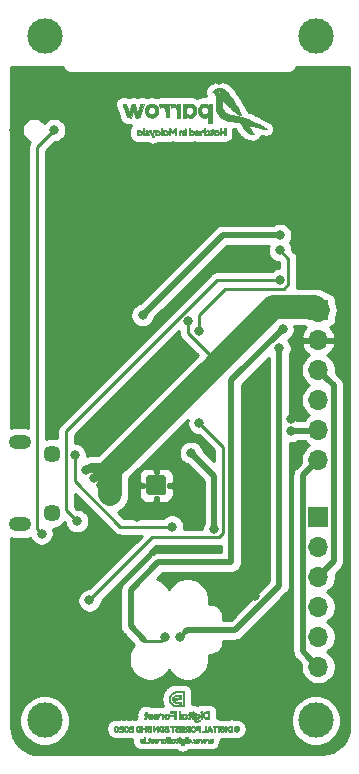
<source format=gbl>
G04 #@! TF.GenerationSoftware,KiCad,Pcbnew,(5.1.9)-1*
G04 #@! TF.CreationDate,2021-01-17T23:25:33+08:00*
G04 #@! TF.ProjectId,esp-break,6573702d-6272-4656-916b-2e6b69636164,rev?*
G04 #@! TF.SameCoordinates,Original*
G04 #@! TF.FileFunction,Copper,L2,Bot*
G04 #@! TF.FilePolarity,Positive*
%FSLAX46Y46*%
G04 Gerber Fmt 4.6, Leading zero omitted, Abs format (unit mm)*
G04 Created by KiCad (PCBNEW (5.1.9)-1) date 2021-01-17 23:25:33*
%MOMM*%
%LPD*%
G01*
G04 APERTURE LIST*
G04 #@! TA.AperFunction,EtchedComponent*
%ADD10C,0.010000*%
G04 #@! TD*
G04 #@! TA.AperFunction,ComponentPad*
%ADD11C,3.000000*%
G04 #@! TD*
G04 #@! TA.AperFunction,ComponentPad*
%ADD12R,1.700000X1.700000*%
G04 #@! TD*
G04 #@! TA.AperFunction,ComponentPad*
%ADD13O,1.700000X1.700000*%
G04 #@! TD*
G04 #@! TA.AperFunction,ComponentPad*
%ADD14C,1.450000*%
G04 #@! TD*
G04 #@! TA.AperFunction,ComponentPad*
%ADD15O,1.900000X1.200000*%
G04 #@! TD*
G04 #@! TA.AperFunction,ComponentPad*
%ADD16C,0.500000*%
G04 #@! TD*
G04 #@! TA.AperFunction,ViaPad*
%ADD17C,0.800000*%
G04 #@! TD*
G04 #@! TA.AperFunction,Conductor*
%ADD18C,0.250000*%
G04 #@! TD*
G04 #@! TA.AperFunction,Conductor*
%ADD19C,2.000000*%
G04 #@! TD*
G04 #@! TA.AperFunction,Conductor*
%ADD20C,0.500000*%
G04 #@! TD*
G04 #@! TA.AperFunction,Conductor*
%ADD21C,0.254000*%
G04 #@! TD*
G04 #@! TA.AperFunction,Conductor*
%ADD22C,0.100000*%
G04 #@! TD*
G04 APERTURE END LIST*
D10*
G36*
X116681112Y-113707346D02*
G01*
X116668072Y-113753536D01*
X116660669Y-113826003D01*
X116660358Y-113832257D01*
X116658799Y-113890719D01*
X116661540Y-113928505D01*
X116669707Y-113952982D01*
X116681171Y-113968212D01*
X116698578Y-113989662D01*
X116695914Y-114005353D01*
X116681811Y-114020744D01*
X116663180Y-114056271D01*
X116656905Y-114105573D01*
X116663200Y-114156952D01*
X116678653Y-114193607D01*
X116719617Y-114232040D01*
X116775857Y-114252046D01*
X116840077Y-114252142D01*
X116892003Y-114237013D01*
X116928108Y-114211436D01*
X116959790Y-114173007D01*
X116978843Y-114132756D01*
X116981111Y-114117256D01*
X116970474Y-114103850D01*
X116944364Y-114103301D01*
X116911484Y-114113908D01*
X116880536Y-114133966D01*
X116876560Y-114137722D01*
X116837543Y-114163661D01*
X116797640Y-114170084D01*
X116764046Y-114158426D01*
X116743956Y-114130122D01*
X116741222Y-114110732D01*
X116748509Y-114077811D01*
X116773533Y-114056510D01*
X116821039Y-114043168D01*
X116830909Y-114041548D01*
X116896872Y-114022532D01*
X116941521Y-113987505D01*
X116968526Y-113933579D01*
X116968650Y-113933168D01*
X116976963Y-113868217D01*
X116894511Y-113868217D01*
X116887148Y-113908559D01*
X116868222Y-113933111D01*
X116828581Y-113957756D01*
X116788616Y-113956067D01*
X116763397Y-113939159D01*
X116747092Y-113907620D01*
X116741774Y-113865359D01*
X116747995Y-113826068D01*
X116758155Y-113808934D01*
X116791594Y-113793057D01*
X116832203Y-113795559D01*
X116867203Y-113814854D01*
X116874477Y-113823362D01*
X116894511Y-113868217D01*
X116976963Y-113868217D01*
X116977661Y-113862771D01*
X116962971Y-113800873D01*
X116927795Y-113751798D01*
X116875349Y-113719868D01*
X116808848Y-113709408D01*
X116802441Y-113709659D01*
X116760436Y-113707786D01*
X116728499Y-113699170D01*
X116723174Y-113695811D01*
X116699557Y-113687937D01*
X116681112Y-113707346D01*
G37*
X116681112Y-113707346D02*
X116668072Y-113753536D01*
X116660669Y-113826003D01*
X116660358Y-113832257D01*
X116658799Y-113890719D01*
X116661540Y-113928505D01*
X116669707Y-113952982D01*
X116681171Y-113968212D01*
X116698578Y-113989662D01*
X116695914Y-114005353D01*
X116681811Y-114020744D01*
X116663180Y-114056271D01*
X116656905Y-114105573D01*
X116663200Y-114156952D01*
X116678653Y-114193607D01*
X116719617Y-114232040D01*
X116775857Y-114252046D01*
X116840077Y-114252142D01*
X116892003Y-114237013D01*
X116928108Y-114211436D01*
X116959790Y-114173007D01*
X116978843Y-114132756D01*
X116981111Y-114117256D01*
X116970474Y-114103850D01*
X116944364Y-114103301D01*
X116911484Y-114113908D01*
X116880536Y-114133966D01*
X116876560Y-114137722D01*
X116837543Y-114163661D01*
X116797640Y-114170084D01*
X116764046Y-114158426D01*
X116743956Y-114130122D01*
X116741222Y-114110732D01*
X116748509Y-114077811D01*
X116773533Y-114056510D01*
X116821039Y-114043168D01*
X116830909Y-114041548D01*
X116896872Y-114022532D01*
X116941521Y-113987505D01*
X116968526Y-113933579D01*
X116968650Y-113933168D01*
X116976963Y-113868217D01*
X116894511Y-113868217D01*
X116887148Y-113908559D01*
X116868222Y-113933111D01*
X116828581Y-113957756D01*
X116788616Y-113956067D01*
X116763397Y-113939159D01*
X116747092Y-113907620D01*
X116741774Y-113865359D01*
X116747995Y-113826068D01*
X116758155Y-113808934D01*
X116791594Y-113793057D01*
X116832203Y-113795559D01*
X116867203Y-113814854D01*
X116874477Y-113823362D01*
X116894511Y-113868217D01*
X116976963Y-113868217D01*
X116977661Y-113862771D01*
X116962971Y-113800873D01*
X116927795Y-113751798D01*
X116875349Y-113719868D01*
X116808848Y-113709408D01*
X116802441Y-113709659D01*
X116760436Y-113707786D01*
X116728499Y-113699170D01*
X116723174Y-113695811D01*
X116699557Y-113687937D01*
X116681112Y-113707346D01*
G36*
X117600198Y-113964879D02*
G01*
X117589140Y-113981263D01*
X117587889Y-114002157D01*
X117595296Y-114036527D01*
X117610209Y-114051546D01*
X117632860Y-114058843D01*
X117647715Y-114053801D01*
X117665303Y-114037125D01*
X117680402Y-114011007D01*
X117680422Y-113993638D01*
X117673382Y-113972014D01*
X117672555Y-113967235D01*
X117660268Y-113963088D01*
X117630671Y-113961334D01*
X117630222Y-113961334D01*
X117600198Y-113964879D01*
G37*
X117600198Y-113964879D02*
X117589140Y-113981263D01*
X117587889Y-114002157D01*
X117595296Y-114036527D01*
X117610209Y-114051546D01*
X117632860Y-114058843D01*
X117647715Y-114053801D01*
X117665303Y-114037125D01*
X117680402Y-114011007D01*
X117680422Y-113993638D01*
X117673382Y-113972014D01*
X117672555Y-113967235D01*
X117660268Y-113963088D01*
X117630671Y-113961334D01*
X117630222Y-113961334D01*
X117600198Y-113964879D01*
G36*
X117178666Y-114046000D02*
G01*
X117213944Y-114046000D01*
X117240461Y-114041047D01*
X117249222Y-114031527D01*
X117259895Y-114027132D01*
X117286985Y-114036637D01*
X117290855Y-114038582D01*
X117348631Y-114057987D01*
X117403080Y-114051696D01*
X117442349Y-114032591D01*
X117483267Y-114001005D01*
X117506599Y-113962950D01*
X117516327Y-113910123D01*
X117516765Y-113895342D01*
X117432120Y-113895342D01*
X117418162Y-113935742D01*
X117401304Y-113953478D01*
X117356450Y-113973511D01*
X117316108Y-113966148D01*
X117291555Y-113947222D01*
X117268024Y-113908819D01*
X117266196Y-113868947D01*
X117281477Y-113832862D01*
X117309268Y-113805821D01*
X117344975Y-113793082D01*
X117383999Y-113799900D01*
X117406861Y-113815354D01*
X117428511Y-113851272D01*
X117432120Y-113895342D01*
X117516765Y-113895342D01*
X117517333Y-113876183D01*
X117514803Y-113828887D01*
X117503664Y-113796207D01*
X117478592Y-113764732D01*
X117469355Y-113755311D01*
X117417879Y-113717816D01*
X117362422Y-113706933D01*
X117299529Y-113721095D01*
X117278806Y-113727786D01*
X117268039Y-113723673D01*
X117263969Y-113703038D01*
X117263333Y-113660160D01*
X117263333Y-113657595D01*
X117262613Y-113613353D01*
X117257910Y-113590369D01*
X117245410Y-113581684D01*
X117221297Y-113580334D01*
X117178666Y-113580334D01*
X117178666Y-114046000D01*
G37*
X117178666Y-114046000D02*
X117213944Y-114046000D01*
X117240461Y-114041047D01*
X117249222Y-114031527D01*
X117259895Y-114027132D01*
X117286985Y-114036637D01*
X117290855Y-114038582D01*
X117348631Y-114057987D01*
X117403080Y-114051696D01*
X117442349Y-114032591D01*
X117483267Y-114001005D01*
X117506599Y-113962950D01*
X117516327Y-113910123D01*
X117516765Y-113895342D01*
X117432120Y-113895342D01*
X117418162Y-113935742D01*
X117401304Y-113953478D01*
X117356450Y-113973511D01*
X117316108Y-113966148D01*
X117291555Y-113947222D01*
X117268024Y-113908819D01*
X117266196Y-113868947D01*
X117281477Y-113832862D01*
X117309268Y-113805821D01*
X117344975Y-113793082D01*
X117383999Y-113799900D01*
X117406861Y-113815354D01*
X117428511Y-113851272D01*
X117432120Y-113895342D01*
X117516765Y-113895342D01*
X117517333Y-113876183D01*
X117514803Y-113828887D01*
X117503664Y-113796207D01*
X117478592Y-113764732D01*
X117469355Y-113755311D01*
X117417879Y-113717816D01*
X117362422Y-113706933D01*
X117299529Y-113721095D01*
X117278806Y-113727786D01*
X117268039Y-113723673D01*
X117263969Y-113703038D01*
X117263333Y-113660160D01*
X117263333Y-113657595D01*
X117262613Y-113613353D01*
X117257910Y-113590369D01*
X117245410Y-113581684D01*
X117221297Y-113580334D01*
X117178666Y-113580334D01*
X117178666Y-114046000D01*
G36*
X116352040Y-113635400D02*
G01*
X116343501Y-113668286D01*
X116343477Y-113668528D01*
X116336636Y-113700855D01*
X116318239Y-113714780D01*
X116293194Y-113718811D01*
X116260943Y-113725697D01*
X116248599Y-113742302D01*
X116247333Y-113757616D01*
X116251187Y-113780901D01*
X116268247Y-113790428D01*
X116296722Y-113792000D01*
X116346111Y-113792000D01*
X116346111Y-113867883D01*
X116340543Y-113927144D01*
X116324128Y-113961605D01*
X116297294Y-113970567D01*
X116284990Y-113967350D01*
X116265482Y-113969618D01*
X116253285Y-113995985D01*
X116248438Y-114025440D01*
X116250195Y-114039455D01*
X116274615Y-114049338D01*
X116312991Y-114052876D01*
X116351672Y-114049580D01*
X116370061Y-114043767D01*
X116402577Y-114011902D01*
X116422951Y-113955707D01*
X116430713Y-113876548D01*
X116430777Y-113867506D01*
X116432072Y-113823399D01*
X116437641Y-113800701D01*
X116450011Y-113792648D01*
X116459000Y-113792000D01*
X116481131Y-113783732D01*
X116487222Y-113756722D01*
X116480607Y-113729059D01*
X116459000Y-113721445D01*
X116438049Y-113714491D01*
X116430959Y-113688953D01*
X116430777Y-113680621D01*
X116420836Y-113643246D01*
X116390388Y-113624937D01*
X116367017Y-113622667D01*
X116352040Y-113635400D01*
G37*
X116352040Y-113635400D02*
X116343501Y-113668286D01*
X116343477Y-113668528D01*
X116336636Y-113700855D01*
X116318239Y-113714780D01*
X116293194Y-113718811D01*
X116260943Y-113725697D01*
X116248599Y-113742302D01*
X116247333Y-113757616D01*
X116251187Y-113780901D01*
X116268247Y-113790428D01*
X116296722Y-113792000D01*
X116346111Y-113792000D01*
X116346111Y-113867883D01*
X116340543Y-113927144D01*
X116324128Y-113961605D01*
X116297294Y-113970567D01*
X116284990Y-113967350D01*
X116265482Y-113969618D01*
X116253285Y-113995985D01*
X116248438Y-114025440D01*
X116250195Y-114039455D01*
X116274615Y-114049338D01*
X116312991Y-114052876D01*
X116351672Y-114049580D01*
X116370061Y-114043767D01*
X116402577Y-114011902D01*
X116422951Y-113955707D01*
X116430713Y-113876548D01*
X116430777Y-113867506D01*
X116432072Y-113823399D01*
X116437641Y-113800701D01*
X116450011Y-113792648D01*
X116459000Y-113792000D01*
X116481131Y-113783732D01*
X116487222Y-113756722D01*
X116480607Y-113729059D01*
X116459000Y-113721445D01*
X116438049Y-113714491D01*
X116430959Y-113688953D01*
X116430777Y-113680621D01*
X116420836Y-113643246D01*
X116390388Y-113624937D01*
X116367017Y-113622667D01*
X116352040Y-113635400D01*
G36*
X116000348Y-113719131D02*
G01*
X115982362Y-113729300D01*
X115959677Y-113740668D01*
X115951000Y-113736356D01*
X115938741Y-113725887D01*
X115909204Y-113721446D01*
X115908666Y-113721445D01*
X115866333Y-113721445D01*
X115866333Y-114046000D01*
X115908666Y-114046000D01*
X115938386Y-114041682D01*
X115950996Y-114031278D01*
X115951000Y-114031089D01*
X115960508Y-114026963D01*
X115982362Y-114038144D01*
X116028793Y-114055881D01*
X116085976Y-114056996D01*
X116130827Y-114045593D01*
X116171721Y-114015130D01*
X116200705Y-113966131D01*
X116215694Y-113906521D01*
X116215032Y-113868735D01*
X116131163Y-113868735D01*
X116127581Y-113911679D01*
X116106595Y-113947094D01*
X116073066Y-113969876D01*
X116031856Y-113974923D01*
X115987827Y-113957134D01*
X115986152Y-113955931D01*
X115966790Y-113926701D01*
X115959465Y-113884106D01*
X115964887Y-113840629D01*
X115978128Y-113814485D01*
X116010184Y-113795334D01*
X116052328Y-113792561D01*
X116092262Y-113805353D01*
X116112477Y-113823362D01*
X116131163Y-113868735D01*
X116215032Y-113868735D01*
X116214602Y-113844221D01*
X116197705Y-113791538D01*
X116161061Y-113746926D01*
X116110343Y-113718365D01*
X116053966Y-113708289D01*
X116000348Y-113719131D01*
G37*
X116000348Y-113719131D02*
X115982362Y-113729300D01*
X115959677Y-113740668D01*
X115951000Y-113736356D01*
X115938741Y-113725887D01*
X115909204Y-113721446D01*
X115908666Y-113721445D01*
X115866333Y-113721445D01*
X115866333Y-114046000D01*
X115908666Y-114046000D01*
X115938386Y-114041682D01*
X115950996Y-114031278D01*
X115951000Y-114031089D01*
X115960508Y-114026963D01*
X115982362Y-114038144D01*
X116028793Y-114055881D01*
X116085976Y-114056996D01*
X116130827Y-114045593D01*
X116171721Y-114015130D01*
X116200705Y-113966131D01*
X116215694Y-113906521D01*
X116215032Y-113868735D01*
X116131163Y-113868735D01*
X116127581Y-113911679D01*
X116106595Y-113947094D01*
X116073066Y-113969876D01*
X116031856Y-113974923D01*
X115987827Y-113957134D01*
X115986152Y-113955931D01*
X115966790Y-113926701D01*
X115959465Y-113884106D01*
X115964887Y-113840629D01*
X115978128Y-113814485D01*
X116010184Y-113795334D01*
X116052328Y-113792561D01*
X116092262Y-113805353D01*
X116112477Y-113823362D01*
X116131163Y-113868735D01*
X116215032Y-113868735D01*
X116214602Y-113844221D01*
X116197705Y-113791538D01*
X116161061Y-113746926D01*
X116110343Y-113718365D01*
X116053966Y-113708289D01*
X116000348Y-113719131D01*
G36*
X115255872Y-113711682D02*
G01*
X115194825Y-113732234D01*
X115148948Y-113771702D01*
X115119965Y-113824189D01*
X115109599Y-113883798D01*
X115119574Y-113944631D01*
X115151613Y-114000792D01*
X115166717Y-114016730D01*
X115213603Y-114043950D01*
X115272628Y-114055715D01*
X115331460Y-114050626D01*
X115361683Y-114038819D01*
X115406303Y-113998487D01*
X115434730Y-113940668D01*
X115443000Y-113883722D01*
X115358333Y-113883722D01*
X115347641Y-113927625D01*
X115320447Y-113958831D01*
X115284078Y-113973511D01*
X115245858Y-113967836D01*
X115225285Y-113953270D01*
X115203547Y-113915200D01*
X115201692Y-113871795D01*
X115216811Y-113831310D01*
X115245996Y-113802000D01*
X115282109Y-113792000D01*
X115315926Y-113804478D01*
X115343838Y-113835529D01*
X115357887Y-113875578D01*
X115358333Y-113883722D01*
X115443000Y-113883722D01*
X115431179Y-113814654D01*
X115398388Y-113760229D01*
X115348632Y-113724131D01*
X115285918Y-113710043D01*
X115255872Y-113711682D01*
G37*
X115255872Y-113711682D02*
X115194825Y-113732234D01*
X115148948Y-113771702D01*
X115119965Y-113824189D01*
X115109599Y-113883798D01*
X115119574Y-113944631D01*
X115151613Y-114000792D01*
X115166717Y-114016730D01*
X115213603Y-114043950D01*
X115272628Y-114055715D01*
X115331460Y-114050626D01*
X115361683Y-114038819D01*
X115406303Y-113998487D01*
X115434730Y-113940668D01*
X115443000Y-113883722D01*
X115358333Y-113883722D01*
X115347641Y-113927625D01*
X115320447Y-113958831D01*
X115284078Y-113973511D01*
X115245858Y-113967836D01*
X115225285Y-113953270D01*
X115203547Y-113915200D01*
X115201692Y-113871795D01*
X115216811Y-113831310D01*
X115245996Y-113802000D01*
X115282109Y-113792000D01*
X115315926Y-113804478D01*
X115343838Y-113835529D01*
X115357887Y-113875578D01*
X115358333Y-113883722D01*
X115443000Y-113883722D01*
X115431179Y-113814654D01*
X115398388Y-113760229D01*
X115348632Y-113724131D01*
X115285918Y-113710043D01*
X115255872Y-113711682D01*
G36*
X114578936Y-113712785D02*
G01*
X114524007Y-113734792D01*
X114486003Y-113778973D01*
X114463394Y-113846507D01*
X114461187Y-113859028D01*
X114451615Y-113919000D01*
X114582605Y-113919000D01*
X114643629Y-113919213D01*
X114680726Y-113920617D01*
X114698193Y-113924363D01*
X114700327Y-113931601D01*
X114691423Y-113943480D01*
X114688055Y-113947222D01*
X114652585Y-113968415D01*
X114605948Y-113975199D01*
X114562085Y-113966051D01*
X114554322Y-113961831D01*
X114527578Y-113958787D01*
X114508461Y-113971290D01*
X114487325Y-113996090D01*
X114489869Y-114015108D01*
X114517811Y-114033250D01*
X114532380Y-114039665D01*
X114604601Y-114057710D01*
X114674126Y-114052799D01*
X114712572Y-114038022D01*
X114757606Y-113998082D01*
X114785349Y-113938532D01*
X114793889Y-113870535D01*
X114784414Y-113817464D01*
X114691840Y-113817464D01*
X114684405Y-113828440D01*
X114651683Y-113833708D01*
X114625731Y-113834334D01*
X114584661Y-113831745D01*
X114558827Y-113825074D01*
X114554000Y-113819768D01*
X114565904Y-113801511D01*
X114595116Y-113791439D01*
X114631886Y-113789713D01*
X114666463Y-113796498D01*
X114689098Y-113811956D01*
X114691840Y-113817464D01*
X114784414Y-113817464D01*
X114781927Y-113803534D01*
X114747670Y-113752694D01*
X114693560Y-113720754D01*
X114652320Y-113711773D01*
X114578936Y-113712785D01*
G37*
X114578936Y-113712785D02*
X114524007Y-113734792D01*
X114486003Y-113778973D01*
X114463394Y-113846507D01*
X114461187Y-113859028D01*
X114451615Y-113919000D01*
X114582605Y-113919000D01*
X114643629Y-113919213D01*
X114680726Y-113920617D01*
X114698193Y-113924363D01*
X114700327Y-113931601D01*
X114691423Y-113943480D01*
X114688055Y-113947222D01*
X114652585Y-113968415D01*
X114605948Y-113975199D01*
X114562085Y-113966051D01*
X114554322Y-113961831D01*
X114527578Y-113958787D01*
X114508461Y-113971290D01*
X114487325Y-113996090D01*
X114489869Y-114015108D01*
X114517811Y-114033250D01*
X114532380Y-114039665D01*
X114604601Y-114057710D01*
X114674126Y-114052799D01*
X114712572Y-114038022D01*
X114757606Y-113998082D01*
X114785349Y-113938532D01*
X114793889Y-113870535D01*
X114784414Y-113817464D01*
X114691840Y-113817464D01*
X114684405Y-113828440D01*
X114651683Y-113833708D01*
X114625731Y-113834334D01*
X114584661Y-113831745D01*
X114558827Y-113825074D01*
X114554000Y-113819768D01*
X114565904Y-113801511D01*
X114595116Y-113791439D01*
X114631886Y-113789713D01*
X114666463Y-113796498D01*
X114689098Y-113811956D01*
X114691840Y-113817464D01*
X114784414Y-113817464D01*
X114781927Y-113803534D01*
X114747670Y-113752694D01*
X114693560Y-113720754D01*
X114652320Y-113711773D01*
X114578936Y-113712785D01*
G36*
X114250376Y-113708992D02*
G01*
X114209868Y-113717512D01*
X114178705Y-113732469D01*
X114162111Y-113752408D01*
X114165312Y-113775876D01*
X114179153Y-113791252D01*
X114203063Y-113800943D01*
X114229856Y-113791780D01*
X114263952Y-113782502D01*
X114298403Y-113785757D01*
X114322757Y-113799310D01*
X114328222Y-113812796D01*
X114315040Y-113829325D01*
X114279076Y-113841000D01*
X114275305Y-113841648D01*
X114212326Y-113855840D01*
X114171811Y-113875783D01*
X114148124Y-113904594D01*
X114143857Y-113914366D01*
X114138323Y-113964144D01*
X114155933Y-114010179D01*
X114192795Y-114042742D01*
X114195784Y-114044170D01*
X114243717Y-114056248D01*
X114302035Y-114058258D01*
X114354670Y-114049958D01*
X114363990Y-114046684D01*
X114403024Y-114022964D01*
X114417358Y-113995067D01*
X114409122Y-113971000D01*
X114395460Y-113957444D01*
X114377090Y-113955276D01*
X114344561Y-113964173D01*
X114332262Y-113968383D01*
X114280982Y-113980824D01*
X114246467Y-113977815D01*
X114231968Y-113959980D01*
X114232431Y-113949189D01*
X114249326Y-113930503D01*
X114287542Y-113918240D01*
X114288354Y-113918106D01*
X114354844Y-113898817D01*
X114396279Y-113866661D01*
X114412608Y-113821682D01*
X114412889Y-113813866D01*
X114403776Y-113768647D01*
X114375708Y-113736580D01*
X114338521Y-113717072D01*
X114295002Y-113708360D01*
X114250376Y-113708992D01*
G37*
X114250376Y-113708992D02*
X114209868Y-113717512D01*
X114178705Y-113732469D01*
X114162111Y-113752408D01*
X114165312Y-113775876D01*
X114179153Y-113791252D01*
X114203063Y-113800943D01*
X114229856Y-113791780D01*
X114263952Y-113782502D01*
X114298403Y-113785757D01*
X114322757Y-113799310D01*
X114328222Y-113812796D01*
X114315040Y-113829325D01*
X114279076Y-113841000D01*
X114275305Y-113841648D01*
X114212326Y-113855840D01*
X114171811Y-113875783D01*
X114148124Y-113904594D01*
X114143857Y-113914366D01*
X114138323Y-113964144D01*
X114155933Y-114010179D01*
X114192795Y-114042742D01*
X114195784Y-114044170D01*
X114243717Y-114056248D01*
X114302035Y-114058258D01*
X114354670Y-114049958D01*
X114363990Y-114046684D01*
X114403024Y-114022964D01*
X114417358Y-113995067D01*
X114409122Y-113971000D01*
X114395460Y-113957444D01*
X114377090Y-113955276D01*
X114344561Y-113964173D01*
X114332262Y-113968383D01*
X114280982Y-113980824D01*
X114246467Y-113977815D01*
X114231968Y-113959980D01*
X114232431Y-113949189D01*
X114249326Y-113930503D01*
X114287542Y-113918240D01*
X114288354Y-113918106D01*
X114354844Y-113898817D01*
X114396279Y-113866661D01*
X114412608Y-113821682D01*
X114412889Y-113813866D01*
X114403776Y-113768647D01*
X114375708Y-113736580D01*
X114338521Y-113717072D01*
X114295002Y-113708360D01*
X114250376Y-113708992D01*
G36*
X113977639Y-113637148D02*
G01*
X113975445Y-113669635D01*
X113975444Y-113671118D01*
X113973195Y-113704711D01*
X113961686Y-113718655D01*
X113933770Y-113721444D01*
X113933111Y-113721445D01*
X113902856Y-113725241D01*
X113891788Y-113741381D01*
X113890777Y-113756722D01*
X113895236Y-113781793D01*
X113914305Y-113791081D01*
X113933784Y-113792000D01*
X113976791Y-113792000D01*
X113972590Y-113880195D01*
X113969663Y-113928228D01*
X113964653Y-113954369D01*
X113954486Y-113964930D01*
X113936088Y-113966224D01*
X113930851Y-113965906D01*
X113900566Y-113970406D01*
X113885686Y-113994218D01*
X113884303Y-113999321D01*
X113879343Y-114027852D01*
X113880536Y-114040463D01*
X113903281Y-114049257D01*
X113940509Y-114053129D01*
X113978802Y-114051403D01*
X113999216Y-114046436D01*
X114029907Y-114025578D01*
X114048986Y-113990864D01*
X114058339Y-113937282D01*
X114060111Y-113884650D01*
X114060973Y-113834708D01*
X114064821Y-113806759D01*
X114073547Y-113794593D01*
X114088333Y-113792000D01*
X114110464Y-113783732D01*
X114116555Y-113756722D01*
X114109774Y-113728883D01*
X114089227Y-113721445D01*
X114068527Y-113713529D01*
X114058676Y-113685627D01*
X114057477Y-113675584D01*
X114050108Y-113642666D01*
X114031391Y-113628421D01*
X114014250Y-113625257D01*
X113988413Y-113624909D01*
X113977639Y-113637148D01*
G37*
X113977639Y-113637148D02*
X113975445Y-113669635D01*
X113975444Y-113671118D01*
X113973195Y-113704711D01*
X113961686Y-113718655D01*
X113933770Y-113721444D01*
X113933111Y-113721445D01*
X113902856Y-113725241D01*
X113891788Y-113741381D01*
X113890777Y-113756722D01*
X113895236Y-113781793D01*
X113914305Y-113791081D01*
X113933784Y-113792000D01*
X113976791Y-113792000D01*
X113972590Y-113880195D01*
X113969663Y-113928228D01*
X113964653Y-113954369D01*
X113954486Y-113964930D01*
X113936088Y-113966224D01*
X113930851Y-113965906D01*
X113900566Y-113970406D01*
X113885686Y-113994218D01*
X113884303Y-113999321D01*
X113879343Y-114027852D01*
X113880536Y-114040463D01*
X113903281Y-114049257D01*
X113940509Y-114053129D01*
X113978802Y-114051403D01*
X113999216Y-114046436D01*
X114029907Y-114025578D01*
X114048986Y-113990864D01*
X114058339Y-113937282D01*
X114060111Y-113884650D01*
X114060973Y-113834708D01*
X114064821Y-113806759D01*
X114073547Y-113794593D01*
X114088333Y-113792000D01*
X114110464Y-113783732D01*
X114116555Y-113756722D01*
X114109774Y-113728883D01*
X114089227Y-113721445D01*
X114068527Y-113713529D01*
X114058676Y-113685627D01*
X114057477Y-113675584D01*
X114050108Y-113642666D01*
X114031391Y-113628421D01*
X114014250Y-113625257D01*
X113988413Y-113624909D01*
X113977639Y-113637148D01*
G36*
X113757702Y-113969425D02*
G01*
X113738145Y-114002744D01*
X113741764Y-114032721D01*
X113763711Y-114052675D01*
X113799140Y-114055920D01*
X113816694Y-114050766D01*
X113831922Y-114031886D01*
X113832665Y-114001955D01*
X113820253Y-113973294D01*
X113807091Y-113961858D01*
X113778669Y-113955701D01*
X113757702Y-113969425D01*
G37*
X113757702Y-113969425D02*
X113738145Y-114002744D01*
X113741764Y-114032721D01*
X113763711Y-114052675D01*
X113799140Y-114055920D01*
X113816694Y-114050766D01*
X113831922Y-114031886D01*
X113832665Y-114001955D01*
X113820253Y-113973294D01*
X113807091Y-113961858D01*
X113778669Y-113955701D01*
X113757702Y-113969425D01*
G36*
X113350872Y-113711682D02*
G01*
X113289825Y-113732234D01*
X113243948Y-113771702D01*
X113214965Y-113824189D01*
X113204599Y-113883798D01*
X113214574Y-113944631D01*
X113246613Y-114000792D01*
X113261717Y-114016730D01*
X113308603Y-114043950D01*
X113367628Y-114055715D01*
X113426460Y-114050626D01*
X113456683Y-114038819D01*
X113501303Y-113998487D01*
X113529730Y-113940668D01*
X113538000Y-113883722D01*
X113453333Y-113883722D01*
X113442641Y-113927625D01*
X113415447Y-113958831D01*
X113379078Y-113973511D01*
X113340858Y-113967836D01*
X113320285Y-113953270D01*
X113298547Y-113915200D01*
X113296692Y-113871795D01*
X113311811Y-113831310D01*
X113340996Y-113802000D01*
X113377109Y-113792000D01*
X113410926Y-113804478D01*
X113438838Y-113835529D01*
X113452887Y-113875578D01*
X113453333Y-113883722D01*
X113538000Y-113883722D01*
X113526179Y-113814654D01*
X113493388Y-113760229D01*
X113443632Y-113724131D01*
X113380918Y-113710043D01*
X113350872Y-113711682D01*
G37*
X113350872Y-113711682D02*
X113289825Y-113732234D01*
X113243948Y-113771702D01*
X113214965Y-113824189D01*
X113204599Y-113883798D01*
X113214574Y-113944631D01*
X113246613Y-114000792D01*
X113261717Y-114016730D01*
X113308603Y-114043950D01*
X113367628Y-114055715D01*
X113426460Y-114050626D01*
X113456683Y-114038819D01*
X113501303Y-113998487D01*
X113529730Y-113940668D01*
X113538000Y-113883722D01*
X113453333Y-113883722D01*
X113442641Y-113927625D01*
X113415447Y-113958831D01*
X113379078Y-113973511D01*
X113340858Y-113967836D01*
X113320285Y-113953270D01*
X113298547Y-113915200D01*
X113296692Y-113871795D01*
X113311811Y-113831310D01*
X113340996Y-113802000D01*
X113377109Y-113792000D01*
X113410926Y-113804478D01*
X113438838Y-113835529D01*
X113452887Y-113875578D01*
X113453333Y-113883722D01*
X113538000Y-113883722D01*
X113526179Y-113814654D01*
X113493388Y-113760229D01*
X113443632Y-113724131D01*
X113380918Y-113710043D01*
X113350872Y-113711682D01*
G36*
X118929473Y-113724239D02*
G01*
X118914518Y-113731060D01*
X118914333Y-113732001D01*
X118918555Y-113748883D01*
X118930013Y-113786682D01*
X118946895Y-113839583D01*
X118964889Y-113894279D01*
X119015444Y-114046000D01*
X119122500Y-114046000D01*
X119174678Y-113863808D01*
X119228982Y-114046000D01*
X119335333Y-114046000D01*
X119385889Y-113894279D01*
X119406057Y-113832870D01*
X119422404Y-113781420D01*
X119433116Y-113745746D01*
X119436444Y-113732001D01*
X119424091Y-113724824D01*
X119393992Y-113721477D01*
X119390407Y-113721445D01*
X119365949Y-113722825D01*
X119349915Y-113730934D01*
X119337761Y-113751721D01*
X119324947Y-113791139D01*
X119317711Y-113816695D01*
X119303390Y-113866099D01*
X119291228Y-113904921D01*
X119283804Y-113924935D01*
X119283701Y-113925123D01*
X119276796Y-113919051D01*
X119265008Y-113891204D01*
X119250573Y-113847115D01*
X119246585Y-113833401D01*
X119230915Y-113780487D01*
X119218576Y-113749206D01*
X119205728Y-113733899D01*
X119188527Y-113728904D01*
X119175389Y-113728500D01*
X119154089Y-113730165D01*
X119139212Y-113738911D01*
X119126930Y-113760360D01*
X119113414Y-113800138D01*
X119103354Y-113834334D01*
X119088060Y-113884561D01*
X119076179Y-113912239D01*
X119065659Y-113916332D01*
X119054452Y-113895806D01*
X119040507Y-113849624D01*
X119026513Y-113795528D01*
X119014539Y-113752765D01*
X119002616Y-113730723D01*
X118984704Y-113722567D01*
X118961054Y-113721445D01*
X118929473Y-113724239D01*
G37*
X118929473Y-113724239D02*
X118914518Y-113731060D01*
X118914333Y-113732001D01*
X118918555Y-113748883D01*
X118930013Y-113786682D01*
X118946895Y-113839583D01*
X118964889Y-113894279D01*
X119015444Y-114046000D01*
X119122500Y-114046000D01*
X119174678Y-113863808D01*
X119228982Y-114046000D01*
X119335333Y-114046000D01*
X119385889Y-113894279D01*
X119406057Y-113832870D01*
X119422404Y-113781420D01*
X119433116Y-113745746D01*
X119436444Y-113732001D01*
X119424091Y-113724824D01*
X119393992Y-113721477D01*
X119390407Y-113721445D01*
X119365949Y-113722825D01*
X119349915Y-113730934D01*
X119337761Y-113751721D01*
X119324947Y-113791139D01*
X119317711Y-113816695D01*
X119303390Y-113866099D01*
X119291228Y-113904921D01*
X119283804Y-113924935D01*
X119283701Y-113925123D01*
X119276796Y-113919051D01*
X119265008Y-113891204D01*
X119250573Y-113847115D01*
X119246585Y-113833401D01*
X119230915Y-113780487D01*
X119218576Y-113749206D01*
X119205728Y-113733899D01*
X119188527Y-113728904D01*
X119175389Y-113728500D01*
X119154089Y-113730165D01*
X119139212Y-113738911D01*
X119126930Y-113760360D01*
X119113414Y-113800138D01*
X119103354Y-113834334D01*
X119088060Y-113884561D01*
X119076179Y-113912239D01*
X119065659Y-113916332D01*
X119054452Y-113895806D01*
X119040507Y-113849624D01*
X119026513Y-113795528D01*
X119014539Y-113752765D01*
X119002616Y-113730723D01*
X118984704Y-113722567D01*
X118961054Y-113721445D01*
X118929473Y-113724239D01*
G36*
X118783547Y-113722565D02*
G01*
X118767208Y-113729732D01*
X118754822Y-113748655D01*
X118742063Y-113785039D01*
X118730654Y-113823750D01*
X118715922Y-113874700D01*
X118704287Y-113915164D01*
X118697973Y-113937407D01*
X118697625Y-113938684D01*
X118692061Y-113934829D01*
X118680707Y-113903462D01*
X118663595Y-113844685D01*
X118646674Y-113781417D01*
X118634582Y-113743635D01*
X118619875Y-113726176D01*
X118595408Y-113721508D01*
X118589777Y-113721445D01*
X118562946Y-113724690D01*
X118547087Y-113739449D01*
X118535055Y-113773254D01*
X118532881Y-113781417D01*
X118511395Y-113861054D01*
X118495642Y-113913358D01*
X118485654Y-113938228D01*
X118481930Y-113938684D01*
X118476595Y-113919804D01*
X118465610Y-113881555D01*
X118451197Y-113831673D01*
X118448901Y-113823750D01*
X118433324Y-113771821D01*
X118421131Y-113741333D01*
X118408003Y-113726578D01*
X118389620Y-113721848D01*
X118371482Y-113721445D01*
X118323715Y-113721445D01*
X118376862Y-113880195D01*
X118430008Y-114038945D01*
X118485073Y-114038945D01*
X118517053Y-114037674D01*
X118535648Y-114029350D01*
X118547700Y-114007201D01*
X118559944Y-113964861D01*
X118572340Y-113923956D01*
X118583294Y-113897050D01*
X118588474Y-113890778D01*
X118596788Y-113903134D01*
X118608985Y-113934963D01*
X118618211Y-113964861D01*
X118631563Y-114007645D01*
X118644795Y-114030264D01*
X118664697Y-114039918D01*
X118692225Y-114043331D01*
X118733812Y-114041687D01*
X118752116Y-114029220D01*
X118759246Y-114008800D01*
X118773144Y-113968033D01*
X118791630Y-113913337D01*
X118807514Y-113866084D01*
X118856021Y-113721445D01*
X118808164Y-113721445D01*
X118783547Y-113722565D01*
G37*
X118783547Y-113722565D02*
X118767208Y-113729732D01*
X118754822Y-113748655D01*
X118742063Y-113785039D01*
X118730654Y-113823750D01*
X118715922Y-113874700D01*
X118704287Y-113915164D01*
X118697973Y-113937407D01*
X118697625Y-113938684D01*
X118692061Y-113934829D01*
X118680707Y-113903462D01*
X118663595Y-113844685D01*
X118646674Y-113781417D01*
X118634582Y-113743635D01*
X118619875Y-113726176D01*
X118595408Y-113721508D01*
X118589777Y-113721445D01*
X118562946Y-113724690D01*
X118547087Y-113739449D01*
X118535055Y-113773254D01*
X118532881Y-113781417D01*
X118511395Y-113861054D01*
X118495642Y-113913358D01*
X118485654Y-113938228D01*
X118481930Y-113938684D01*
X118476595Y-113919804D01*
X118465610Y-113881555D01*
X118451197Y-113831673D01*
X118448901Y-113823750D01*
X118433324Y-113771821D01*
X118421131Y-113741333D01*
X118408003Y-113726578D01*
X118389620Y-113721848D01*
X118371482Y-113721445D01*
X118323715Y-113721445D01*
X118376862Y-113880195D01*
X118430008Y-114038945D01*
X118485073Y-114038945D01*
X118517053Y-114037674D01*
X118535648Y-114029350D01*
X118547700Y-114007201D01*
X118559944Y-113964861D01*
X118572340Y-113923956D01*
X118583294Y-113897050D01*
X118588474Y-113890778D01*
X118596788Y-113903134D01*
X118608985Y-113934963D01*
X118618211Y-113964861D01*
X118631563Y-114007645D01*
X118644795Y-114030264D01*
X118664697Y-114039918D01*
X118692225Y-114043331D01*
X118733812Y-114041687D01*
X118752116Y-114029220D01*
X118759246Y-114008800D01*
X118773144Y-113968033D01*
X118791630Y-113913337D01*
X118807514Y-113866084D01*
X118856021Y-113721445D01*
X118808164Y-113721445D01*
X118783547Y-113722565D01*
G36*
X117758251Y-113724239D02*
G01*
X117743296Y-113731060D01*
X117743111Y-113732001D01*
X117747333Y-113748883D01*
X117758790Y-113786682D01*
X117775672Y-113839583D01*
X117793666Y-113894279D01*
X117844222Y-114046000D01*
X117951643Y-114046000D01*
X117976896Y-113952711D01*
X118002148Y-113859422D01*
X118029954Y-113952711D01*
X118045146Y-114001714D01*
X118057400Y-114029602D01*
X118071768Y-114042326D01*
X118093301Y-114045838D01*
X118109128Y-114046000D01*
X118160496Y-114046000D01*
X118213084Y-113894306D01*
X118234005Y-113833022D01*
X118250938Y-113781641D01*
X118262019Y-113745940D01*
X118265447Y-113732028D01*
X118252928Y-113724829D01*
X118222732Y-113721476D01*
X118219185Y-113721445D01*
X118194727Y-113722825D01*
X118178692Y-113730934D01*
X118166539Y-113751721D01*
X118153725Y-113791139D01*
X118146489Y-113816695D01*
X118132168Y-113866099D01*
X118120005Y-113904921D01*
X118112581Y-113924935D01*
X118112479Y-113925123D01*
X118105574Y-113919051D01*
X118093785Y-113891204D01*
X118079351Y-113847115D01*
X118075363Y-113833401D01*
X118059693Y-113780487D01*
X118047354Y-113749206D01*
X118034506Y-113733899D01*
X118017305Y-113728904D01*
X118004166Y-113728500D01*
X117982867Y-113730165D01*
X117967990Y-113738911D01*
X117955708Y-113760360D01*
X117942192Y-113800138D01*
X117932132Y-113834334D01*
X117916838Y-113884561D01*
X117904956Y-113912239D01*
X117894437Y-113916332D01*
X117883230Y-113895806D01*
X117869285Y-113849624D01*
X117855291Y-113795528D01*
X117843317Y-113752765D01*
X117831394Y-113730723D01*
X117813482Y-113722567D01*
X117789832Y-113721445D01*
X117758251Y-113724239D01*
G37*
X117758251Y-113724239D02*
X117743296Y-113731060D01*
X117743111Y-113732001D01*
X117747333Y-113748883D01*
X117758790Y-113786682D01*
X117775672Y-113839583D01*
X117793666Y-113894279D01*
X117844222Y-114046000D01*
X117951643Y-114046000D01*
X117976896Y-113952711D01*
X118002148Y-113859422D01*
X118029954Y-113952711D01*
X118045146Y-114001714D01*
X118057400Y-114029602D01*
X118071768Y-114042326D01*
X118093301Y-114045838D01*
X118109128Y-114046000D01*
X118160496Y-114046000D01*
X118213084Y-113894306D01*
X118234005Y-113833022D01*
X118250938Y-113781641D01*
X118262019Y-113745940D01*
X118265447Y-113732028D01*
X118252928Y-113724829D01*
X118222732Y-113721476D01*
X118219185Y-113721445D01*
X118194727Y-113722825D01*
X118178692Y-113730934D01*
X118166539Y-113751721D01*
X118153725Y-113791139D01*
X118146489Y-113816695D01*
X118132168Y-113866099D01*
X118120005Y-113904921D01*
X118112581Y-113924935D01*
X118112479Y-113925123D01*
X118105574Y-113919051D01*
X118093785Y-113891204D01*
X118079351Y-113847115D01*
X118075363Y-113833401D01*
X118059693Y-113780487D01*
X118047354Y-113749206D01*
X118034506Y-113733899D01*
X118017305Y-113728904D01*
X118004166Y-113728500D01*
X117982867Y-113730165D01*
X117967990Y-113738911D01*
X117955708Y-113760360D01*
X117942192Y-113800138D01*
X117932132Y-113834334D01*
X117916838Y-113884561D01*
X117904956Y-113912239D01*
X117894437Y-113916332D01*
X117883230Y-113895806D01*
X117869285Y-113849624D01*
X117855291Y-113795528D01*
X117843317Y-113752765D01*
X117831394Y-113730723D01*
X117813482Y-113722567D01*
X117789832Y-113721445D01*
X117758251Y-113724239D01*
G36*
X117023444Y-114046000D02*
G01*
X117108111Y-114046000D01*
X117108111Y-113707334D01*
X117023444Y-113707334D01*
X117023444Y-114046000D01*
G37*
X117023444Y-114046000D02*
X117108111Y-114046000D01*
X117108111Y-113707334D01*
X117023444Y-113707334D01*
X117023444Y-114046000D01*
G36*
X116518524Y-113880195D02*
G01*
X116514549Y-114046000D01*
X116615118Y-114046000D01*
X116611142Y-113880195D01*
X116607166Y-113714389D01*
X116522500Y-113714389D01*
X116518524Y-113880195D01*
G37*
X116518524Y-113880195D02*
X116514549Y-114046000D01*
X116615118Y-114046000D01*
X116611142Y-113880195D01*
X116607166Y-113714389D01*
X116522500Y-113714389D01*
X116518524Y-113880195D01*
G36*
X115725222Y-114046000D02*
G01*
X115809889Y-114046000D01*
X115809889Y-113580334D01*
X115725222Y-113580334D01*
X115725222Y-114046000D01*
G37*
X115725222Y-114046000D02*
X115809889Y-114046000D01*
X115809889Y-113580334D01*
X115725222Y-113580334D01*
X115725222Y-114046000D01*
G36*
X115462352Y-113579747D02*
G01*
X115437067Y-113596988D01*
X115437398Y-113625278D01*
X115441193Y-113633402D01*
X115462242Y-113653831D01*
X115493390Y-113654151D01*
X115528496Y-113655558D01*
X115543062Y-113666596D01*
X115555541Y-113697901D01*
X115543693Y-113715755D01*
X115506663Y-113721445D01*
X115506500Y-113721445D01*
X115473053Y-113724128D01*
X115459370Y-113736004D01*
X115457111Y-113755828D01*
X115462148Y-113780494D01*
X115482708Y-113791731D01*
X115502972Y-113794634D01*
X115548833Y-113799056D01*
X115556987Y-114046000D01*
X115640555Y-114046000D01*
X115640555Y-113919000D01*
X115641027Y-113858661D01*
X115643237Y-113821167D01*
X115648380Y-113801147D01*
X115657650Y-113793230D01*
X115668777Y-113792000D01*
X115690908Y-113783732D01*
X115697000Y-113756722D01*
X115690075Y-113728731D01*
X115670348Y-113721445D01*
X115648665Y-113711557D01*
X115635768Y-113678886D01*
X115634794Y-113673993D01*
X115612843Y-113619361D01*
X115572134Y-113585654D01*
X115513949Y-113573923D01*
X115512813Y-113573919D01*
X115462352Y-113579747D01*
G37*
X115462352Y-113579747D02*
X115437067Y-113596988D01*
X115437398Y-113625278D01*
X115441193Y-113633402D01*
X115462242Y-113653831D01*
X115493390Y-113654151D01*
X115528496Y-113655558D01*
X115543062Y-113666596D01*
X115555541Y-113697901D01*
X115543693Y-113715755D01*
X115506663Y-113721445D01*
X115506500Y-113721445D01*
X115473053Y-113724128D01*
X115459370Y-113736004D01*
X115457111Y-113755828D01*
X115462148Y-113780494D01*
X115482708Y-113791731D01*
X115502972Y-113794634D01*
X115548833Y-113799056D01*
X115556987Y-114046000D01*
X115640555Y-114046000D01*
X115640555Y-113919000D01*
X115641027Y-113858661D01*
X115643237Y-113821167D01*
X115648380Y-113801147D01*
X115657650Y-113793230D01*
X115668777Y-113792000D01*
X115690908Y-113783732D01*
X115697000Y-113756722D01*
X115690075Y-113728731D01*
X115670348Y-113721445D01*
X115648665Y-113711557D01*
X115635768Y-113678886D01*
X115634794Y-113673993D01*
X115612843Y-113619361D01*
X115572134Y-113585654D01*
X115513949Y-113573923D01*
X115512813Y-113573919D01*
X115462352Y-113579747D01*
G36*
X114857742Y-113713707D02*
G01*
X114831651Y-113724623D01*
X114814742Y-113742687D01*
X114816449Y-113765484D01*
X114822829Y-113780885D01*
X114838086Y-113806150D01*
X114856615Y-113809213D01*
X114872683Y-113803004D01*
X114904690Y-113795834D01*
X114937470Y-113808924D01*
X114941477Y-113811490D01*
X114959947Y-113825906D01*
X114970696Y-113843936D01*
X114975786Y-113872998D01*
X114977278Y-113920512D01*
X114977333Y-113940492D01*
X114977333Y-114046000D01*
X115062000Y-114046000D01*
X115062000Y-113720301D01*
X115009083Y-113720950D01*
X114957336Y-113719051D01*
X114906973Y-113713575D01*
X114906777Y-113713543D01*
X114857742Y-113713707D01*
G37*
X114857742Y-113713707D02*
X114831651Y-113724623D01*
X114814742Y-113742687D01*
X114816449Y-113765484D01*
X114822829Y-113780885D01*
X114838086Y-113806150D01*
X114856615Y-113809213D01*
X114872683Y-113803004D01*
X114904690Y-113795834D01*
X114937470Y-113808924D01*
X114941477Y-113811490D01*
X114959947Y-113825906D01*
X114970696Y-113843936D01*
X114975786Y-113872998D01*
X114977278Y-113920512D01*
X114977333Y-113940492D01*
X114977333Y-114046000D01*
X115062000Y-114046000D01*
X115062000Y-113720301D01*
X115009083Y-113720950D01*
X114957336Y-113719051D01*
X114906973Y-113713575D01*
X114906777Y-113713543D01*
X114857742Y-113713707D01*
G36*
X113594444Y-114046000D02*
G01*
X113679111Y-114046000D01*
X113679111Y-113707334D01*
X113594444Y-113707334D01*
X113594444Y-114046000D01*
G37*
X113594444Y-114046000D02*
X113679111Y-114046000D01*
X113679111Y-113707334D01*
X113594444Y-113707334D01*
X113594444Y-114046000D01*
G36*
X117040985Y-113591096D02*
G01*
X117031259Y-113612767D01*
X117030500Y-113629722D01*
X117035808Y-113662090D01*
X117054958Y-113675356D01*
X117059957Y-113676264D01*
X117091961Y-113670479D01*
X117106984Y-113659303D01*
X117119691Y-113627430D01*
X117110378Y-113599031D01*
X117083811Y-113583451D01*
X117068094Y-113583041D01*
X117040985Y-113591096D01*
G37*
X117040985Y-113591096D02*
X117031259Y-113612767D01*
X117030500Y-113629722D01*
X117035808Y-113662090D01*
X117054958Y-113675356D01*
X117059957Y-113676264D01*
X117091961Y-113670479D01*
X117106984Y-113659303D01*
X117119691Y-113627430D01*
X117110378Y-113599031D01*
X117083811Y-113583451D01*
X117068094Y-113583041D01*
X117040985Y-113591096D01*
G36*
X116530432Y-113594221D02*
G01*
X116518000Y-113612761D01*
X116522672Y-113644827D01*
X116542879Y-113670852D01*
X116564833Y-113679111D01*
X116588160Y-113669237D01*
X116599548Y-113658622D01*
X116613933Y-113625992D01*
X116603469Y-113600026D01*
X116571528Y-113587647D01*
X116564833Y-113587389D01*
X116530432Y-113594221D01*
G37*
X116530432Y-113594221D02*
X116518000Y-113612761D01*
X116522672Y-113644827D01*
X116542879Y-113670852D01*
X116564833Y-113679111D01*
X116588160Y-113669237D01*
X116599548Y-113658622D01*
X116613933Y-113625992D01*
X116603469Y-113600026D01*
X116571528Y-113587647D01*
X116564833Y-113587389D01*
X116530432Y-113594221D01*
G36*
X113611985Y-113591096D02*
G01*
X113602259Y-113612767D01*
X113601500Y-113629722D01*
X113606808Y-113662090D01*
X113625958Y-113675356D01*
X113630957Y-113676264D01*
X113662961Y-113670479D01*
X113677984Y-113659303D01*
X113690691Y-113627430D01*
X113681378Y-113599031D01*
X113654811Y-113583451D01*
X113639094Y-113583041D01*
X113611985Y-113591096D01*
G37*
X113611985Y-113591096D02*
X113602259Y-113612767D01*
X113601500Y-113629722D01*
X113606808Y-113662090D01*
X113625958Y-113675356D01*
X113630957Y-113676264D01*
X113662961Y-113670479D01*
X113677984Y-113659303D01*
X113690691Y-113627430D01*
X113681378Y-113599031D01*
X113654811Y-113583451D01*
X113639094Y-113583041D01*
X113611985Y-113591096D01*
G36*
X120083202Y-112642892D02*
G01*
X120032639Y-112662957D01*
X119998636Y-112687055D01*
X119988870Y-112706598D01*
X120001544Y-112727920D01*
X120011472Y-112737449D01*
X120033279Y-112751720D01*
X120056219Y-112747929D01*
X120071444Y-112740136D01*
X120120568Y-112723976D01*
X120176400Y-112721215D01*
X120224153Y-112732426D01*
X120227448Y-112734085D01*
X120261500Y-112766514D01*
X120286004Y-112817764D01*
X120296986Y-112878992D01*
X120297222Y-112889274D01*
X120284979Y-112950683D01*
X120250751Y-112996850D01*
X120198287Y-113024117D01*
X120152963Y-113030000D01*
X120100264Y-113024436D01*
X120069922Y-113005701D01*
X120057943Y-112970731D01*
X120057333Y-112956622D01*
X120059848Y-112931255D01*
X120072757Y-112919977D01*
X120104105Y-112917156D01*
X120113777Y-112917111D01*
X120149970Y-112915440D01*
X120166059Y-112906380D01*
X120170133Y-112883868D01*
X120170222Y-112874778D01*
X120170222Y-112832445D01*
X119972666Y-112832445D01*
X119972666Y-112944183D01*
X119973081Y-113000074D01*
X119975970Y-113035059D01*
X119983798Y-113056452D01*
X119999029Y-113071570D01*
X120020224Y-113085313D01*
X120092002Y-113114539D01*
X120171889Y-113122573D01*
X120247833Y-113108314D01*
X120314140Y-113070642D01*
X120360498Y-113013244D01*
X120382629Y-112956695D01*
X120392256Y-112875080D01*
X120379135Y-112796172D01*
X120345541Y-112726460D01*
X120293748Y-112672432D01*
X120279712Y-112663035D01*
X120221667Y-112641209D01*
X120152078Y-112634494D01*
X120083202Y-112642892D01*
G37*
X120083202Y-112642892D02*
X120032639Y-112662957D01*
X119998636Y-112687055D01*
X119988870Y-112706598D01*
X120001544Y-112727920D01*
X120011472Y-112737449D01*
X120033279Y-112751720D01*
X120056219Y-112747929D01*
X120071444Y-112740136D01*
X120120568Y-112723976D01*
X120176400Y-112721215D01*
X120224153Y-112732426D01*
X120227448Y-112734085D01*
X120261500Y-112766514D01*
X120286004Y-112817764D01*
X120296986Y-112878992D01*
X120297222Y-112889274D01*
X120284979Y-112950683D01*
X120250751Y-112996850D01*
X120198287Y-113024117D01*
X120152963Y-113030000D01*
X120100264Y-113024436D01*
X120069922Y-113005701D01*
X120057943Y-112970731D01*
X120057333Y-112956622D01*
X120059848Y-112931255D01*
X120072757Y-112919977D01*
X120104105Y-112917156D01*
X120113777Y-112917111D01*
X120149970Y-112915440D01*
X120166059Y-112906380D01*
X120170133Y-112883868D01*
X120170222Y-112874778D01*
X120170222Y-112832445D01*
X119972666Y-112832445D01*
X119972666Y-112944183D01*
X119973081Y-113000074D01*
X119975970Y-113035059D01*
X119983798Y-113056452D01*
X119999029Y-113071570D01*
X120020224Y-113085313D01*
X120092002Y-113114539D01*
X120171889Y-113122573D01*
X120247833Y-113108314D01*
X120314140Y-113070642D01*
X120360498Y-113013244D01*
X120382629Y-112956695D01*
X120392256Y-112875080D01*
X120379135Y-112796172D01*
X120345541Y-112726460D01*
X120293748Y-112672432D01*
X120279712Y-112663035D01*
X120221667Y-112641209D01*
X120152078Y-112634494D01*
X120083202Y-112642892D01*
G36*
X117699855Y-112638354D02*
G01*
X117618909Y-112654312D01*
X117557503Y-112690616D01*
X117515614Y-112747293D01*
X117493221Y-112824368D01*
X117489111Y-112885407D01*
X117499634Y-112967808D01*
X117532473Y-113034632D01*
X117587889Y-113088594D01*
X117640219Y-113112558D01*
X117706120Y-113122476D01*
X117774119Y-113117314D01*
X117806611Y-113108287D01*
X117868661Y-113071983D01*
X117913572Y-113018606D01*
X117941087Y-112953696D01*
X117946801Y-112912608D01*
X117854616Y-112912608D01*
X117847886Y-112944940D01*
X117829314Y-112974594D01*
X117820976Y-112984791D01*
X117790535Y-113014838D01*
X117758317Y-113027697D01*
X117721477Y-113030000D01*
X117664102Y-113021966D01*
X117622565Y-112997785D01*
X117593133Y-112960531D01*
X117578716Y-112908183D01*
X117577873Y-112901345D01*
X117580935Y-112831898D01*
X117604926Y-112776678D01*
X117646549Y-112739099D01*
X117702507Y-112722573D01*
X117747994Y-112725273D01*
X117798984Y-112744419D01*
X117832089Y-112781277D01*
X117849807Y-112839175D01*
X117852838Y-112865065D01*
X117854616Y-112912608D01*
X117946801Y-112912608D01*
X117950948Y-112882797D01*
X117942897Y-112811451D01*
X117916678Y-112745200D01*
X117872031Y-112689587D01*
X117827496Y-112658809D01*
X117775576Y-112641117D01*
X117710695Y-112637771D01*
X117699855Y-112638354D01*
G37*
X117699855Y-112638354D02*
X117618909Y-112654312D01*
X117557503Y-112690616D01*
X117515614Y-112747293D01*
X117493221Y-112824368D01*
X117489111Y-112885407D01*
X117499634Y-112967808D01*
X117532473Y-113034632D01*
X117587889Y-113088594D01*
X117640219Y-113112558D01*
X117706120Y-113122476D01*
X117774119Y-113117314D01*
X117806611Y-113108287D01*
X117868661Y-113071983D01*
X117913572Y-113018606D01*
X117941087Y-112953696D01*
X117946801Y-112912608D01*
X117854616Y-112912608D01*
X117847886Y-112944940D01*
X117829314Y-112974594D01*
X117820976Y-112984791D01*
X117790535Y-113014838D01*
X117758317Y-113027697D01*
X117721477Y-113030000D01*
X117664102Y-113021966D01*
X117622565Y-112997785D01*
X117593133Y-112960531D01*
X117578716Y-112908183D01*
X117577873Y-112901345D01*
X117580935Y-112831898D01*
X117604926Y-112776678D01*
X117646549Y-112739099D01*
X117702507Y-112722573D01*
X117747994Y-112725273D01*
X117798984Y-112744419D01*
X117832089Y-112781277D01*
X117849807Y-112839175D01*
X117852838Y-112865065D01*
X117854616Y-112912608D01*
X117946801Y-112912608D01*
X117950948Y-112882797D01*
X117942897Y-112811451D01*
X117916678Y-112745200D01*
X117872031Y-112689587D01*
X117827496Y-112658809D01*
X117775576Y-112641117D01*
X117710695Y-112637771D01*
X117699855Y-112638354D01*
G36*
X116367286Y-112627003D02*
G01*
X116303837Y-112646724D01*
X116272504Y-112665284D01*
X116240709Y-112695208D01*
X116236585Y-112720298D01*
X116260083Y-112741038D01*
X116264972Y-112743354D01*
X116295729Y-112749452D01*
X116330161Y-112736820D01*
X116339055Y-112731582D01*
X116393684Y-112708617D01*
X116440629Y-112712289D01*
X116475378Y-112735934D01*
X116505868Y-112766424D01*
X116475465Y-112791043D01*
X116443524Y-112807541D01*
X116397309Y-112821227D01*
X116373833Y-112825458D01*
X116307829Y-112843055D01*
X116260857Y-112870382D01*
X116234167Y-112897630D01*
X116221974Y-112927775D01*
X116219111Y-112972350D01*
X116223309Y-113021928D01*
X116238298Y-113055143D01*
X116250861Y-113068934D01*
X116314637Y-113110036D01*
X116390760Y-113126709D01*
X116476676Y-113118494D01*
X116496918Y-113113221D01*
X116532417Y-113095412D01*
X116567170Y-113066655D01*
X116592487Y-113035332D01*
X116600111Y-113013684D01*
X116588737Y-112999153D01*
X116566389Y-112985808D01*
X116537162Y-112978254D01*
X116512619Y-112990944D01*
X116504326Y-112998785D01*
X116463535Y-113025678D01*
X116415957Y-113037169D01*
X116369204Y-113034062D01*
X116330885Y-113017160D01*
X116308611Y-112987266D01*
X116306449Y-112977906D01*
X116308454Y-112954818D01*
X116324853Y-112936937D01*
X116359860Y-112921838D01*
X116417688Y-112907098D01*
X116436377Y-112903150D01*
X116510361Y-112879995D01*
X116558922Y-112845820D01*
X116582930Y-112799856D01*
X116586000Y-112771489D01*
X116573608Y-112716350D01*
X116540077Y-112672481D01*
X116490870Y-112641733D01*
X116431451Y-112625956D01*
X116367286Y-112627003D01*
G37*
X116367286Y-112627003D02*
X116303837Y-112646724D01*
X116272504Y-112665284D01*
X116240709Y-112695208D01*
X116236585Y-112720298D01*
X116260083Y-112741038D01*
X116264972Y-112743354D01*
X116295729Y-112749452D01*
X116330161Y-112736820D01*
X116339055Y-112731582D01*
X116393684Y-112708617D01*
X116440629Y-112712289D01*
X116475378Y-112735934D01*
X116505868Y-112766424D01*
X116475465Y-112791043D01*
X116443524Y-112807541D01*
X116397309Y-112821227D01*
X116373833Y-112825458D01*
X116307829Y-112843055D01*
X116260857Y-112870382D01*
X116234167Y-112897630D01*
X116221974Y-112927775D01*
X116219111Y-112972350D01*
X116223309Y-113021928D01*
X116238298Y-113055143D01*
X116250861Y-113068934D01*
X116314637Y-113110036D01*
X116390760Y-113126709D01*
X116476676Y-113118494D01*
X116496918Y-113113221D01*
X116532417Y-113095412D01*
X116567170Y-113066655D01*
X116592487Y-113035332D01*
X116600111Y-113013684D01*
X116588737Y-112999153D01*
X116566389Y-112985808D01*
X116537162Y-112978254D01*
X116512619Y-112990944D01*
X116504326Y-112998785D01*
X116463535Y-113025678D01*
X116415957Y-113037169D01*
X116369204Y-113034062D01*
X116330885Y-113017160D01*
X116308611Y-112987266D01*
X116306449Y-112977906D01*
X116308454Y-112954818D01*
X116324853Y-112936937D01*
X116359860Y-112921838D01*
X116417688Y-112907098D01*
X116436377Y-112903150D01*
X116510361Y-112879995D01*
X116558922Y-112845820D01*
X116582930Y-112799856D01*
X116586000Y-112771489D01*
X116573608Y-112716350D01*
X116540077Y-112672481D01*
X116490870Y-112641733D01*
X116431451Y-112625956D01*
X116367286Y-112627003D01*
G36*
X115399356Y-112632819D02*
G01*
X115346959Y-112649899D01*
X115334358Y-112657786D01*
X115299775Y-112691713D01*
X115292038Y-112721208D01*
X115311383Y-112745092D01*
X115316322Y-112747951D01*
X115345174Y-112756556D01*
X115370020Y-112743010D01*
X115370090Y-112742947D01*
X115408360Y-112720424D01*
X115452427Y-112711372D01*
X115494507Y-112714969D01*
X115526811Y-112730395D01*
X115541556Y-112756830D01*
X115541777Y-112761043D01*
X115533613Y-112786896D01*
X115506552Y-112805930D01*
X115456740Y-112820343D01*
X115428889Y-112825419D01*
X115357877Y-112842635D01*
X115309966Y-112868740D01*
X115280690Y-112906569D01*
X115273747Y-112923921D01*
X115265066Y-112986563D01*
X115280742Y-113040328D01*
X115317691Y-113082941D01*
X115372832Y-113112125D01*
X115443080Y-113125603D01*
X115525354Y-113121097D01*
X115537736Y-113118887D01*
X115566961Y-113105910D01*
X115601462Y-113081142D01*
X115632685Y-113052039D01*
X115652074Y-113026056D01*
X115654666Y-113016981D01*
X115643191Y-113000129D01*
X115619249Y-112985036D01*
X115591621Y-112976829D01*
X115568251Y-112985367D01*
X115547898Y-113002656D01*
X115507602Y-113027364D01*
X115461272Y-113036872D01*
X115416316Y-113032365D01*
X115380138Y-113015028D01*
X115360146Y-112986046D01*
X115358333Y-112972324D01*
X115368377Y-112945930D01*
X115400432Y-112926032D01*
X115457388Y-112910923D01*
X115464426Y-112909635D01*
X115540218Y-112889973D01*
X115591785Y-112861313D01*
X115622219Y-112821746D01*
X115627144Y-112809157D01*
X115633771Y-112748835D01*
X115613865Y-112694822D01*
X115572100Y-112653721D01*
X115523579Y-112634531D01*
X115462113Y-112627630D01*
X115399356Y-112632819D01*
G37*
X115399356Y-112632819D02*
X115346959Y-112649899D01*
X115334358Y-112657786D01*
X115299775Y-112691713D01*
X115292038Y-112721208D01*
X115311383Y-112745092D01*
X115316322Y-112747951D01*
X115345174Y-112756556D01*
X115370020Y-112743010D01*
X115370090Y-112742947D01*
X115408360Y-112720424D01*
X115452427Y-112711372D01*
X115494507Y-112714969D01*
X115526811Y-112730395D01*
X115541556Y-112756830D01*
X115541777Y-112761043D01*
X115533613Y-112786896D01*
X115506552Y-112805930D01*
X115456740Y-112820343D01*
X115428889Y-112825419D01*
X115357877Y-112842635D01*
X115309966Y-112868740D01*
X115280690Y-112906569D01*
X115273747Y-112923921D01*
X115265066Y-112986563D01*
X115280742Y-113040328D01*
X115317691Y-113082941D01*
X115372832Y-113112125D01*
X115443080Y-113125603D01*
X115525354Y-113121097D01*
X115537736Y-113118887D01*
X115566961Y-113105910D01*
X115601462Y-113081142D01*
X115632685Y-113052039D01*
X115652074Y-113026056D01*
X115654666Y-113016981D01*
X115643191Y-113000129D01*
X115619249Y-112985036D01*
X115591621Y-112976829D01*
X115568251Y-112985367D01*
X115547898Y-113002656D01*
X115507602Y-113027364D01*
X115461272Y-113036872D01*
X115416316Y-113032365D01*
X115380138Y-113015028D01*
X115360146Y-112986046D01*
X115358333Y-112972324D01*
X115368377Y-112945930D01*
X115400432Y-112926032D01*
X115457388Y-112910923D01*
X115464426Y-112909635D01*
X115540218Y-112889973D01*
X115591785Y-112861313D01*
X115622219Y-112821746D01*
X115627144Y-112809157D01*
X115633771Y-112748835D01*
X115613865Y-112694822D01*
X115572100Y-112653721D01*
X115523579Y-112634531D01*
X115462113Y-112627630D01*
X115399356Y-112632819D01*
G36*
X112023865Y-112639350D02*
G01*
X111963249Y-112662436D01*
X111913417Y-112705366D01*
X111900540Y-112723769D01*
X111885392Y-112756273D01*
X111876752Y-112797318D01*
X111873229Y-112855019D01*
X111872941Y-112884870D01*
X111873628Y-112943301D01*
X111877223Y-112981921D01*
X111885933Y-113009132D01*
X111901963Y-113033336D01*
X111916383Y-113050333D01*
X111956661Y-113085820D01*
X112001663Y-113110899D01*
X112011633Y-113114245D01*
X112046859Y-113123827D01*
X112069329Y-113126652D01*
X112092005Y-113122106D01*
X112127850Y-113109574D01*
X112130550Y-113108609D01*
X112186516Y-113083490D01*
X112222959Y-113052085D01*
X112248555Y-113006865D01*
X112249019Y-113005759D01*
X112262539Y-112952061D01*
X112267431Y-112884606D01*
X112267393Y-112883867D01*
X112178320Y-112883867D01*
X112170235Y-112938283D01*
X112154144Y-112984642D01*
X112132426Y-113013425D01*
X112129998Y-113014993D01*
X112079690Y-113029299D01*
X112027803Y-113019491D01*
X111992192Y-112995364D01*
X111969543Y-112965599D01*
X111959360Y-112928770D01*
X111957555Y-112890194D01*
X111960694Y-112841076D01*
X111968629Y-112798468D01*
X111973222Y-112785276D01*
X112001730Y-112750532D01*
X112044276Y-112725927D01*
X112076261Y-112719556D01*
X112111553Y-112732015D01*
X112145071Y-112763907D01*
X112169441Y-112807002D01*
X112176018Y-112830911D01*
X112178320Y-112883867D01*
X112267393Y-112883867D01*
X112263863Y-112815462D01*
X112252001Y-112756697D01*
X112245331Y-112739550D01*
X112205998Y-112686208D01*
X112151681Y-112651531D01*
X112088823Y-112635814D01*
X112023865Y-112639350D01*
G37*
X112023865Y-112639350D02*
X111963249Y-112662436D01*
X111913417Y-112705366D01*
X111900540Y-112723769D01*
X111885392Y-112756273D01*
X111876752Y-112797318D01*
X111873229Y-112855019D01*
X111872941Y-112884870D01*
X111873628Y-112943301D01*
X111877223Y-112981921D01*
X111885933Y-113009132D01*
X111901963Y-113033336D01*
X111916383Y-113050333D01*
X111956661Y-113085820D01*
X112001663Y-113110899D01*
X112011633Y-113114245D01*
X112046859Y-113123827D01*
X112069329Y-113126652D01*
X112092005Y-113122106D01*
X112127850Y-113109574D01*
X112130550Y-113108609D01*
X112186516Y-113083490D01*
X112222959Y-113052085D01*
X112248555Y-113006865D01*
X112249019Y-113005759D01*
X112262539Y-112952061D01*
X112267431Y-112884606D01*
X112267393Y-112883867D01*
X112178320Y-112883867D01*
X112170235Y-112938283D01*
X112154144Y-112984642D01*
X112132426Y-113013425D01*
X112129998Y-113014993D01*
X112079690Y-113029299D01*
X112027803Y-113019491D01*
X111992192Y-112995364D01*
X111969543Y-112965599D01*
X111959360Y-112928770D01*
X111957555Y-112890194D01*
X111960694Y-112841076D01*
X111968629Y-112798468D01*
X111973222Y-112785276D01*
X112001730Y-112750532D01*
X112044276Y-112725927D01*
X112076261Y-112719556D01*
X112111553Y-112732015D01*
X112145071Y-112763907D01*
X112169441Y-112807002D01*
X112176018Y-112830911D01*
X112178320Y-112883867D01*
X112267393Y-112883867D01*
X112263863Y-112815462D01*
X112252001Y-112756697D01*
X112245331Y-112739550D01*
X112205998Y-112686208D01*
X112151681Y-112651531D01*
X112088823Y-112635814D01*
X112023865Y-112639350D01*
G36*
X111171497Y-112640303D02*
G01*
X111111577Y-112665223D01*
X111061995Y-112710125D01*
X111044840Y-112736571D01*
X111027688Y-112787899D01*
X111019761Y-112853901D01*
X111021002Y-112923704D01*
X111031354Y-112986433D01*
X111046359Y-113024560D01*
X111093359Y-113078182D01*
X111154974Y-113110922D01*
X111224514Y-113120409D01*
X111283883Y-113108772D01*
X111323324Y-113092314D01*
X111352998Y-113076049D01*
X111356667Y-113073301D01*
X111389841Y-113029486D01*
X111411464Y-112967545D01*
X111420678Y-112895467D01*
X111419657Y-112876755D01*
X111322555Y-112876755D01*
X111320402Y-112930977D01*
X111312361Y-112966517D01*
X111296061Y-112992697D01*
X111291873Y-112997341D01*
X111249105Y-113024941D01*
X111201147Y-113027050D01*
X111154732Y-113003759D01*
X111145525Y-112995364D01*
X111125093Y-112969970D01*
X111114586Y-112939801D01*
X111111039Y-112894722D01*
X111110889Y-112876983D01*
X111117046Y-112808643D01*
X111137018Y-112762426D01*
X111173054Y-112734707D01*
X111205203Y-112725077D01*
X111242061Y-112723543D01*
X111272293Y-112739601D01*
X111286342Y-112752615D01*
X111307035Y-112777457D01*
X111318012Y-112805539D01*
X111322151Y-112846720D01*
X111322555Y-112876755D01*
X111419657Y-112876755D01*
X111416627Y-112821246D01*
X111398453Y-112752871D01*
X111392487Y-112739434D01*
X111352250Y-112684930D01*
X111297937Y-112650207D01*
X111235652Y-112635314D01*
X111171497Y-112640303D01*
G37*
X111171497Y-112640303D02*
X111111577Y-112665223D01*
X111061995Y-112710125D01*
X111044840Y-112736571D01*
X111027688Y-112787899D01*
X111019761Y-112853901D01*
X111021002Y-112923704D01*
X111031354Y-112986433D01*
X111046359Y-113024560D01*
X111093359Y-113078182D01*
X111154974Y-113110922D01*
X111224514Y-113120409D01*
X111283883Y-113108772D01*
X111323324Y-113092314D01*
X111352998Y-113076049D01*
X111356667Y-113073301D01*
X111389841Y-113029486D01*
X111411464Y-112967545D01*
X111420678Y-112895467D01*
X111419657Y-112876755D01*
X111322555Y-112876755D01*
X111320402Y-112930977D01*
X111312361Y-112966517D01*
X111296061Y-112992697D01*
X111291873Y-112997341D01*
X111249105Y-113024941D01*
X111201147Y-113027050D01*
X111154732Y-113003759D01*
X111145525Y-112995364D01*
X111125093Y-112969970D01*
X111114586Y-112939801D01*
X111111039Y-112894722D01*
X111110889Y-112876983D01*
X111117046Y-112808643D01*
X111137018Y-112762426D01*
X111173054Y-112734707D01*
X111205203Y-112725077D01*
X111242061Y-112723543D01*
X111272293Y-112739601D01*
X111286342Y-112752615D01*
X111307035Y-112777457D01*
X111318012Y-112805539D01*
X111322151Y-112846720D01*
X111322555Y-112876755D01*
X111419657Y-112876755D01*
X111416627Y-112821246D01*
X111398453Y-112752871D01*
X111392487Y-112739434D01*
X111352250Y-112684930D01*
X111297937Y-112650207D01*
X111235652Y-112635314D01*
X111171497Y-112640303D01*
G36*
X121305785Y-112654276D02*
G01*
X121239459Y-112693998D01*
X121229648Y-112702837D01*
X121181158Y-112764778D01*
X121156756Y-112831182D01*
X121153828Y-112898331D01*
X121169760Y-112962508D01*
X121201939Y-113019995D01*
X121247751Y-113067075D01*
X121304583Y-113100030D01*
X121369822Y-113115142D01*
X121440855Y-113108695D01*
X121499058Y-113086067D01*
X121558782Y-113044029D01*
X121596280Y-112990519D01*
X121614174Y-112920799D01*
X121616164Y-112882309D01*
X121559063Y-112882309D01*
X121552843Y-112918045D01*
X121523966Y-112980395D01*
X121478419Y-113020830D01*
X121414380Y-113040662D01*
X121378839Y-113043217D01*
X121337504Y-113038813D01*
X121302860Y-113020075D01*
X121277365Y-112996965D01*
X121232652Y-112938367D01*
X121216134Y-112879853D01*
X121227790Y-112820897D01*
X121267599Y-112760971D01*
X121268115Y-112760393D01*
X121317712Y-112722609D01*
X121373190Y-112707965D01*
X121429415Y-112713616D01*
X121481250Y-112736720D01*
X121523560Y-112774432D01*
X121551210Y-112823909D01*
X121559063Y-112882309D01*
X121616164Y-112882309D01*
X121616611Y-112873680D01*
X121614780Y-112818588D01*
X121607316Y-112780605D01*
X121591266Y-112748747D01*
X121578048Y-112730300D01*
X121521148Y-112677019D01*
X121452734Y-112646267D01*
X121378912Y-112638526D01*
X121305785Y-112654276D01*
G37*
X121305785Y-112654276D02*
X121239459Y-112693998D01*
X121229648Y-112702837D01*
X121181158Y-112764778D01*
X121156756Y-112831182D01*
X121153828Y-112898331D01*
X121169760Y-112962508D01*
X121201939Y-113019995D01*
X121247751Y-113067075D01*
X121304583Y-113100030D01*
X121369822Y-113115142D01*
X121440855Y-113108695D01*
X121499058Y-113086067D01*
X121558782Y-113044029D01*
X121596280Y-112990519D01*
X121614174Y-112920799D01*
X121616164Y-112882309D01*
X121559063Y-112882309D01*
X121552843Y-112918045D01*
X121523966Y-112980395D01*
X121478419Y-113020830D01*
X121414380Y-113040662D01*
X121378839Y-113043217D01*
X121337504Y-113038813D01*
X121302860Y-113020075D01*
X121277365Y-112996965D01*
X121232652Y-112938367D01*
X121216134Y-112879853D01*
X121227790Y-112820897D01*
X121267599Y-112760971D01*
X121268115Y-112760393D01*
X121317712Y-112722609D01*
X121373190Y-112707965D01*
X121429415Y-112713616D01*
X121481250Y-112736720D01*
X121523560Y-112774432D01*
X121551210Y-112823909D01*
X121559063Y-112882309D01*
X121616164Y-112882309D01*
X121616611Y-112873680D01*
X121614780Y-112818588D01*
X121607316Y-112780605D01*
X121591266Y-112748747D01*
X121578048Y-112730300D01*
X121521148Y-112677019D01*
X121452734Y-112646267D01*
X121378912Y-112638526D01*
X121305785Y-112654276D01*
G36*
X120876674Y-112638165D02*
G01*
X120790797Y-112646669D01*
X120727155Y-112662738D01*
X120680176Y-112689109D01*
X120644287Y-112728524D01*
X120624383Y-112762212D01*
X120601752Y-112828788D01*
X120596502Y-112900473D01*
X120608375Y-112967396D01*
X120630914Y-113012075D01*
X120666618Y-113054346D01*
X120703409Y-113082576D01*
X120748472Y-113099785D01*
X120808988Y-113108995D01*
X120869723Y-113112501D01*
X121002777Y-113117391D01*
X121002777Y-112733667D01*
X120918111Y-112733667D01*
X120918111Y-113015889D01*
X120839858Y-113015889D01*
X120789369Y-113013376D01*
X120756040Y-113003629D01*
X120729083Y-112983339D01*
X120726969Y-112981253D01*
X120700213Y-112941727D01*
X120692333Y-112890349D01*
X120692333Y-112890194D01*
X120700435Y-112821430D01*
X120726073Y-112773756D01*
X120771241Y-112745257D01*
X120837936Y-112734015D01*
X120855275Y-112733667D01*
X120918111Y-112733667D01*
X121002777Y-112733667D01*
X121002777Y-112630974D01*
X120876674Y-112638165D01*
G37*
X120876674Y-112638165D02*
X120790797Y-112646669D01*
X120727155Y-112662738D01*
X120680176Y-112689109D01*
X120644287Y-112728524D01*
X120624383Y-112762212D01*
X120601752Y-112828788D01*
X120596502Y-112900473D01*
X120608375Y-112967396D01*
X120630914Y-113012075D01*
X120666618Y-113054346D01*
X120703409Y-113082576D01*
X120748472Y-113099785D01*
X120808988Y-113108995D01*
X120869723Y-113112501D01*
X121002777Y-113117391D01*
X121002777Y-112733667D01*
X120918111Y-112733667D01*
X120918111Y-113015889D01*
X120839858Y-113015889D01*
X120789369Y-113013376D01*
X120756040Y-113003629D01*
X120729083Y-112983339D01*
X120726969Y-112981253D01*
X120700213Y-112941727D01*
X120692333Y-112890349D01*
X120692333Y-112890194D01*
X120700435Y-112821430D01*
X120726073Y-112773756D01*
X120771241Y-112745257D01*
X120837936Y-112734015D01*
X120855275Y-112733667D01*
X120918111Y-112733667D01*
X121002777Y-112733667D01*
X121002777Y-112630974D01*
X120876674Y-112638165D01*
G36*
X120452444Y-113114667D02*
G01*
X120537111Y-113114667D01*
X120537111Y-112634889D01*
X120452444Y-112634889D01*
X120452444Y-113114667D01*
G37*
X120452444Y-113114667D02*
X120537111Y-113114667D01*
X120537111Y-112634889D01*
X120452444Y-112634889D01*
X120452444Y-113114667D01*
G36*
X119817444Y-113114667D02*
G01*
X119902111Y-113114667D01*
X119902111Y-112634889D01*
X119817444Y-112634889D01*
X119817444Y-113114667D01*
G37*
X119817444Y-113114667D02*
X119902111Y-113114667D01*
X119902111Y-112634889D01*
X119817444Y-112634889D01*
X119817444Y-113114667D01*
G36*
X119559916Y-112638007D02*
G01*
X119372944Y-112641945D01*
X119372944Y-112684278D01*
X119374857Y-112709945D01*
X119385559Y-112723065D01*
X119412494Y-112728816D01*
X119439972Y-112730912D01*
X119507000Y-112735213D01*
X119507000Y-113114667D01*
X119605777Y-113114667D01*
X119605777Y-112733667D01*
X119746889Y-112733667D01*
X119746889Y-112634070D01*
X119559916Y-112638007D01*
G37*
X119559916Y-112638007D02*
X119372944Y-112641945D01*
X119372944Y-112684278D01*
X119374857Y-112709945D01*
X119385559Y-112723065D01*
X119412494Y-112728816D01*
X119439972Y-112730912D01*
X119507000Y-112735213D01*
X119507000Y-113114667D01*
X119605777Y-113114667D01*
X119605777Y-112733667D01*
X119746889Y-112733667D01*
X119746889Y-112634070D01*
X119559916Y-112638007D01*
G36*
X118981252Y-112849382D02*
G01*
X118949412Y-112923180D01*
X118921063Y-112989197D01*
X118898303Y-113042517D01*
X118883235Y-113078224D01*
X118878439Y-113089972D01*
X118876551Y-113106363D01*
X118891926Y-113113404D01*
X118920613Y-113114667D01*
X118956853Y-113111263D01*
X118976348Y-113096324D01*
X118987003Y-113072334D01*
X119001761Y-113030000D01*
X119240357Y-113030000D01*
X119255114Y-113072334D01*
X119270208Y-113101994D01*
X119294362Y-113113363D01*
X119317880Y-113114667D01*
X119349982Y-113111787D01*
X119365599Y-113104730D01*
X119365889Y-113103505D01*
X119360569Y-113087480D01*
X119345820Y-113050003D01*
X119323457Y-112995505D01*
X119296468Y-112931222D01*
X119195115Y-112931222D01*
X119125280Y-112931222D01*
X119085264Y-112928988D01*
X119059998Y-112923280D01*
X119055444Y-112918921D01*
X119060823Y-112900250D01*
X119074744Y-112864617D01*
X119089342Y-112830726D01*
X119108437Y-112789291D01*
X119120124Y-112770558D01*
X119128176Y-112771317D01*
X119136365Y-112788357D01*
X119137054Y-112790111D01*
X119151840Y-112826963D01*
X119170165Y-112871528D01*
X119172991Y-112878306D01*
X119195115Y-112931222D01*
X119296468Y-112931222D01*
X119295292Y-112928422D01*
X119269148Y-112867144D01*
X119172408Y-112641945D01*
X119123506Y-112637716D01*
X119074605Y-112633486D01*
X118981252Y-112849382D01*
G37*
X118981252Y-112849382D02*
X118949412Y-112923180D01*
X118921063Y-112989197D01*
X118898303Y-113042517D01*
X118883235Y-113078224D01*
X118878439Y-113089972D01*
X118876551Y-113106363D01*
X118891926Y-113113404D01*
X118920613Y-113114667D01*
X118956853Y-113111263D01*
X118976348Y-113096324D01*
X118987003Y-113072334D01*
X119001761Y-113030000D01*
X119240357Y-113030000D01*
X119255114Y-113072334D01*
X119270208Y-113101994D01*
X119294362Y-113113363D01*
X119317880Y-113114667D01*
X119349982Y-113111787D01*
X119365599Y-113104730D01*
X119365889Y-113103505D01*
X119360569Y-113087480D01*
X119345820Y-113050003D01*
X119323457Y-112995505D01*
X119296468Y-112931222D01*
X119195115Y-112931222D01*
X119125280Y-112931222D01*
X119085264Y-112928988D01*
X119059998Y-112923280D01*
X119055444Y-112918921D01*
X119060823Y-112900250D01*
X119074744Y-112864617D01*
X119089342Y-112830726D01*
X119108437Y-112789291D01*
X119120124Y-112770558D01*
X119128176Y-112771317D01*
X119136365Y-112788357D01*
X119137054Y-112790111D01*
X119151840Y-112826963D01*
X119170165Y-112871528D01*
X119172991Y-112878306D01*
X119195115Y-112931222D01*
X119296468Y-112931222D01*
X119295292Y-112928422D01*
X119269148Y-112867144D01*
X119172408Y-112641945D01*
X119123506Y-112637716D01*
X119074605Y-112633486D01*
X118981252Y-112849382D01*
G36*
X118737944Y-113022945D02*
G01*
X118621527Y-113027043D01*
X118505111Y-113031142D01*
X118505111Y-113114667D01*
X118829666Y-113114667D01*
X118829666Y-112634889D01*
X118745796Y-112634889D01*
X118737944Y-113022945D01*
G37*
X118737944Y-113022945D02*
X118621527Y-113027043D01*
X118505111Y-113031142D01*
X118505111Y-113114667D01*
X118829666Y-113114667D01*
X118829666Y-112634889D01*
X118745796Y-112634889D01*
X118737944Y-113022945D01*
G36*
X117997111Y-112733667D02*
G01*
X118237000Y-112733667D01*
X118237000Y-112846556D01*
X118011222Y-112846556D01*
X118011222Y-112945334D01*
X118237000Y-112945334D01*
X118237000Y-113114667D01*
X118321666Y-113114667D01*
X118321666Y-112649000D01*
X117997111Y-112649000D01*
X117997111Y-112733667D01*
G37*
X117997111Y-112733667D02*
X118237000Y-112733667D01*
X118237000Y-112846556D01*
X118011222Y-112846556D01*
X118011222Y-112945334D01*
X118237000Y-112945334D01*
X118237000Y-113114667D01*
X118321666Y-113114667D01*
X118321666Y-112649000D01*
X117997111Y-112649000D01*
X117997111Y-112733667D01*
G36*
X117208517Y-112644772D02*
G01*
X117148769Y-112654720D01*
X117106569Y-112673988D01*
X117076794Y-112704775D01*
X117057138Y-112742336D01*
X117045073Y-112800660D01*
X117053841Y-112858269D01*
X117081027Y-112906311D01*
X117107943Y-112928513D01*
X117148404Y-112951734D01*
X117085924Y-113024868D01*
X117054558Y-113062716D01*
X117032130Y-113091942D01*
X117023445Y-113106281D01*
X117023444Y-113106334D01*
X117035921Y-113111671D01*
X117066856Y-113114453D01*
X117076361Y-113114571D01*
X117106671Y-113112032D01*
X117131484Y-113101250D01*
X117158222Y-113077283D01*
X117192777Y-113037056D01*
X117231953Y-112992888D01*
X117262176Y-112968569D01*
X117289112Y-112959807D01*
X117295083Y-112959540D01*
X117317278Y-112961092D01*
X117328832Y-112970506D01*
X117333212Y-112994710D01*
X117333889Y-113037056D01*
X117333889Y-113114667D01*
X117433349Y-113114667D01*
X117429423Y-112874778D01*
X117333889Y-112874778D01*
X117258465Y-112874778D01*
X117207098Y-112871659D01*
X117174362Y-112860592D01*
X117157113Y-112846128D01*
X117139533Y-112817163D01*
X117142994Y-112783962D01*
X117144627Y-112779101D01*
X117154385Y-112757852D01*
X117169884Y-112745780D01*
X117198717Y-112739694D01*
X117245978Y-112736521D01*
X117333889Y-112732320D01*
X117333889Y-112874778D01*
X117429423Y-112874778D01*
X117425611Y-112641945D01*
X117290932Y-112641945D01*
X117208517Y-112644772D01*
G37*
X117208517Y-112644772D02*
X117148769Y-112654720D01*
X117106569Y-112673988D01*
X117076794Y-112704775D01*
X117057138Y-112742336D01*
X117045073Y-112800660D01*
X117053841Y-112858269D01*
X117081027Y-112906311D01*
X117107943Y-112928513D01*
X117148404Y-112951734D01*
X117085924Y-113024868D01*
X117054558Y-113062716D01*
X117032130Y-113091942D01*
X117023445Y-113106281D01*
X117023444Y-113106334D01*
X117035921Y-113111671D01*
X117066856Y-113114453D01*
X117076361Y-113114571D01*
X117106671Y-113112032D01*
X117131484Y-113101250D01*
X117158222Y-113077283D01*
X117192777Y-113037056D01*
X117231953Y-112992888D01*
X117262176Y-112968569D01*
X117289112Y-112959807D01*
X117295083Y-112959540D01*
X117317278Y-112961092D01*
X117328832Y-112970506D01*
X117333212Y-112994710D01*
X117333889Y-113037056D01*
X117333889Y-113114667D01*
X117433349Y-113114667D01*
X117429423Y-112874778D01*
X117333889Y-112874778D01*
X117258465Y-112874778D01*
X117207098Y-112871659D01*
X117174362Y-112860592D01*
X117157113Y-112846128D01*
X117139533Y-112817163D01*
X117142994Y-112783962D01*
X117144627Y-112779101D01*
X117154385Y-112757852D01*
X117169884Y-112745780D01*
X117198717Y-112739694D01*
X117245978Y-112736521D01*
X117333889Y-112732320D01*
X117333889Y-112874778D01*
X117429423Y-112874778D01*
X117425611Y-112641945D01*
X117290932Y-112641945D01*
X117208517Y-112644772D01*
G36*
X116656555Y-112733667D02*
G01*
X116910555Y-112733667D01*
X116910555Y-112832445D01*
X116656555Y-112832445D01*
X116656555Y-112916013D01*
X116780027Y-112920090D01*
X116903500Y-112924167D01*
X116907922Y-112970028D01*
X116912343Y-113015889D01*
X116656555Y-113015889D01*
X116656555Y-113114667D01*
X116995222Y-113114667D01*
X116995222Y-112634889D01*
X116656555Y-112634889D01*
X116656555Y-112733667D01*
G37*
X116656555Y-112733667D02*
X116910555Y-112733667D01*
X116910555Y-112832445D01*
X116656555Y-112832445D01*
X116656555Y-112916013D01*
X116780027Y-112920090D01*
X116903500Y-112924167D01*
X116907922Y-112970028D01*
X116912343Y-113015889D01*
X116656555Y-113015889D01*
X116656555Y-113114667D01*
X116995222Y-113114667D01*
X116995222Y-112634889D01*
X116656555Y-112634889D01*
X116656555Y-112733667D01*
G36*
X115809889Y-112733667D02*
G01*
X115951000Y-112733667D01*
X115951000Y-113114667D01*
X116035666Y-113114667D01*
X116035666Y-112733667D01*
X116176777Y-112733667D01*
X116176777Y-112634889D01*
X115809889Y-112634889D01*
X115809889Y-112733667D01*
G37*
X115809889Y-112733667D02*
X115951000Y-112733667D01*
X115951000Y-113114667D01*
X116035666Y-113114667D01*
X116035666Y-112733667D01*
X116176777Y-112733667D01*
X116176777Y-112634889D01*
X115809889Y-112634889D01*
X115809889Y-112733667D01*
G36*
X115079165Y-112643071D02*
G01*
X115002932Y-112646029D01*
X114947560Y-112655475D01*
X114905885Y-112674565D01*
X114870743Y-112706456D01*
X114838529Y-112749075D01*
X114820019Y-112780949D01*
X114810989Y-112813814D01*
X114809302Y-112858392D01*
X114810586Y-112889205D01*
X114822372Y-112970092D01*
X114849310Y-113031075D01*
X114893761Y-113074016D01*
X114958084Y-113100779D01*
X115044642Y-113113228D01*
X115096224Y-113114667D01*
X115217904Y-113114667D01*
X115211668Y-112733667D01*
X115118444Y-112733667D01*
X115118444Y-113015889D01*
X115043293Y-113015889D01*
X114993590Y-113013122D01*
X114961166Y-113002612D01*
X114936901Y-112982635D01*
X114905628Y-112930221D01*
X114896526Y-112869092D01*
X114911048Y-112809693D01*
X114912487Y-112806825D01*
X114941351Y-112765599D01*
X114979562Y-112742645D01*
X115034712Y-112734039D01*
X115054016Y-112733667D01*
X115118444Y-112733667D01*
X115211668Y-112733667D01*
X115210166Y-112641945D01*
X115079165Y-112643071D01*
G37*
X115079165Y-112643071D02*
X115002932Y-112646029D01*
X114947560Y-112655475D01*
X114905885Y-112674565D01*
X114870743Y-112706456D01*
X114838529Y-112749075D01*
X114820019Y-112780949D01*
X114810989Y-112813814D01*
X114809302Y-112858392D01*
X114810586Y-112889205D01*
X114822372Y-112970092D01*
X114849310Y-113031075D01*
X114893761Y-113074016D01*
X114958084Y-113100779D01*
X115044642Y-113113228D01*
X115096224Y-113114667D01*
X115217904Y-113114667D01*
X115211668Y-112733667D01*
X115118444Y-112733667D01*
X115118444Y-113015889D01*
X115043293Y-113015889D01*
X114993590Y-113013122D01*
X114961166Y-113002612D01*
X114936901Y-112982635D01*
X114905628Y-112930221D01*
X114896526Y-112869092D01*
X114911048Y-112809693D01*
X114912487Y-112806825D01*
X114941351Y-112765599D01*
X114979562Y-112742645D01*
X115034712Y-112734039D01*
X115054016Y-112733667D01*
X115118444Y-112733667D01*
X115211668Y-112733667D01*
X115210166Y-112641945D01*
X115079165Y-112643071D01*
G36*
X114370555Y-112874778D02*
G01*
X114370709Y-112962198D01*
X114371475Y-113025335D01*
X114373311Y-113068128D01*
X114376677Y-113094518D01*
X114382031Y-113108442D01*
X114389830Y-113113840D01*
X114398469Y-113114667D01*
X114420052Y-113103732D01*
X114454093Y-113070433D01*
X114501287Y-113014030D01*
X114539580Y-112964316D01*
X114652777Y-112813965D01*
X114652777Y-113114667D01*
X114752238Y-113114667D01*
X114744500Y-112641945D01*
X114709775Y-112641945D01*
X114690462Y-112646936D01*
X114666827Y-112664064D01*
X114635546Y-112696558D01*
X114593294Y-112747648D01*
X114568663Y-112779051D01*
X114462277Y-112916157D01*
X114454235Y-112634889D01*
X114370555Y-112634889D01*
X114370555Y-112874778D01*
G37*
X114370555Y-112874778D02*
X114370709Y-112962198D01*
X114371475Y-113025335D01*
X114373311Y-113068128D01*
X114376677Y-113094518D01*
X114382031Y-113108442D01*
X114389830Y-113113840D01*
X114398469Y-113114667D01*
X114420052Y-113103732D01*
X114454093Y-113070433D01*
X114501287Y-113014030D01*
X114539580Y-112964316D01*
X114652777Y-112813965D01*
X114652777Y-113114667D01*
X114752238Y-113114667D01*
X114744500Y-112641945D01*
X114709775Y-112641945D01*
X114690462Y-112646936D01*
X114666827Y-112664064D01*
X114635546Y-112696558D01*
X114593294Y-112747648D01*
X114568663Y-112779051D01*
X114462277Y-112916157D01*
X114454235Y-112634889D01*
X114370555Y-112634889D01*
X114370555Y-112874778D01*
G36*
X113948989Y-112644405D02*
G01*
X113889802Y-112651559D01*
X113859194Y-112661134D01*
X113819911Y-112695758D01*
X113797292Y-112743358D01*
X113793830Y-112794638D01*
X113811365Y-112839424D01*
X113822406Y-112861123D01*
X113818123Y-112884160D01*
X113804363Y-112909148D01*
X113782088Y-112957500D01*
X113781809Y-113000927D01*
X113798627Y-113043282D01*
X113821734Y-113073533D01*
X113857365Y-113094523D01*
X113909740Y-113107495D01*
X113983077Y-113113687D01*
X114041391Y-113114667D01*
X114173682Y-113114667D01*
X114170449Y-112917111D01*
X114074222Y-112917111D01*
X114074222Y-113030000D01*
X114011641Y-113030000D01*
X113963606Y-113026848D01*
X113921419Y-113019005D01*
X113912863Y-113016238D01*
X113883708Y-112993628D01*
X113877819Y-112962158D01*
X113893600Y-112934045D01*
X113916221Y-112924797D01*
X113956889Y-112918646D01*
X113992378Y-112917111D01*
X114074222Y-112917111D01*
X114170449Y-112917111D01*
X114169063Y-112832445D01*
X114074222Y-112832445D01*
X114006363Y-112832445D01*
X113960425Y-112828688D01*
X113923258Y-112819202D01*
X113913107Y-112813873D01*
X113894816Y-112787863D01*
X113892913Y-112768012D01*
X113900209Y-112752513D01*
X113919061Y-112743352D01*
X113956011Y-112738319D01*
X113986169Y-112736521D01*
X114074222Y-112732320D01*
X114074222Y-112832445D01*
X114169063Y-112832445D01*
X114165944Y-112641945D01*
X114030497Y-112641945D01*
X113948989Y-112644405D01*
G37*
X113948989Y-112644405D02*
X113889802Y-112651559D01*
X113859194Y-112661134D01*
X113819911Y-112695758D01*
X113797292Y-112743358D01*
X113793830Y-112794638D01*
X113811365Y-112839424D01*
X113822406Y-112861123D01*
X113818123Y-112884160D01*
X113804363Y-112909148D01*
X113782088Y-112957500D01*
X113781809Y-113000927D01*
X113798627Y-113043282D01*
X113821734Y-113073533D01*
X113857365Y-113094523D01*
X113909740Y-113107495D01*
X113983077Y-113113687D01*
X114041391Y-113114667D01*
X114173682Y-113114667D01*
X114170449Y-112917111D01*
X114074222Y-112917111D01*
X114074222Y-113030000D01*
X114011641Y-113030000D01*
X113963606Y-113026848D01*
X113921419Y-113019005D01*
X113912863Y-113016238D01*
X113883708Y-112993628D01*
X113877819Y-112962158D01*
X113893600Y-112934045D01*
X113916221Y-112924797D01*
X113956889Y-112918646D01*
X113992378Y-112917111D01*
X114074222Y-112917111D01*
X114170449Y-112917111D01*
X114169063Y-112832445D01*
X114074222Y-112832445D01*
X114006363Y-112832445D01*
X113960425Y-112828688D01*
X113923258Y-112819202D01*
X113913107Y-112813873D01*
X113894816Y-112787863D01*
X113892913Y-112768012D01*
X113900209Y-112752513D01*
X113919061Y-112743352D01*
X113956011Y-112738319D01*
X113986169Y-112736521D01*
X114074222Y-112732320D01*
X114074222Y-112832445D01*
X114169063Y-112832445D01*
X114165944Y-112641945D01*
X114030497Y-112641945D01*
X113948989Y-112644405D01*
G36*
X113636777Y-112832445D02*
G01*
X113425111Y-112832445D01*
X113425111Y-112649000D01*
X113326333Y-112649000D01*
X113326333Y-113114667D01*
X113425111Y-113114667D01*
X113425111Y-112931222D01*
X113636777Y-112931222D01*
X113636777Y-113114667D01*
X113721444Y-113114667D01*
X113721444Y-112649000D01*
X113636777Y-112649000D01*
X113636777Y-112832445D01*
G37*
X113636777Y-112832445D02*
X113425111Y-112832445D01*
X113425111Y-112649000D01*
X113326333Y-112649000D01*
X113326333Y-113114667D01*
X113425111Y-113114667D01*
X113425111Y-112931222D01*
X113636777Y-112931222D01*
X113636777Y-113114667D01*
X113721444Y-113114667D01*
X113721444Y-112649000D01*
X113636777Y-112649000D01*
X113636777Y-112832445D01*
G36*
X113135254Y-112642933D02*
G01*
X113052121Y-112646883D01*
X112990777Y-112658968D01*
X112945341Y-112681772D01*
X112909933Y-112717876D01*
X112888650Y-112751219D01*
X112870200Y-112791251D01*
X112862304Y-112832617D01*
X112862723Y-112887865D01*
X112863108Y-112894201D01*
X112875797Y-112973800D01*
X112903936Y-113033760D01*
X112949833Y-113075858D01*
X113015791Y-113101874D01*
X113104115Y-113113586D01*
X113148890Y-113114667D01*
X113270571Y-113114667D01*
X113264335Y-112733667D01*
X113171111Y-112733667D01*
X113171111Y-113015889D01*
X113095959Y-113015889D01*
X113047155Y-113013337D01*
X113015151Y-113003206D01*
X112988790Y-112981779D01*
X112986598Y-112979474D01*
X112963890Y-112947428D01*
X112953897Y-112907841D01*
X112952389Y-112872419D01*
X112961866Y-112808847D01*
X112990919Y-112765130D01*
X113040475Y-112740404D01*
X113101342Y-112733667D01*
X113171111Y-112733667D01*
X113264335Y-112733667D01*
X113262833Y-112641945D01*
X113135254Y-112642933D01*
G37*
X113135254Y-112642933D02*
X113052121Y-112646883D01*
X112990777Y-112658968D01*
X112945341Y-112681772D01*
X112909933Y-112717876D01*
X112888650Y-112751219D01*
X112870200Y-112791251D01*
X112862304Y-112832617D01*
X112862723Y-112887865D01*
X112863108Y-112894201D01*
X112875797Y-112973800D01*
X112903936Y-113033760D01*
X112949833Y-113075858D01*
X113015791Y-113101874D01*
X113104115Y-113113586D01*
X113148890Y-113114667D01*
X113270571Y-113114667D01*
X113264335Y-112733667D01*
X113171111Y-112733667D01*
X113171111Y-113015889D01*
X113095959Y-113015889D01*
X113047155Y-113013337D01*
X113015151Y-113003206D01*
X112988790Y-112981779D01*
X112986598Y-112979474D01*
X112963890Y-112947428D01*
X112953897Y-112907841D01*
X112952389Y-112872419D01*
X112961866Y-112808847D01*
X112990919Y-112765130D01*
X113040475Y-112740404D01*
X113101342Y-112733667D01*
X113171111Y-112733667D01*
X113264335Y-112733667D01*
X113262833Y-112641945D01*
X113135254Y-112642933D01*
G36*
X112453068Y-112640067D02*
G01*
X112393025Y-112661166D01*
X112347238Y-112696191D01*
X112332437Y-112717743D01*
X112312643Y-112780130D01*
X112318426Y-112835893D01*
X112347334Y-112881707D01*
X112396916Y-112914243D01*
X112464719Y-112930175D01*
X112489755Y-112931222D01*
X112546883Y-112938859D01*
X112581570Y-112961229D01*
X112592555Y-112995219D01*
X112591642Y-113011003D01*
X112585469Y-113021101D01*
X112568882Y-113026783D01*
X112536729Y-113029318D01*
X112483858Y-113029977D01*
X112451444Y-113030000D01*
X112310333Y-113030000D01*
X112310333Y-113114667D01*
X112678458Y-113114667D01*
X112674312Y-113012862D01*
X112671420Y-112959531D01*
X112666023Y-112926300D01*
X112654967Y-112905054D01*
X112635101Y-112887678D01*
X112622218Y-112878806D01*
X112562256Y-112852342D01*
X112518985Y-112846556D01*
X112457998Y-112839485D01*
X112421347Y-112818305D01*
X112409111Y-112783059D01*
X112409111Y-112783056D01*
X112420850Y-112749236D01*
X112450732Y-112727398D01*
X112490759Y-112718896D01*
X112532930Y-112725084D01*
X112569245Y-112747315D01*
X112575923Y-112754834D01*
X112611461Y-112783229D01*
X112640447Y-112790111D01*
X112669149Y-112781522D01*
X112679182Y-112759417D01*
X112672733Y-112729293D01*
X112651991Y-112696645D01*
X112619147Y-112666968D01*
X112584018Y-112648437D01*
X112519391Y-112635091D01*
X112453068Y-112640067D01*
G37*
X112453068Y-112640067D02*
X112393025Y-112661166D01*
X112347238Y-112696191D01*
X112332437Y-112717743D01*
X112312643Y-112780130D01*
X112318426Y-112835893D01*
X112347334Y-112881707D01*
X112396916Y-112914243D01*
X112464719Y-112930175D01*
X112489755Y-112931222D01*
X112546883Y-112938859D01*
X112581570Y-112961229D01*
X112592555Y-112995219D01*
X112591642Y-113011003D01*
X112585469Y-113021101D01*
X112568882Y-113026783D01*
X112536729Y-113029318D01*
X112483858Y-113029977D01*
X112451444Y-113030000D01*
X112310333Y-113030000D01*
X112310333Y-113114667D01*
X112678458Y-113114667D01*
X112674312Y-113012862D01*
X112671420Y-112959531D01*
X112666023Y-112926300D01*
X112654967Y-112905054D01*
X112635101Y-112887678D01*
X112622218Y-112878806D01*
X112562256Y-112852342D01*
X112518985Y-112846556D01*
X112457998Y-112839485D01*
X112421347Y-112818305D01*
X112409111Y-112783059D01*
X112409111Y-112783056D01*
X112420850Y-112749236D01*
X112450732Y-112727398D01*
X112490759Y-112718896D01*
X112532930Y-112725084D01*
X112569245Y-112747315D01*
X112575923Y-112754834D01*
X112611461Y-112783229D01*
X112640447Y-112790111D01*
X112669149Y-112781522D01*
X112679182Y-112759417D01*
X112672733Y-112729293D01*
X112651991Y-112696645D01*
X112619147Y-112666968D01*
X112584018Y-112648437D01*
X112519391Y-112635091D01*
X112453068Y-112640067D01*
G36*
X111564413Y-112651897D02*
G01*
X111511580Y-112685172D01*
X111477826Y-112733869D01*
X111472049Y-112751478D01*
X111467859Y-112814822D01*
X111488081Y-112867071D01*
X111530166Y-112905469D01*
X111591565Y-112927260D01*
X111638347Y-112931222D01*
X111695852Y-112939399D01*
X111732391Y-112962997D01*
X111745859Y-113000615D01*
X111745889Y-113002786D01*
X111743717Y-113015188D01*
X111733810Y-113023130D01*
X111711080Y-113027591D01*
X111670441Y-113029554D01*
X111606806Y-113030000D01*
X111463666Y-113030000D01*
X111463666Y-113114667D01*
X111831792Y-113114667D01*
X111827646Y-113012862D01*
X111824753Y-112959531D01*
X111819356Y-112926300D01*
X111808301Y-112905054D01*
X111788434Y-112887678D01*
X111775552Y-112878806D01*
X111715589Y-112852342D01*
X111672319Y-112846556D01*
X111611331Y-112839485D01*
X111574680Y-112818305D01*
X111562444Y-112783059D01*
X111562444Y-112783056D01*
X111574183Y-112749236D01*
X111604066Y-112727398D01*
X111644093Y-112718896D01*
X111686264Y-112725084D01*
X111722578Y-112747315D01*
X111729256Y-112754834D01*
X111764794Y-112783229D01*
X111793781Y-112790111D01*
X111822460Y-112782056D01*
X111832051Y-112761199D01*
X111825394Y-112732506D01*
X111805329Y-112700943D01*
X111774697Y-112671474D01*
X111736337Y-112649066D01*
X111708241Y-112640569D01*
X111631556Y-112636283D01*
X111564413Y-112651897D01*
G37*
X111564413Y-112651897D02*
X111511580Y-112685172D01*
X111477826Y-112733869D01*
X111472049Y-112751478D01*
X111467859Y-112814822D01*
X111488081Y-112867071D01*
X111530166Y-112905469D01*
X111591565Y-112927260D01*
X111638347Y-112931222D01*
X111695852Y-112939399D01*
X111732391Y-112962997D01*
X111745859Y-113000615D01*
X111745889Y-113002786D01*
X111743717Y-113015188D01*
X111733810Y-113023130D01*
X111711080Y-113027591D01*
X111670441Y-113029554D01*
X111606806Y-113030000D01*
X111463666Y-113030000D01*
X111463666Y-113114667D01*
X111831792Y-113114667D01*
X111827646Y-113012862D01*
X111824753Y-112959531D01*
X111819356Y-112926300D01*
X111808301Y-112905054D01*
X111788434Y-112887678D01*
X111775552Y-112878806D01*
X111715589Y-112852342D01*
X111672319Y-112846556D01*
X111611331Y-112839485D01*
X111574680Y-112818305D01*
X111562444Y-112783059D01*
X111562444Y-112783056D01*
X111574183Y-112749236D01*
X111604066Y-112727398D01*
X111644093Y-112718896D01*
X111686264Y-112725084D01*
X111722578Y-112747315D01*
X111729256Y-112754834D01*
X111764794Y-112783229D01*
X111793781Y-112790111D01*
X111822460Y-112782056D01*
X111832051Y-112761199D01*
X111825394Y-112732506D01*
X111805329Y-112700943D01*
X111774697Y-112671474D01*
X111736337Y-112649066D01*
X111708241Y-112640569D01*
X111631556Y-112636283D01*
X111564413Y-112651897D01*
G36*
X121333350Y-112747613D02*
G01*
X121303765Y-112765298D01*
X121287993Y-112784763D01*
X121291841Y-112801348D01*
X121305048Y-112817098D01*
X121327906Y-112835706D01*
X121349847Y-112832393D01*
X121357071Y-112828224D01*
X121389323Y-112820584D01*
X121416948Y-112833448D01*
X121434535Y-112859110D01*
X121436673Y-112889861D01*
X121419318Y-112916893D01*
X121395764Y-112928103D01*
X121365595Y-112920966D01*
X121360363Y-112918655D01*
X121329365Y-112909430D01*
X121305186Y-112919215D01*
X121296164Y-112926834D01*
X121277804Y-112945805D01*
X121280004Y-112959482D01*
X121299557Y-112976754D01*
X121346801Y-112998599D01*
X121402061Y-113000809D01*
X121453713Y-112984017D01*
X121476141Y-112967142D01*
X121504625Y-112920717D01*
X121512676Y-112865582D01*
X121500368Y-112811767D01*
X121474704Y-112775253D01*
X121432286Y-112750291D01*
X121381533Y-112740866D01*
X121333350Y-112747613D01*
G37*
X121333350Y-112747613D02*
X121303765Y-112765298D01*
X121287993Y-112784763D01*
X121291841Y-112801348D01*
X121305048Y-112817098D01*
X121327906Y-112835706D01*
X121349847Y-112832393D01*
X121357071Y-112828224D01*
X121389323Y-112820584D01*
X121416948Y-112833448D01*
X121434535Y-112859110D01*
X121436673Y-112889861D01*
X121419318Y-112916893D01*
X121395764Y-112928103D01*
X121365595Y-112920966D01*
X121360363Y-112918655D01*
X121329365Y-112909430D01*
X121305186Y-112919215D01*
X121296164Y-112926834D01*
X121277804Y-112945805D01*
X121280004Y-112959482D01*
X121299557Y-112976754D01*
X121346801Y-112998599D01*
X121402061Y-113000809D01*
X121453713Y-112984017D01*
X121476141Y-112967142D01*
X121504625Y-112920717D01*
X121512676Y-112865582D01*
X121500368Y-112811767D01*
X121474704Y-112775253D01*
X121432286Y-112750291D01*
X121381533Y-112740866D01*
X121333350Y-112747613D01*
G36*
X117887345Y-111556136D02*
G01*
X117857604Y-111577316D01*
X117835290Y-111598078D01*
X117833444Y-111613212D01*
X117849922Y-111634081D01*
X117867032Y-111660274D01*
X117862583Y-111683874D01*
X117859866Y-111688496D01*
X117837434Y-111746518D01*
X117833194Y-111812107D01*
X117846166Y-111875576D01*
X117875370Y-111927240D01*
X117885045Y-111937134D01*
X117902057Y-111954518D01*
X117903125Y-111968842D01*
X117886719Y-111989812D01*
X117874744Y-112002417D01*
X117849558Y-112035357D01*
X117838421Y-112072567D01*
X117836461Y-112111190D01*
X117846896Y-112184028D01*
X117879668Y-112241089D01*
X117930850Y-112282732D01*
X117985451Y-112303064D01*
X118053285Y-112310255D01*
X118122535Y-112304168D01*
X118179552Y-112285617D01*
X118239276Y-112240636D01*
X118278425Y-112179318D01*
X118287281Y-112151583D01*
X118291354Y-112127958D01*
X118284387Y-112116618D01*
X118259899Y-112113056D01*
X118231474Y-112112778D01*
X118187058Y-112116085D01*
X118167729Y-112126475D01*
X118166444Y-112131757D01*
X118154043Y-112161455D01*
X118122373Y-112183352D01*
X118079732Y-112195691D01*
X118034417Y-112196715D01*
X117994728Y-112184665D01*
X117978131Y-112171639D01*
X117955688Y-112130698D01*
X117957844Y-112090605D01*
X117981332Y-112056678D01*
X118022883Y-112034231D01*
X118066351Y-112028111D01*
X118128735Y-112017452D01*
X118190331Y-111989316D01*
X118240309Y-111949467D01*
X118258064Y-111926105D01*
X118280368Y-111865386D01*
X118285595Y-111801692D01*
X118166444Y-111801692D01*
X118155359Y-111856081D01*
X118126196Y-111894780D01*
X118085094Y-111914947D01*
X118038192Y-111913742D01*
X117991627Y-111888324D01*
X117987437Y-111884540D01*
X117960255Y-111841374D01*
X117954078Y-111789280D01*
X117968794Y-111738058D01*
X117989414Y-111709970D01*
X118033012Y-111682162D01*
X118078094Y-111678725D01*
X118118998Y-111696726D01*
X118150065Y-111733231D01*
X118165632Y-111785308D01*
X118166444Y-111801692D01*
X118285595Y-111801692D01*
X118286242Y-111793819D01*
X118275813Y-111723411D01*
X118255378Y-111675271D01*
X118212828Y-111622547D01*
X118160947Y-111591196D01*
X118093957Y-111578550D01*
X118046321Y-111578712D01*
X117984260Y-111578627D01*
X117946368Y-111571002D01*
X117938424Y-111565846D01*
X117914239Y-111550559D01*
X117887345Y-111556136D01*
G37*
X117887345Y-111556136D02*
X117857604Y-111577316D01*
X117835290Y-111598078D01*
X117833444Y-111613212D01*
X117849922Y-111634081D01*
X117867032Y-111660274D01*
X117862583Y-111683874D01*
X117859866Y-111688496D01*
X117837434Y-111746518D01*
X117833194Y-111812107D01*
X117846166Y-111875576D01*
X117875370Y-111927240D01*
X117885045Y-111937134D01*
X117902057Y-111954518D01*
X117903125Y-111968842D01*
X117886719Y-111989812D01*
X117874744Y-112002417D01*
X117849558Y-112035357D01*
X117838421Y-112072567D01*
X117836461Y-112111190D01*
X117846896Y-112184028D01*
X117879668Y-112241089D01*
X117930850Y-112282732D01*
X117985451Y-112303064D01*
X118053285Y-112310255D01*
X118122535Y-112304168D01*
X118179552Y-112285617D01*
X118239276Y-112240636D01*
X118278425Y-112179318D01*
X118287281Y-112151583D01*
X118291354Y-112127958D01*
X118284387Y-112116618D01*
X118259899Y-112113056D01*
X118231474Y-112112778D01*
X118187058Y-112116085D01*
X118167729Y-112126475D01*
X118166444Y-112131757D01*
X118154043Y-112161455D01*
X118122373Y-112183352D01*
X118079732Y-112195691D01*
X118034417Y-112196715D01*
X117994728Y-112184665D01*
X117978131Y-112171639D01*
X117955688Y-112130698D01*
X117957844Y-112090605D01*
X117981332Y-112056678D01*
X118022883Y-112034231D01*
X118066351Y-112028111D01*
X118128735Y-112017452D01*
X118190331Y-111989316D01*
X118240309Y-111949467D01*
X118258064Y-111926105D01*
X118280368Y-111865386D01*
X118285595Y-111801692D01*
X118166444Y-111801692D01*
X118155359Y-111856081D01*
X118126196Y-111894780D01*
X118085094Y-111914947D01*
X118038192Y-111913742D01*
X117991627Y-111888324D01*
X117987437Y-111884540D01*
X117960255Y-111841374D01*
X117954078Y-111789280D01*
X117968794Y-111738058D01*
X117989414Y-111709970D01*
X118033012Y-111682162D01*
X118078094Y-111678725D01*
X118118998Y-111696726D01*
X118150065Y-111733231D01*
X118165632Y-111785308D01*
X118166444Y-111801692D01*
X118285595Y-111801692D01*
X118286242Y-111793819D01*
X118275813Y-111723411D01*
X118255378Y-111675271D01*
X118212828Y-111622547D01*
X118160947Y-111591196D01*
X118093957Y-111578550D01*
X118046321Y-111578712D01*
X117984260Y-111578627D01*
X117946368Y-111571002D01*
X117938424Y-111565846D01*
X117914239Y-111550559D01*
X117887345Y-111556136D01*
G36*
X116945370Y-111581873D02*
G01*
X116898752Y-111596528D01*
X116869498Y-111608172D01*
X116854646Y-111607144D01*
X116854111Y-111605140D01*
X116841495Y-111596529D01*
X116809556Y-111591346D01*
X116790252Y-111590667D01*
X116726394Y-111590667D01*
X116734166Y-112035167D01*
X116782395Y-112039765D01*
X116824245Y-112037049D01*
X116843068Y-112022126D01*
X116855376Y-112008103D01*
X116874359Y-112010331D01*
X116893617Y-112019356D01*
X116971425Y-112045253D01*
X117048476Y-112044113D01*
X117065777Y-112039943D01*
X117128688Y-112008661D01*
X117176293Y-111958853D01*
X117207689Y-111896267D01*
X117221975Y-111826647D01*
X117219623Y-111781904D01*
X117102124Y-111781904D01*
X117100496Y-111841195D01*
X117075688Y-111891742D01*
X117032542Y-111927656D01*
X116975903Y-111943050D01*
X116969442Y-111943236D01*
X116938765Y-111933730D01*
X116903616Y-111909875D01*
X116895359Y-111902196D01*
X116863015Y-111853729D01*
X116853809Y-111801865D01*
X116865385Y-111752817D01*
X116895386Y-111712798D01*
X116941456Y-111688020D01*
X116978486Y-111683030D01*
X117037878Y-111694061D01*
X117079295Y-111726624D01*
X117101742Y-111779925D01*
X117102124Y-111781904D01*
X117219623Y-111781904D01*
X117218247Y-111755739D01*
X117195604Y-111689289D01*
X117153142Y-111633041D01*
X117132359Y-111616059D01*
X117077760Y-111590728D01*
X117011371Y-111578994D01*
X116945370Y-111581873D01*
G37*
X116945370Y-111581873D02*
X116898752Y-111596528D01*
X116869498Y-111608172D01*
X116854646Y-111607144D01*
X116854111Y-111605140D01*
X116841495Y-111596529D01*
X116809556Y-111591346D01*
X116790252Y-111590667D01*
X116726394Y-111590667D01*
X116734166Y-112035167D01*
X116782395Y-112039765D01*
X116824245Y-112037049D01*
X116843068Y-112022126D01*
X116855376Y-112008103D01*
X116874359Y-112010331D01*
X116893617Y-112019356D01*
X116971425Y-112045253D01*
X117048476Y-112044113D01*
X117065777Y-112039943D01*
X117128688Y-112008661D01*
X117176293Y-111958853D01*
X117207689Y-111896267D01*
X117221975Y-111826647D01*
X117219623Y-111781904D01*
X117102124Y-111781904D01*
X117100496Y-111841195D01*
X117075688Y-111891742D01*
X117032542Y-111927656D01*
X116975903Y-111943050D01*
X116969442Y-111943236D01*
X116938765Y-111933730D01*
X116903616Y-111909875D01*
X116895359Y-111902196D01*
X116863015Y-111853729D01*
X116853809Y-111801865D01*
X116865385Y-111752817D01*
X116895386Y-111712798D01*
X116941456Y-111688020D01*
X116978486Y-111683030D01*
X117037878Y-111694061D01*
X117079295Y-111726624D01*
X117101742Y-111779925D01*
X117102124Y-111781904D01*
X117219623Y-111781904D01*
X117218247Y-111755739D01*
X117195604Y-111689289D01*
X117153142Y-111633041D01*
X117132359Y-111616059D01*
X117077760Y-111590728D01*
X117011371Y-111578994D01*
X116945370Y-111581873D01*
G36*
X114008831Y-111588088D02*
G01*
X113984324Y-111597802D01*
X113948700Y-111616362D01*
X113936296Y-111631988D01*
X113944487Y-111653088D01*
X113960338Y-111674667D01*
X113982168Y-111697800D01*
X114003412Y-111700317D01*
X114024188Y-111692306D01*
X114069543Y-111678513D01*
X114113829Y-111676045D01*
X114150848Y-111683369D01*
X114174401Y-111698951D01*
X114178289Y-111721257D01*
X114174420Y-111729480D01*
X114155537Y-111740603D01*
X114117237Y-111751892D01*
X114072921Y-111760090D01*
X114018402Y-111769957D01*
X113981895Y-111783776D01*
X113953195Y-111806044D01*
X113942162Y-111817714D01*
X113915843Y-111852527D01*
X113907434Y-111883976D01*
X113909853Y-111912127D01*
X113932402Y-111971503D01*
X113975532Y-112016236D01*
X114034630Y-112044394D01*
X114105080Y-112054048D01*
X114182269Y-112043266D01*
X114205684Y-112035889D01*
X114247905Y-112017145D01*
X114282297Y-111995809D01*
X114286460Y-111992316D01*
X114303714Y-111974397D01*
X114304586Y-111958762D01*
X114288944Y-111933633D01*
X114285747Y-111929135D01*
X114258110Y-111890321D01*
X114202567Y-111917802D01*
X114140354Y-111938033D01*
X114092984Y-111940835D01*
X114057391Y-111935420D01*
X114042039Y-111923250D01*
X114038944Y-111901305D01*
X114041834Y-111880433D01*
X114055097Y-111868033D01*
X114085624Y-111859877D01*
X114113687Y-111855465D01*
X114194667Y-111836113D01*
X114253885Y-111805765D01*
X114289984Y-111766518D01*
X114301602Y-111720469D01*
X114287381Y-111669717D01*
X114259527Y-111630482D01*
X114233914Y-111605167D01*
X114207622Y-111590604D01*
X114170809Y-111582987D01*
X114127296Y-111579343D01*
X114059777Y-111578784D01*
X114008831Y-111588088D01*
G37*
X114008831Y-111588088D02*
X113984324Y-111597802D01*
X113948700Y-111616362D01*
X113936296Y-111631988D01*
X113944487Y-111653088D01*
X113960338Y-111674667D01*
X113982168Y-111697800D01*
X114003412Y-111700317D01*
X114024188Y-111692306D01*
X114069543Y-111678513D01*
X114113829Y-111676045D01*
X114150848Y-111683369D01*
X114174401Y-111698951D01*
X114178289Y-111721257D01*
X114174420Y-111729480D01*
X114155537Y-111740603D01*
X114117237Y-111751892D01*
X114072921Y-111760090D01*
X114018402Y-111769957D01*
X113981895Y-111783776D01*
X113953195Y-111806044D01*
X113942162Y-111817714D01*
X113915843Y-111852527D01*
X113907434Y-111883976D01*
X113909853Y-111912127D01*
X113932402Y-111971503D01*
X113975532Y-112016236D01*
X114034630Y-112044394D01*
X114105080Y-112054048D01*
X114182269Y-112043266D01*
X114205684Y-112035889D01*
X114247905Y-112017145D01*
X114282297Y-111995809D01*
X114286460Y-111992316D01*
X114303714Y-111974397D01*
X114304586Y-111958762D01*
X114288944Y-111933633D01*
X114285747Y-111929135D01*
X114258110Y-111890321D01*
X114202567Y-111917802D01*
X114140354Y-111938033D01*
X114092984Y-111940835D01*
X114057391Y-111935420D01*
X114042039Y-111923250D01*
X114038944Y-111901305D01*
X114041834Y-111880433D01*
X114055097Y-111868033D01*
X114085624Y-111859877D01*
X114113687Y-111855465D01*
X114194667Y-111836113D01*
X114253885Y-111805765D01*
X114289984Y-111766518D01*
X114301602Y-111720469D01*
X114287381Y-111669717D01*
X114259527Y-111630482D01*
X114233914Y-111605167D01*
X114207622Y-111590604D01*
X114170809Y-111582987D01*
X114127296Y-111579343D01*
X114059777Y-111578784D01*
X114008831Y-111588088D01*
G36*
X118852830Y-111397770D02*
G01*
X118762274Y-111412957D01*
X118690669Y-111440489D01*
X118634069Y-111482181D01*
X118588528Y-111539849D01*
X118568115Y-111576340D01*
X118547937Y-111640917D01*
X118542149Y-111718073D01*
X118550403Y-111796320D01*
X118572349Y-111864168D01*
X118577119Y-111873310D01*
X118618475Y-111933831D01*
X118668506Y-111979177D01*
X118731206Y-112010992D01*
X118810571Y-112030926D01*
X118910595Y-112040625D01*
X118986815Y-112042222D01*
X119111888Y-112042222D01*
X119111888Y-111520111D01*
X118984888Y-111520111D01*
X118984888Y-111918307D01*
X118879731Y-111912997D01*
X118823018Y-111908934D01*
X118785562Y-111901867D01*
X118758395Y-111888971D01*
X118732553Y-111867424D01*
X118731339Y-111866265D01*
X118692097Y-111813384D01*
X118669443Y-111750770D01*
X118667015Y-111689321D01*
X118668967Y-111679390D01*
X118693062Y-111610233D01*
X118729145Y-111562711D01*
X118781158Y-111534015D01*
X118853040Y-111521338D01*
X118892466Y-111520111D01*
X118984888Y-111520111D01*
X119111888Y-111520111D01*
X119111888Y-111393111D01*
X118966283Y-111393111D01*
X118852830Y-111397770D01*
G37*
X118852830Y-111397770D02*
X118762274Y-111412957D01*
X118690669Y-111440489D01*
X118634069Y-111482181D01*
X118588528Y-111539849D01*
X118568115Y-111576340D01*
X118547937Y-111640917D01*
X118542149Y-111718073D01*
X118550403Y-111796320D01*
X118572349Y-111864168D01*
X118577119Y-111873310D01*
X118618475Y-111933831D01*
X118668506Y-111979177D01*
X118731206Y-112010992D01*
X118810571Y-112030926D01*
X118910595Y-112040625D01*
X118986815Y-112042222D01*
X119111888Y-112042222D01*
X119111888Y-111520111D01*
X118984888Y-111520111D01*
X118984888Y-111918307D01*
X118879731Y-111912997D01*
X118823018Y-111908934D01*
X118785562Y-111901867D01*
X118758395Y-111888971D01*
X118732553Y-111867424D01*
X118731339Y-111866265D01*
X118692097Y-111813384D01*
X118669443Y-111750770D01*
X118667015Y-111689321D01*
X118668967Y-111679390D01*
X118693062Y-111610233D01*
X118729145Y-111562711D01*
X118781158Y-111534015D01*
X118853040Y-111521338D01*
X118892466Y-111520111D01*
X118984888Y-111520111D01*
X119111888Y-111520111D01*
X119111888Y-111393111D01*
X118966283Y-111393111D01*
X118852830Y-111397770D01*
G36*
X118364000Y-112042222D02*
G01*
X118476888Y-112042222D01*
X118476888Y-111576555D01*
X118364000Y-111576555D01*
X118364000Y-112042222D01*
G37*
X118364000Y-112042222D02*
X118476888Y-112042222D01*
X118476888Y-111576555D01*
X118364000Y-111576555D01*
X118364000Y-112042222D01*
G36*
X117658444Y-112042222D02*
G01*
X117771333Y-112042222D01*
X117771333Y-111576555D01*
X117658444Y-111576555D01*
X117658444Y-112042222D01*
G37*
X117658444Y-112042222D02*
X117771333Y-112042222D01*
X117771333Y-111576555D01*
X117658444Y-111576555D01*
X117658444Y-112042222D01*
G36*
X117390333Y-111590667D02*
G01*
X117333888Y-111590667D01*
X117297749Y-111592162D01*
X117281689Y-111601394D01*
X117277570Y-111625482D01*
X117277444Y-111640055D01*
X117278800Y-111670402D01*
X117287987Y-111684772D01*
X117312686Y-111689140D01*
X117340944Y-111689444D01*
X117404444Y-111689444D01*
X117404444Y-111782094D01*
X117401736Y-111849717D01*
X117392113Y-111893807D01*
X117373327Y-111918662D01*
X117343130Y-111928583D01*
X117327458Y-111929333D01*
X117293758Y-111932797D01*
X117277342Y-111948624D01*
X117270001Y-111973429D01*
X117267564Y-112008878D01*
X117282013Y-112030071D01*
X117317270Y-112040052D01*
X117358360Y-112042006D01*
X117408298Y-112035964D01*
X117449718Y-112013223D01*
X117464194Y-112001063D01*
X117485572Y-111980807D01*
X117499295Y-111961636D01*
X117507366Y-111936624D01*
X117511785Y-111898844D01*
X117514555Y-111841369D01*
X117515167Y-111824675D01*
X117520057Y-111689444D01*
X117561028Y-111689444D01*
X117588578Y-111686548D01*
X117599876Y-111672174D01*
X117602000Y-111640055D01*
X117599640Y-111606873D01*
X117587670Y-111593263D01*
X117559666Y-111590667D01*
X117533635Y-111588826D01*
X117521306Y-111578197D01*
X117517572Y-111551123D01*
X117517333Y-111527167D01*
X117517333Y-111463667D01*
X117390333Y-111463667D01*
X117390333Y-111590667D01*
G37*
X117390333Y-111590667D02*
X117333888Y-111590667D01*
X117297749Y-111592162D01*
X117281689Y-111601394D01*
X117277570Y-111625482D01*
X117277444Y-111640055D01*
X117278800Y-111670402D01*
X117287987Y-111684772D01*
X117312686Y-111689140D01*
X117340944Y-111689444D01*
X117404444Y-111689444D01*
X117404444Y-111782094D01*
X117401736Y-111849717D01*
X117392113Y-111893807D01*
X117373327Y-111918662D01*
X117343130Y-111928583D01*
X117327458Y-111929333D01*
X117293758Y-111932797D01*
X117277342Y-111948624D01*
X117270001Y-111973429D01*
X117267564Y-112008878D01*
X117282013Y-112030071D01*
X117317270Y-112040052D01*
X117358360Y-112042006D01*
X117408298Y-112035964D01*
X117449718Y-112013223D01*
X117464194Y-112001063D01*
X117485572Y-111980807D01*
X117499295Y-111961636D01*
X117507366Y-111936624D01*
X117511785Y-111898844D01*
X117514555Y-111841369D01*
X117515167Y-111824675D01*
X117520057Y-111689444D01*
X117561028Y-111689444D01*
X117588578Y-111686548D01*
X117599876Y-111672174D01*
X117602000Y-111640055D01*
X117599640Y-111606873D01*
X117587670Y-111593263D01*
X117559666Y-111590667D01*
X117533635Y-111588826D01*
X117521306Y-111578197D01*
X117517572Y-111551123D01*
X117517333Y-111527167D01*
X117517333Y-111463667D01*
X117390333Y-111463667D01*
X117390333Y-111590667D01*
G36*
X116529555Y-112042222D02*
G01*
X116642444Y-112042222D01*
X116642444Y-111393111D01*
X116529555Y-111393111D01*
X116529555Y-112042222D01*
G37*
X116529555Y-112042222D02*
X116642444Y-112042222D01*
X116642444Y-111393111D01*
X116529555Y-111393111D01*
X116529555Y-112042222D01*
G36*
X115795777Y-111520111D02*
G01*
X116120333Y-111520111D01*
X116120333Y-111689444D01*
X115809888Y-111689444D01*
X115809888Y-111802333D01*
X116119192Y-111802333D01*
X116127388Y-112035167D01*
X116187361Y-112039506D01*
X116247333Y-112043845D01*
X116247333Y-111393111D01*
X115795777Y-111393111D01*
X115795777Y-111520111D01*
G37*
X115795777Y-111520111D02*
X116120333Y-111520111D01*
X116120333Y-111689444D01*
X115809888Y-111689444D01*
X115809888Y-111802333D01*
X116119192Y-111802333D01*
X116127388Y-112035167D01*
X116187361Y-112039506D01*
X116247333Y-112043845D01*
X116247333Y-111393111D01*
X115795777Y-111393111D01*
X115795777Y-111520111D01*
G36*
X115451738Y-111583798D02*
G01*
X115381920Y-111612146D01*
X115324381Y-111665350D01*
X115321388Y-111669210D01*
X115297767Y-111704660D01*
X115285461Y-111739196D01*
X115281047Y-111784734D01*
X115280722Y-111810783D01*
X115287281Y-111883328D01*
X115310020Y-111938844D01*
X115353534Y-111986012D01*
X115386412Y-112010472D01*
X115443376Y-112034719D01*
X115512333Y-112043204D01*
X115581755Y-112035759D01*
X115637156Y-112014076D01*
X115694323Y-111964205D01*
X115728324Y-111898325D01*
X115738877Y-111821504D01*
X115625647Y-111821504D01*
X115614295Y-111868581D01*
X115585386Y-111908224D01*
X115550851Y-111929452D01*
X115519247Y-111940234D01*
X115495103Y-111939320D01*
X115463555Y-111925591D01*
X115457410Y-111922432D01*
X115417321Y-111888500D01*
X115397750Y-111843818D01*
X115397042Y-111795091D01*
X115413539Y-111749026D01*
X115445583Y-111712327D01*
X115491517Y-111691702D01*
X115514991Y-111689444D01*
X115564113Y-111700963D01*
X115599580Y-111731165D01*
X115620417Y-111773522D01*
X115625647Y-111821504D01*
X115738877Y-111821504D01*
X115739280Y-111818577D01*
X115728685Y-111731715D01*
X115697372Y-111663239D01*
X115646245Y-111614214D01*
X115576211Y-111585702D01*
X115535598Y-111579569D01*
X115451738Y-111583798D01*
G37*
X115451738Y-111583798D02*
X115381920Y-111612146D01*
X115324381Y-111665350D01*
X115321388Y-111669210D01*
X115297767Y-111704660D01*
X115285461Y-111739196D01*
X115281047Y-111784734D01*
X115280722Y-111810783D01*
X115287281Y-111883328D01*
X115310020Y-111938844D01*
X115353534Y-111986012D01*
X115386412Y-112010472D01*
X115443376Y-112034719D01*
X115512333Y-112043204D01*
X115581755Y-112035759D01*
X115637156Y-112014076D01*
X115694323Y-111964205D01*
X115728324Y-111898325D01*
X115738877Y-111821504D01*
X115625647Y-111821504D01*
X115614295Y-111868581D01*
X115585386Y-111908224D01*
X115550851Y-111929452D01*
X115519247Y-111940234D01*
X115495103Y-111939320D01*
X115463555Y-111925591D01*
X115457410Y-111922432D01*
X115417321Y-111888500D01*
X115397750Y-111843818D01*
X115397042Y-111795091D01*
X115413539Y-111749026D01*
X115445583Y-111712327D01*
X115491517Y-111691702D01*
X115514991Y-111689444D01*
X115564113Y-111700963D01*
X115599580Y-111731165D01*
X115620417Y-111773522D01*
X115625647Y-111821504D01*
X115738877Y-111821504D01*
X115739280Y-111818577D01*
X115728685Y-111731715D01*
X115697372Y-111663239D01*
X115646245Y-111614214D01*
X115576211Y-111585702D01*
X115535598Y-111579569D01*
X115451738Y-111583798D01*
G36*
X114903784Y-111586353D02*
G01*
X114886275Y-111592932D01*
X114861480Y-111605635D01*
X114853282Y-111619054D01*
X114860498Y-111641928D01*
X114875692Y-111671246D01*
X114895318Y-111700750D01*
X114912543Y-111706980D01*
X114920961Y-111703212D01*
X114966258Y-111689802D01*
X115015789Y-111698302D01*
X115055585Y-111724081D01*
X115071457Y-111742019D01*
X115081575Y-111761833D01*
X115087220Y-111790053D01*
X115089675Y-111833209D01*
X115090221Y-111897830D01*
X115090222Y-111900470D01*
X115090222Y-112042222D01*
X115203111Y-112042222D01*
X115203111Y-111590667D01*
X115146666Y-111590667D01*
X115111323Y-111593973D01*
X115091663Y-111602233D01*
X115090222Y-111605578D01*
X115080713Y-111609703D01*
X115058860Y-111598522D01*
X115015300Y-111581613D01*
X114959290Y-111577417D01*
X114903784Y-111586353D01*
G37*
X114903784Y-111586353D02*
X114886275Y-111592932D01*
X114861480Y-111605635D01*
X114853282Y-111619054D01*
X114860498Y-111641928D01*
X114875692Y-111671246D01*
X114895318Y-111700750D01*
X114912543Y-111706980D01*
X114920961Y-111703212D01*
X114966258Y-111689802D01*
X115015789Y-111698302D01*
X115055585Y-111724081D01*
X115071457Y-111742019D01*
X115081575Y-111761833D01*
X115087220Y-111790053D01*
X115089675Y-111833209D01*
X115090221Y-111897830D01*
X115090222Y-111900470D01*
X115090222Y-112042222D01*
X115203111Y-112042222D01*
X115203111Y-111590667D01*
X115146666Y-111590667D01*
X115111323Y-111593973D01*
X115091663Y-111602233D01*
X115090222Y-111605578D01*
X115080713Y-111609703D01*
X115058860Y-111598522D01*
X115015300Y-111581613D01*
X114959290Y-111577417D01*
X114903784Y-111586353D01*
G36*
X114524603Y-111583179D02*
G01*
X114456107Y-111608252D01*
X114407076Y-111653229D01*
X114378359Y-111717379D01*
X114370555Y-111786360D01*
X114370555Y-111858778D01*
X114539888Y-111858778D01*
X114605258Y-111859707D01*
X114658903Y-111862240D01*
X114695372Y-111865992D01*
X114709213Y-111870579D01*
X114709222Y-111870702D01*
X114699765Y-111887957D01*
X114679498Y-111909507D01*
X114643879Y-111927062D01*
X114594069Y-111935179D01*
X114542167Y-111933485D01*
X114500268Y-111921606D01*
X114490642Y-111915341D01*
X114472311Y-111905430D01*
X114453356Y-111912661D01*
X114431507Y-111932523D01*
X114408031Y-111963211D01*
X114408918Y-111987510D01*
X114435565Y-112009343D01*
X114463547Y-112022495D01*
X114528382Y-112038896D01*
X114602705Y-112041593D01*
X114674468Y-112031121D01*
X114726977Y-112010836D01*
X114781868Y-111963743D01*
X114817972Y-111900585D01*
X114833652Y-111827709D01*
X114827272Y-111751463D01*
X114825632Y-111746913D01*
X114709222Y-111746913D01*
X114696228Y-111752990D01*
X114661697Y-111757567D01*
X114612306Y-111759868D01*
X114596333Y-111760000D01*
X114540428Y-111758349D01*
X114501142Y-111753844D01*
X114483820Y-111747151D01*
X114483444Y-111745889D01*
X114495822Y-111718485D01*
X114526580Y-111693633D01*
X114566152Y-111677824D01*
X114587374Y-111675333D01*
X114625138Y-111682488D01*
X114664303Y-111700262D01*
X114695449Y-111723125D01*
X114709159Y-111745541D01*
X114709222Y-111746913D01*
X114825632Y-111746913D01*
X114807795Y-111697427D01*
X114771967Y-111641221D01*
X114727112Y-111605117D01*
X114666727Y-111585183D01*
X114611715Y-111578740D01*
X114524603Y-111583179D01*
G37*
X114524603Y-111583179D02*
X114456107Y-111608252D01*
X114407076Y-111653229D01*
X114378359Y-111717379D01*
X114370555Y-111786360D01*
X114370555Y-111858778D01*
X114539888Y-111858778D01*
X114605258Y-111859707D01*
X114658903Y-111862240D01*
X114695372Y-111865992D01*
X114709213Y-111870579D01*
X114709222Y-111870702D01*
X114699765Y-111887957D01*
X114679498Y-111909507D01*
X114643879Y-111927062D01*
X114594069Y-111935179D01*
X114542167Y-111933485D01*
X114500268Y-111921606D01*
X114490642Y-111915341D01*
X114472311Y-111905430D01*
X114453356Y-111912661D01*
X114431507Y-111932523D01*
X114408031Y-111963211D01*
X114408918Y-111987510D01*
X114435565Y-112009343D01*
X114463547Y-112022495D01*
X114528382Y-112038896D01*
X114602705Y-112041593D01*
X114674468Y-112031121D01*
X114726977Y-112010836D01*
X114781868Y-111963743D01*
X114817972Y-111900585D01*
X114833652Y-111827709D01*
X114827272Y-111751463D01*
X114825632Y-111746913D01*
X114709222Y-111746913D01*
X114696228Y-111752990D01*
X114661697Y-111757567D01*
X114612306Y-111759868D01*
X114596333Y-111760000D01*
X114540428Y-111758349D01*
X114501142Y-111753844D01*
X114483820Y-111747151D01*
X114483444Y-111745889D01*
X114495822Y-111718485D01*
X114526580Y-111693633D01*
X114566152Y-111677824D01*
X114587374Y-111675333D01*
X114625138Y-111682488D01*
X114664303Y-111700262D01*
X114695449Y-111723125D01*
X114709159Y-111745541D01*
X114709222Y-111746913D01*
X114825632Y-111746913D01*
X114807795Y-111697427D01*
X114771967Y-111641221D01*
X114727112Y-111605117D01*
X114666727Y-111585183D01*
X114611715Y-111578740D01*
X114524603Y-111583179D01*
G36*
X113679111Y-111590667D02*
G01*
X113622666Y-111590667D01*
X113586527Y-111592162D01*
X113570466Y-111601394D01*
X113566348Y-111625482D01*
X113566222Y-111640055D01*
X113567898Y-111671567D01*
X113578326Y-111685651D01*
X113605601Y-111689321D01*
X113623237Y-111689444D01*
X113680252Y-111689444D01*
X113676154Y-111805861D01*
X113672055Y-111922278D01*
X113622790Y-111926953D01*
X113586767Y-111934460D01*
X113564204Y-111946586D01*
X113563033Y-111948120D01*
X113552747Y-111980941D01*
X113557056Y-112013726D01*
X113574241Y-112033583D01*
X113574432Y-112033657D01*
X113625695Y-112042698D01*
X113682628Y-112037438D01*
X113731058Y-112019610D01*
X113740222Y-112013358D01*
X113773349Y-111973623D01*
X113794613Y-111914420D01*
X113804821Y-111832938D01*
X113806032Y-111784694D01*
X113806641Y-111734228D01*
X113809911Y-111705722D01*
X113818166Y-111692916D01*
X113833730Y-111689550D01*
X113841388Y-111689444D01*
X113865245Y-111685754D01*
X113875012Y-111669149D01*
X113876666Y-111640055D01*
X113873988Y-111606613D01*
X113862113Y-111592931D01*
X113842200Y-111590667D01*
X113820119Y-111587254D01*
X113808994Y-111571915D01*
X113803872Y-111536994D01*
X113803394Y-111530694D01*
X113799294Y-111493026D01*
X113788641Y-111475064D01*
X113762987Y-111468359D01*
X113739083Y-111466383D01*
X113679111Y-111462044D01*
X113679111Y-111590667D01*
G37*
X113679111Y-111590667D02*
X113622666Y-111590667D01*
X113586527Y-111592162D01*
X113570466Y-111601394D01*
X113566348Y-111625482D01*
X113566222Y-111640055D01*
X113567898Y-111671567D01*
X113578326Y-111685651D01*
X113605601Y-111689321D01*
X113623237Y-111689444D01*
X113680252Y-111689444D01*
X113676154Y-111805861D01*
X113672055Y-111922278D01*
X113622790Y-111926953D01*
X113586767Y-111934460D01*
X113564204Y-111946586D01*
X113563033Y-111948120D01*
X113552747Y-111980941D01*
X113557056Y-112013726D01*
X113574241Y-112033583D01*
X113574432Y-112033657D01*
X113625695Y-112042698D01*
X113682628Y-112037438D01*
X113731058Y-112019610D01*
X113740222Y-112013358D01*
X113773349Y-111973623D01*
X113794613Y-111914420D01*
X113804821Y-111832938D01*
X113806032Y-111784694D01*
X113806641Y-111734228D01*
X113809911Y-111705722D01*
X113818166Y-111692916D01*
X113833730Y-111689550D01*
X113841388Y-111689444D01*
X113865245Y-111685754D01*
X113875012Y-111669149D01*
X113876666Y-111640055D01*
X113873988Y-111606613D01*
X113862113Y-111592931D01*
X113842200Y-111590667D01*
X113820119Y-111587254D01*
X113808994Y-111571915D01*
X113803872Y-111536994D01*
X113803394Y-111530694D01*
X113799294Y-111493026D01*
X113788641Y-111475064D01*
X113762987Y-111468359D01*
X113739083Y-111466383D01*
X113679111Y-111462044D01*
X113679111Y-111590667D01*
G36*
X118377959Y-111408189D02*
G01*
X118354486Y-111435064D01*
X118349888Y-111455300D01*
X118360215Y-111497924D01*
X118386150Y-111524181D01*
X118420129Y-111531458D01*
X118454585Y-111517140D01*
X118472064Y-111497519D01*
X118486462Y-111458926D01*
X118473952Y-111425659D01*
X118445291Y-111401873D01*
X118411830Y-111395108D01*
X118377959Y-111408189D01*
G37*
X118377959Y-111408189D02*
X118354486Y-111435064D01*
X118349888Y-111455300D01*
X118360215Y-111497924D01*
X118386150Y-111524181D01*
X118420129Y-111531458D01*
X118454585Y-111517140D01*
X118472064Y-111497519D01*
X118486462Y-111458926D01*
X118473952Y-111425659D01*
X118445291Y-111401873D01*
X118411830Y-111395108D01*
X118377959Y-111408189D01*
G36*
X117661266Y-111410044D02*
G01*
X117646033Y-111441313D01*
X117646402Y-111479421D01*
X117661124Y-111511168D01*
X117671627Y-111519614D01*
X117706942Y-111532831D01*
X117735080Y-111525029D01*
X117757222Y-111506000D01*
X117779996Y-111479154D01*
X117782270Y-111456911D01*
X117765012Y-111426672D01*
X117763477Y-111424473D01*
X117732210Y-111399524D01*
X117694154Y-111394266D01*
X117661266Y-111410044D01*
G37*
X117661266Y-111410044D02*
X117646033Y-111441313D01*
X117646402Y-111479421D01*
X117661124Y-111511168D01*
X117671627Y-111519614D01*
X117706942Y-111532831D01*
X117735080Y-111525029D01*
X117757222Y-111506000D01*
X117779996Y-111479154D01*
X117782270Y-111456911D01*
X117765012Y-111426672D01*
X117763477Y-111424473D01*
X117732210Y-111399524D01*
X117694154Y-111394266D01*
X117661266Y-111410044D01*
G36*
X116471387Y-109686123D02*
G01*
X116365666Y-109687875D01*
X116280253Y-109691497D01*
X116211195Y-109697562D01*
X116154539Y-109706644D01*
X116106333Y-109719316D01*
X116062624Y-109736153D01*
X116019460Y-109757728D01*
X115990113Y-109774395D01*
X115919477Y-109826427D01*
X115848711Y-109897051D01*
X115785370Y-109977703D01*
X115737008Y-110059821D01*
X115735491Y-110063018D01*
X115713888Y-110112394D01*
X115699960Y-110155819D01*
X115691648Y-110203081D01*
X115686891Y-110263969D01*
X115685231Y-110301811D01*
X115683635Y-110375675D01*
X115686132Y-110431510D01*
X115693817Y-110479350D01*
X115707782Y-110529228D01*
X115711128Y-110539440D01*
X115763693Y-110654122D01*
X115839827Y-110758133D01*
X115935684Y-110847522D01*
X116047423Y-110918335D01*
X116104759Y-110944245D01*
X116130031Y-110953634D01*
X116155567Y-110961031D01*
X116185166Y-110966735D01*
X116222626Y-110971042D01*
X116271745Y-110974252D01*
X116336322Y-110976662D01*
X116420156Y-110978569D01*
X116527044Y-110980273D01*
X116571934Y-110980895D01*
X116673944Y-110981902D01*
X116766683Y-110982102D01*
X116846418Y-110981545D01*
X116909418Y-110980281D01*
X116951948Y-110978358D01*
X116970277Y-110975826D01*
X116970573Y-110975611D01*
X116972740Y-110959752D01*
X116974757Y-110918538D01*
X116976115Y-110871000D01*
X116868222Y-110871000D01*
X116684777Y-110871000D01*
X116684777Y-110591206D01*
X116455472Y-110586464D01*
X116368576Y-110584369D01*
X116304850Y-110581783D01*
X116259239Y-110578046D01*
X116226690Y-110572493D01*
X116202151Y-110564462D01*
X116180568Y-110553291D01*
X116174554Y-110549627D01*
X116132406Y-110513144D01*
X116097315Y-110465284D01*
X116093430Y-110457905D01*
X116063919Y-110398278D01*
X116684777Y-110390682D01*
X116684777Y-110278333D01*
X116571888Y-110278333D01*
X116061774Y-110278333D01*
X116094621Y-110218787D01*
X116135109Y-110165704D01*
X116183873Y-110127297D01*
X116211822Y-110113261D01*
X116240998Y-110103994D01*
X116278081Y-110098527D01*
X116329751Y-110095893D01*
X116402687Y-110095126D01*
X116406083Y-110095121D01*
X116571888Y-110094889D01*
X116571888Y-110278333D01*
X116684777Y-110278333D01*
X116684777Y-109980141D01*
X116448416Y-109984598D01*
X116356766Y-109986795D01*
X116288422Y-109989778D01*
X116238470Y-109994078D01*
X116201995Y-110000222D01*
X116174082Y-110008740D01*
X116158144Y-110015829D01*
X116079185Y-110069255D01*
X116019514Y-110138649D01*
X115980020Y-110219257D01*
X115961593Y-110306323D01*
X115965123Y-110395090D01*
X115991499Y-110480805D01*
X116041612Y-110558712D01*
X116054020Y-110572375D01*
X116097556Y-110613530D01*
X116140923Y-110643078D01*
X116190255Y-110663062D01*
X116251688Y-110675528D01*
X116331357Y-110682519D01*
X116391972Y-110684983D01*
X116571888Y-110690390D01*
X116571888Y-110873706D01*
X116377861Y-110868825D01*
X116298739Y-110866481D01*
X116241037Y-110863299D01*
X116197954Y-110858107D01*
X116162689Y-110849732D01*
X116128441Y-110837001D01*
X116088939Y-110818991D01*
X115984997Y-110755560D01*
X115901370Y-110675601D01*
X115838590Y-110582718D01*
X115797190Y-110480512D01*
X115777705Y-110372586D01*
X115780668Y-110262542D01*
X115806611Y-110153984D01*
X115856068Y-110050513D01*
X115929573Y-109955731D01*
X115957152Y-109928836D01*
X116001665Y-109889935D01*
X116043184Y-109859172D01*
X116085842Y-109835532D01*
X116133767Y-109818002D01*
X116191091Y-109805566D01*
X116261943Y-109797210D01*
X116350455Y-109791920D01*
X116460757Y-109788682D01*
X116533083Y-109787394D01*
X116868222Y-109782206D01*
X116868222Y-110871000D01*
X116976115Y-110871000D01*
X116976577Y-110854838D01*
X116978154Y-110771519D01*
X116979442Y-110671449D01*
X116980393Y-110557497D01*
X116980962Y-110432529D01*
X116981111Y-110325370D01*
X116981111Y-109685667D01*
X116601368Y-109685667D01*
X116471387Y-109686123D01*
G37*
X116471387Y-109686123D02*
X116365666Y-109687875D01*
X116280253Y-109691497D01*
X116211195Y-109697562D01*
X116154539Y-109706644D01*
X116106333Y-109719316D01*
X116062624Y-109736153D01*
X116019460Y-109757728D01*
X115990113Y-109774395D01*
X115919477Y-109826427D01*
X115848711Y-109897051D01*
X115785370Y-109977703D01*
X115737008Y-110059821D01*
X115735491Y-110063018D01*
X115713888Y-110112394D01*
X115699960Y-110155819D01*
X115691648Y-110203081D01*
X115686891Y-110263969D01*
X115685231Y-110301811D01*
X115683635Y-110375675D01*
X115686132Y-110431510D01*
X115693817Y-110479350D01*
X115707782Y-110529228D01*
X115711128Y-110539440D01*
X115763693Y-110654122D01*
X115839827Y-110758133D01*
X115935684Y-110847522D01*
X116047423Y-110918335D01*
X116104759Y-110944245D01*
X116130031Y-110953634D01*
X116155567Y-110961031D01*
X116185166Y-110966735D01*
X116222626Y-110971042D01*
X116271745Y-110974252D01*
X116336322Y-110976662D01*
X116420156Y-110978569D01*
X116527044Y-110980273D01*
X116571934Y-110980895D01*
X116673944Y-110981902D01*
X116766683Y-110982102D01*
X116846418Y-110981545D01*
X116909418Y-110980281D01*
X116951948Y-110978358D01*
X116970277Y-110975826D01*
X116970573Y-110975611D01*
X116972740Y-110959752D01*
X116974757Y-110918538D01*
X116976115Y-110871000D01*
X116868222Y-110871000D01*
X116684777Y-110871000D01*
X116684777Y-110591206D01*
X116455472Y-110586464D01*
X116368576Y-110584369D01*
X116304850Y-110581783D01*
X116259239Y-110578046D01*
X116226690Y-110572493D01*
X116202151Y-110564462D01*
X116180568Y-110553291D01*
X116174554Y-110549627D01*
X116132406Y-110513144D01*
X116097315Y-110465284D01*
X116093430Y-110457905D01*
X116063919Y-110398278D01*
X116684777Y-110390682D01*
X116684777Y-110278333D01*
X116571888Y-110278333D01*
X116061774Y-110278333D01*
X116094621Y-110218787D01*
X116135109Y-110165704D01*
X116183873Y-110127297D01*
X116211822Y-110113261D01*
X116240998Y-110103994D01*
X116278081Y-110098527D01*
X116329751Y-110095893D01*
X116402687Y-110095126D01*
X116406083Y-110095121D01*
X116571888Y-110094889D01*
X116571888Y-110278333D01*
X116684777Y-110278333D01*
X116684777Y-109980141D01*
X116448416Y-109984598D01*
X116356766Y-109986795D01*
X116288422Y-109989778D01*
X116238470Y-109994078D01*
X116201995Y-110000222D01*
X116174082Y-110008740D01*
X116158144Y-110015829D01*
X116079185Y-110069255D01*
X116019514Y-110138649D01*
X115980020Y-110219257D01*
X115961593Y-110306323D01*
X115965123Y-110395090D01*
X115991499Y-110480805D01*
X116041612Y-110558712D01*
X116054020Y-110572375D01*
X116097556Y-110613530D01*
X116140923Y-110643078D01*
X116190255Y-110663062D01*
X116251688Y-110675528D01*
X116331357Y-110682519D01*
X116391972Y-110684983D01*
X116571888Y-110690390D01*
X116571888Y-110873706D01*
X116377861Y-110868825D01*
X116298739Y-110866481D01*
X116241037Y-110863299D01*
X116197954Y-110858107D01*
X116162689Y-110849732D01*
X116128441Y-110837001D01*
X116088939Y-110818991D01*
X115984997Y-110755560D01*
X115901370Y-110675601D01*
X115838590Y-110582718D01*
X115797190Y-110480512D01*
X115777705Y-110372586D01*
X115780668Y-110262542D01*
X115806611Y-110153984D01*
X115856068Y-110050513D01*
X115929573Y-109955731D01*
X115957152Y-109928836D01*
X116001665Y-109889935D01*
X116043184Y-109859172D01*
X116085842Y-109835532D01*
X116133767Y-109818002D01*
X116191091Y-109805566D01*
X116261943Y-109797210D01*
X116350455Y-109791920D01*
X116460757Y-109788682D01*
X116533083Y-109787394D01*
X116868222Y-109782206D01*
X116868222Y-110871000D01*
X116976115Y-110871000D01*
X116976577Y-110854838D01*
X116978154Y-110771519D01*
X116979442Y-110671449D01*
X116980393Y-110557497D01*
X116980962Y-110432529D01*
X116981111Y-110325370D01*
X116981111Y-109685667D01*
X116601368Y-109685667D01*
X116471387Y-109686123D01*
G36*
X114411599Y-62200190D02*
G01*
X114400970Y-62201176D01*
X114371628Y-62204605D01*
X114351185Y-62213048D01*
X114334794Y-62232531D01*
X114317607Y-62269076D01*
X114294779Y-62328707D01*
X114291705Y-62336961D01*
X114243022Y-62467735D01*
X114187747Y-62336961D01*
X114160959Y-62274790D01*
X114141343Y-62236039D01*
X114123853Y-62214822D01*
X114103439Y-62205254D01*
X114075055Y-62201451D01*
X114071247Y-62201134D01*
X114031181Y-62200580D01*
X114017160Y-62208914D01*
X114018465Y-62217009D01*
X114027223Y-62237762D01*
X114046387Y-62282607D01*
X114073786Y-62346484D01*
X114107249Y-62424330D01*
X114141485Y-62503843D01*
X114256061Y-62769750D01*
X114377628Y-62769750D01*
X114303448Y-62602014D01*
X114373006Y-62429001D01*
X114408500Y-62340920D01*
X114433142Y-62278292D01*
X114447448Y-62236924D01*
X114451932Y-62212623D01*
X114447109Y-62201196D01*
X114433493Y-62198449D01*
X114411599Y-62200190D01*
G37*
X114411599Y-62200190D02*
X114400970Y-62201176D01*
X114371628Y-62204605D01*
X114351185Y-62213048D01*
X114334794Y-62232531D01*
X114317607Y-62269076D01*
X114294779Y-62328707D01*
X114291705Y-62336961D01*
X114243022Y-62467735D01*
X114187747Y-62336961D01*
X114160959Y-62274790D01*
X114141343Y-62236039D01*
X114123853Y-62214822D01*
X114103439Y-62205254D01*
X114075055Y-62201451D01*
X114071247Y-62201134D01*
X114031181Y-62200580D01*
X114017160Y-62208914D01*
X114018465Y-62217009D01*
X114027223Y-62237762D01*
X114046387Y-62282607D01*
X114073786Y-62346484D01*
X114107249Y-62424330D01*
X114141485Y-62503843D01*
X114256061Y-62769750D01*
X114377628Y-62769750D01*
X114303448Y-62602014D01*
X114373006Y-62429001D01*
X114408500Y-62340920D01*
X114433142Y-62278292D01*
X114447448Y-62236924D01*
X114451932Y-62212623D01*
X114447109Y-62201196D01*
X114433493Y-62198449D01*
X114411599Y-62200190D01*
G36*
X119491125Y-62611000D02*
G01*
X119538750Y-62611000D01*
X119575157Y-62604872D01*
X119586375Y-62584860D01*
X119586375Y-62584727D01*
X119588858Y-62567789D01*
X119601479Y-62572712D01*
X119616893Y-62586072D01*
X119666275Y-62612184D01*
X119729767Y-62621244D01*
X119794063Y-62612211D01*
X119819760Y-62601942D01*
X119861145Y-62574427D01*
X119891682Y-62543326D01*
X119892617Y-62541921D01*
X119921354Y-62472123D01*
X119927386Y-62394609D01*
X119926696Y-62391312D01*
X119821028Y-62391312D01*
X119820924Y-62442977D01*
X119792255Y-62485690D01*
X119755487Y-62507875D01*
X119703447Y-62520858D01*
X119658716Y-62508084D01*
X119630032Y-62487064D01*
X119609219Y-62452500D01*
X119602250Y-62410102D01*
X119614578Y-62354538D01*
X119646455Y-62315250D01*
X119690224Y-62295262D01*
X119738229Y-62297598D01*
X119782810Y-62325282D01*
X119791598Y-62335328D01*
X119821028Y-62391312D01*
X119926696Y-62391312D01*
X119911667Y-62319553D01*
X119875154Y-62257127D01*
X119864884Y-62246529D01*
X119814958Y-62217004D01*
X119750565Y-62201435D01*
X119684735Y-62201245D01*
X119630501Y-62217861D01*
X119626321Y-62220433D01*
X119598303Y-62236700D01*
X119587688Y-62234191D01*
X119586375Y-62222428D01*
X119572738Y-62203362D01*
X119538750Y-62198250D01*
X119491125Y-62198250D01*
X119491125Y-62611000D01*
G37*
X119491125Y-62611000D02*
X119538750Y-62611000D01*
X119575157Y-62604872D01*
X119586375Y-62584860D01*
X119586375Y-62584727D01*
X119588858Y-62567789D01*
X119601479Y-62572712D01*
X119616893Y-62586072D01*
X119666275Y-62612184D01*
X119729767Y-62621244D01*
X119794063Y-62612211D01*
X119819760Y-62601942D01*
X119861145Y-62574427D01*
X119891682Y-62543326D01*
X119892617Y-62541921D01*
X119921354Y-62472123D01*
X119927386Y-62394609D01*
X119926696Y-62391312D01*
X119821028Y-62391312D01*
X119820924Y-62442977D01*
X119792255Y-62485690D01*
X119755487Y-62507875D01*
X119703447Y-62520858D01*
X119658716Y-62508084D01*
X119630032Y-62487064D01*
X119609219Y-62452500D01*
X119602250Y-62410102D01*
X119614578Y-62354538D01*
X119646455Y-62315250D01*
X119690224Y-62295262D01*
X119738229Y-62297598D01*
X119782810Y-62325282D01*
X119791598Y-62335328D01*
X119821028Y-62391312D01*
X119926696Y-62391312D01*
X119911667Y-62319553D01*
X119875154Y-62257127D01*
X119864884Y-62246529D01*
X119814958Y-62217004D01*
X119750565Y-62201435D01*
X119684735Y-62201245D01*
X119630501Y-62217861D01*
X119626321Y-62220433D01*
X119598303Y-62236700D01*
X119587688Y-62234191D01*
X119586375Y-62222428D01*
X119572738Y-62203362D01*
X119538750Y-62198250D01*
X119491125Y-62198250D01*
X119491125Y-62611000D01*
G36*
X118863858Y-62203816D02*
G01*
X118815232Y-62218314D01*
X118783858Y-62238439D01*
X118776750Y-62253900D01*
X118788797Y-62283319D01*
X118816407Y-62305738D01*
X118846783Y-62312345D01*
X118856488Y-62308814D01*
X118905919Y-62293809D01*
X118955237Y-62304288D01*
X118995589Y-62335214D01*
X119018120Y-62381547D01*
X119020167Y-62401946D01*
X119007006Y-62459335D01*
X118971186Y-62499159D01*
X118918204Y-62515613D01*
X118912403Y-62515750D01*
X118872206Y-62510973D01*
X118846390Y-62499664D01*
X118824708Y-62497336D01*
X118794090Y-62522128D01*
X118757875Y-62560677D01*
X118798458Y-62587268D01*
X118862475Y-62613550D01*
X118935987Y-62620645D01*
X119003425Y-62607225D01*
X119008284Y-62605139D01*
X119073678Y-62560727D01*
X119112877Y-62498411D01*
X119126000Y-62418001D01*
X119126000Y-62417570D01*
X119114377Y-62329415D01*
X119080179Y-62262949D01*
X119024413Y-62219249D01*
X118948086Y-62199395D01*
X118921161Y-62198250D01*
X118863858Y-62203816D01*
G37*
X118863858Y-62203816D02*
X118815232Y-62218314D01*
X118783858Y-62238439D01*
X118776750Y-62253900D01*
X118788797Y-62283319D01*
X118816407Y-62305738D01*
X118846783Y-62312345D01*
X118856488Y-62308814D01*
X118905919Y-62293809D01*
X118955237Y-62304288D01*
X118995589Y-62335214D01*
X119018120Y-62381547D01*
X119020167Y-62401946D01*
X119007006Y-62459335D01*
X118971186Y-62499159D01*
X118918204Y-62515613D01*
X118912403Y-62515750D01*
X118872206Y-62510973D01*
X118846390Y-62499664D01*
X118824708Y-62497336D01*
X118794090Y-62522128D01*
X118757875Y-62560677D01*
X118798458Y-62587268D01*
X118862475Y-62613550D01*
X118935987Y-62620645D01*
X119003425Y-62607225D01*
X119008284Y-62605139D01*
X119073678Y-62560727D01*
X119112877Y-62498411D01*
X119126000Y-62418001D01*
X119126000Y-62417570D01*
X119114377Y-62329415D01*
X119080179Y-62262949D01*
X119024413Y-62219249D01*
X118948086Y-62199395D01*
X118921161Y-62198250D01*
X118863858Y-62203816D01*
G36*
X117972777Y-62209072D02*
G01*
X117910513Y-62241600D01*
X117870301Y-62296886D01*
X117851613Y-62375420D01*
X117850510Y-62391743D01*
X117848063Y-62444312D01*
X118004763Y-62448879D01*
X118075961Y-62451196D01*
X118120182Y-62454003D01*
X118142190Y-62458622D01*
X118146749Y-62466378D01*
X118138620Y-62478595D01*
X118133272Y-62484598D01*
X118094205Y-62507573D01*
X118040512Y-62515874D01*
X117986394Y-62508133D01*
X117968272Y-62500488D01*
X117941565Y-62495508D01*
X117912957Y-62514174D01*
X117904211Y-62523063D01*
X117868666Y-62560900D01*
X117916229Y-62585495D01*
X117973365Y-62606447D01*
X118039299Y-62618513D01*
X118098629Y-62619358D01*
X118117276Y-62615972D01*
X118188305Y-62581415D01*
X118238303Y-62524545D01*
X118264877Y-62448756D01*
X118268646Y-62401444D01*
X118259041Y-62342136D01*
X118147762Y-62342136D01*
X118147639Y-62351632D01*
X118128292Y-62355866D01*
X118084570Y-62356962D01*
X118056898Y-62357000D01*
X118003644Y-62356066D01*
X117965683Y-62353618D01*
X117951250Y-62350196D01*
X117961063Y-62334985D01*
X117976197Y-62318446D01*
X118016803Y-62297554D01*
X118068185Y-62295212D01*
X118115815Y-62310791D01*
X118133813Y-62325250D01*
X118147762Y-62342136D01*
X118259041Y-62342136D01*
X118255502Y-62320290D01*
X118217695Y-62258281D01*
X118157244Y-62217357D01*
X118076170Y-62199458D01*
X118057618Y-62198812D01*
X117972777Y-62209072D01*
G37*
X117972777Y-62209072D02*
X117910513Y-62241600D01*
X117870301Y-62296886D01*
X117851613Y-62375420D01*
X117850510Y-62391743D01*
X117848063Y-62444312D01*
X118004763Y-62448879D01*
X118075961Y-62451196D01*
X118120182Y-62454003D01*
X118142190Y-62458622D01*
X118146749Y-62466378D01*
X118138620Y-62478595D01*
X118133272Y-62484598D01*
X118094205Y-62507573D01*
X118040512Y-62515874D01*
X117986394Y-62508133D01*
X117968272Y-62500488D01*
X117941565Y-62495508D01*
X117912957Y-62514174D01*
X117904211Y-62523063D01*
X117868666Y-62560900D01*
X117916229Y-62585495D01*
X117973365Y-62606447D01*
X118039299Y-62618513D01*
X118098629Y-62619358D01*
X118117276Y-62615972D01*
X118188305Y-62581415D01*
X118238303Y-62524545D01*
X118264877Y-62448756D01*
X118268646Y-62401444D01*
X118259041Y-62342136D01*
X118147762Y-62342136D01*
X118147639Y-62351632D01*
X118128292Y-62355866D01*
X118084570Y-62356962D01*
X118056898Y-62357000D01*
X118003644Y-62356066D01*
X117965683Y-62353618D01*
X117951250Y-62350196D01*
X117961063Y-62334985D01*
X117976197Y-62318446D01*
X118016803Y-62297554D01*
X118068185Y-62295212D01*
X118115815Y-62310791D01*
X118133813Y-62325250D01*
X118147762Y-62342136D01*
X118259041Y-62342136D01*
X118255502Y-62320290D01*
X118217695Y-62258281D01*
X118157244Y-62217357D01*
X118076170Y-62199458D01*
X118057618Y-62198812D01*
X117972777Y-62209072D01*
G36*
X117363875Y-62611000D02*
G01*
X117411500Y-62611000D01*
X117447907Y-62604872D01*
X117459125Y-62584860D01*
X117459125Y-62584727D01*
X117461802Y-62567323D01*
X117475247Y-62573040D01*
X117486907Y-62582960D01*
X117537899Y-62609456D01*
X117603212Y-62617997D01*
X117660215Y-62609617D01*
X117704291Y-62587284D01*
X117746507Y-62551807D01*
X117751497Y-62546169D01*
X117775854Y-62511306D01*
X117788287Y-62473230D01*
X117792062Y-62423392D01*
X117692564Y-62423392D01*
X117664377Y-62473885D01*
X117664348Y-62473921D01*
X117620246Y-62507695D01*
X117568368Y-62514694D01*
X117518563Y-62494287D01*
X117506750Y-62484000D01*
X117479653Y-62436822D01*
X117479869Y-62383239D01*
X117507229Y-62332741D01*
X117509518Y-62330241D01*
X117556112Y-62299130D01*
X117605954Y-62298979D01*
X117655497Y-62329737D01*
X117658285Y-62332465D01*
X117690612Y-62378080D01*
X117692564Y-62423392D01*
X117792062Y-62423392D01*
X117792367Y-62419377D01*
X117792500Y-62401819D01*
X117790787Y-62345848D01*
X117782629Y-62309026D01*
X117763501Y-62278808D01*
X117738525Y-62252225D01*
X117699308Y-62217982D01*
X117662229Y-62202222D01*
X117611007Y-62198258D01*
X117607120Y-62198250D01*
X117549826Y-62203640D01*
X117503819Y-62217549D01*
X117494408Y-62222962D01*
X117459125Y-62247675D01*
X117459125Y-62039500D01*
X117363875Y-62039500D01*
X117363875Y-62611000D01*
G37*
X117363875Y-62611000D02*
X117411500Y-62611000D01*
X117447907Y-62604872D01*
X117459125Y-62584860D01*
X117459125Y-62584727D01*
X117461802Y-62567323D01*
X117475247Y-62573040D01*
X117486907Y-62582960D01*
X117537899Y-62609456D01*
X117603212Y-62617997D01*
X117660215Y-62609617D01*
X117704291Y-62587284D01*
X117746507Y-62551807D01*
X117751497Y-62546169D01*
X117775854Y-62511306D01*
X117788287Y-62473230D01*
X117792062Y-62423392D01*
X117692564Y-62423392D01*
X117664377Y-62473885D01*
X117664348Y-62473921D01*
X117620246Y-62507695D01*
X117568368Y-62514694D01*
X117518563Y-62494287D01*
X117506750Y-62484000D01*
X117479653Y-62436822D01*
X117479869Y-62383239D01*
X117507229Y-62332741D01*
X117509518Y-62330241D01*
X117556112Y-62299130D01*
X117605954Y-62298979D01*
X117655497Y-62329737D01*
X117658285Y-62332465D01*
X117690612Y-62378080D01*
X117692564Y-62423392D01*
X117792062Y-62423392D01*
X117792367Y-62419377D01*
X117792500Y-62401819D01*
X117790787Y-62345848D01*
X117782629Y-62309026D01*
X117763501Y-62278808D01*
X117738525Y-62252225D01*
X117699308Y-62217982D01*
X117662229Y-62202222D01*
X117611007Y-62198258D01*
X117607120Y-62198250D01*
X117549826Y-62203640D01*
X117503819Y-62217549D01*
X117494408Y-62222962D01*
X117459125Y-62247675D01*
X117459125Y-62039500D01*
X117363875Y-62039500D01*
X117363875Y-62611000D01*
G36*
X115322356Y-62212824D02*
G01*
X115303658Y-62222962D01*
X115278187Y-62238774D01*
X115269285Y-62234813D01*
X115268375Y-62221956D01*
X115260072Y-62204270D01*
X115230569Y-62200209D01*
X115216782Y-62201212D01*
X115165188Y-62206187D01*
X115160745Y-62408593D01*
X115156302Y-62611000D01*
X115212339Y-62611000D01*
X115249255Y-62607245D01*
X115267846Y-62598003D01*
X115268375Y-62595935D01*
X115281065Y-62591643D01*
X115312616Y-62599648D01*
X115323428Y-62603872D01*
X115381600Y-62622739D01*
X115430504Y-62622448D01*
X115482688Y-62604610D01*
X115542972Y-62567084D01*
X115579694Y-62515068D01*
X115597170Y-62442072D01*
X115598247Y-62430788D01*
X115596979Y-62403064D01*
X115490625Y-62403064D01*
X115478607Y-62457886D01*
X115447571Y-62497552D01*
X115405049Y-62519678D01*
X115358571Y-62521882D01*
X115315669Y-62501783D01*
X115288453Y-62467018D01*
X115270526Y-62415242D01*
X115278318Y-62370850D01*
X115301278Y-62335328D01*
X115344665Y-62300843D01*
X115393287Y-62292337D01*
X115439120Y-62306939D01*
X115474139Y-62341779D01*
X115490319Y-62393985D01*
X115490625Y-62403064D01*
X115596979Y-62403064D01*
X115594224Y-62342829D01*
X115566382Y-62274440D01*
X115515276Y-62226882D01*
X115507020Y-62222331D01*
X115446707Y-62203081D01*
X115380568Y-62199926D01*
X115322356Y-62212824D01*
G37*
X115322356Y-62212824D02*
X115303658Y-62222962D01*
X115278187Y-62238774D01*
X115269285Y-62234813D01*
X115268375Y-62221956D01*
X115260072Y-62204270D01*
X115230569Y-62200209D01*
X115216782Y-62201212D01*
X115165188Y-62206187D01*
X115160745Y-62408593D01*
X115156302Y-62611000D01*
X115212339Y-62611000D01*
X115249255Y-62607245D01*
X115267846Y-62598003D01*
X115268375Y-62595935D01*
X115281065Y-62591643D01*
X115312616Y-62599648D01*
X115323428Y-62603872D01*
X115381600Y-62622739D01*
X115430504Y-62622448D01*
X115482688Y-62604610D01*
X115542972Y-62567084D01*
X115579694Y-62515068D01*
X115597170Y-62442072D01*
X115598247Y-62430788D01*
X115596979Y-62403064D01*
X115490625Y-62403064D01*
X115478607Y-62457886D01*
X115447571Y-62497552D01*
X115405049Y-62519678D01*
X115358571Y-62521882D01*
X115315669Y-62501783D01*
X115288453Y-62467018D01*
X115270526Y-62415242D01*
X115278318Y-62370850D01*
X115301278Y-62335328D01*
X115344665Y-62300843D01*
X115393287Y-62292337D01*
X115439120Y-62306939D01*
X115474139Y-62341779D01*
X115490319Y-62393985D01*
X115490625Y-62403064D01*
X115596979Y-62403064D01*
X115594224Y-62342829D01*
X115566382Y-62274440D01*
X115515276Y-62226882D01*
X115507020Y-62222331D01*
X115446707Y-62203081D01*
X115380568Y-62199926D01*
X115322356Y-62212824D01*
G36*
X114490500Y-62611000D02*
G01*
X114538125Y-62611000D01*
X114574532Y-62604872D01*
X114585750Y-62584860D01*
X114585750Y-62584727D01*
X114588128Y-62567548D01*
X114600548Y-62572390D01*
X114615532Y-62585405D01*
X114659083Y-62608596D01*
X114716833Y-62620176D01*
X114772487Y-62617373D01*
X114784188Y-62614091D01*
X114852758Y-62577773D01*
X114896453Y-62523757D01*
X114916986Y-62449435D01*
X114917931Y-62431323D01*
X114814758Y-62431323D01*
X114797183Y-62475531D01*
X114758565Y-62507647D01*
X114746175Y-62512607D01*
X114689142Y-62520414D01*
X114642048Y-62499610D01*
X114623820Y-62482212D01*
X114598313Y-62434179D01*
X114598055Y-62382758D01*
X114619374Y-62336507D01*
X114658600Y-62303978D01*
X114704813Y-62293500D01*
X114756317Y-62306112D01*
X114792815Y-62338617D01*
X114812799Y-62383019D01*
X114814758Y-62431323D01*
X114917931Y-62431323D01*
X114919125Y-62408471D01*
X114909265Y-62326023D01*
X114878412Y-62265257D01*
X114824657Y-62222483D01*
X114822306Y-62221251D01*
X114763320Y-62202752D01*
X114697841Y-62199960D01*
X114639977Y-62212756D01*
X114621033Y-62222962D01*
X114595551Y-62238800D01*
X114586645Y-62235073D01*
X114585750Y-62222962D01*
X114572859Y-62203652D01*
X114538125Y-62198250D01*
X114490500Y-62198250D01*
X114490500Y-62611000D01*
G37*
X114490500Y-62611000D02*
X114538125Y-62611000D01*
X114574532Y-62604872D01*
X114585750Y-62584860D01*
X114585750Y-62584727D01*
X114588128Y-62567548D01*
X114600548Y-62572390D01*
X114615532Y-62585405D01*
X114659083Y-62608596D01*
X114716833Y-62620176D01*
X114772487Y-62617373D01*
X114784188Y-62614091D01*
X114852758Y-62577773D01*
X114896453Y-62523757D01*
X114916986Y-62449435D01*
X114917931Y-62431323D01*
X114814758Y-62431323D01*
X114797183Y-62475531D01*
X114758565Y-62507647D01*
X114746175Y-62512607D01*
X114689142Y-62520414D01*
X114642048Y-62499610D01*
X114623820Y-62482212D01*
X114598313Y-62434179D01*
X114598055Y-62382758D01*
X114619374Y-62336507D01*
X114658600Y-62303978D01*
X114704813Y-62293500D01*
X114756317Y-62306112D01*
X114792815Y-62338617D01*
X114812799Y-62383019D01*
X114814758Y-62431323D01*
X114917931Y-62431323D01*
X114919125Y-62408471D01*
X114909265Y-62326023D01*
X114878412Y-62265257D01*
X114824657Y-62222483D01*
X114822306Y-62221251D01*
X114763320Y-62202752D01*
X114697841Y-62199960D01*
X114639977Y-62212756D01*
X114621033Y-62222962D01*
X114595551Y-62238800D01*
X114586645Y-62235073D01*
X114585750Y-62222962D01*
X114572859Y-62203652D01*
X114538125Y-62198250D01*
X114490500Y-62198250D01*
X114490500Y-62611000D01*
G36*
X113735191Y-62204492D02*
G01*
X113687196Y-62222203D01*
X113681377Y-62226401D01*
X113657830Y-62247851D01*
X113658225Y-62263244D01*
X113677398Y-62282415D01*
X113706403Y-62300702D01*
X113739326Y-62297985D01*
X113753442Y-62293070D01*
X113799875Y-62283288D01*
X113841069Y-62287410D01*
X113867107Y-62303463D01*
X113871375Y-62316545D01*
X113866602Y-62332171D01*
X113848132Y-62343933D01*
X113809739Y-62354400D01*
X113755396Y-62364436D01*
X113689603Y-62387325D01*
X113648283Y-62428573D01*
X113633277Y-62486298D01*
X113633250Y-62489170D01*
X113647111Y-62545115D01*
X113684832Y-62587637D01*
X113740618Y-62614660D01*
X113808678Y-62624110D01*
X113883217Y-62613909D01*
X113931692Y-62596089D01*
X113972369Y-62575092D01*
X113988848Y-62558598D01*
X113986625Y-62539869D01*
X113983201Y-62532933D01*
X113961596Y-62501673D01*
X113936021Y-62492108D01*
X113896505Y-62501963D01*
X113878745Y-62509072D01*
X113826489Y-62523863D01*
X113782338Y-62524044D01*
X113753700Y-62510815D01*
X113747427Y-62487817D01*
X113767884Y-62465147D01*
X113819192Y-62449659D01*
X113821979Y-62449173D01*
X113874309Y-62436209D01*
X113918943Y-62418558D01*
X113927794Y-62413461D01*
X113966843Y-62372011D01*
X113980494Y-62321675D01*
X113969137Y-62271497D01*
X113933161Y-62230519D01*
X113919559Y-62222351D01*
X113863823Y-62204354D01*
X113798217Y-62198472D01*
X113735191Y-62204492D01*
G37*
X113735191Y-62204492D02*
X113687196Y-62222203D01*
X113681377Y-62226401D01*
X113657830Y-62247851D01*
X113658225Y-62263244D01*
X113677398Y-62282415D01*
X113706403Y-62300702D01*
X113739326Y-62297985D01*
X113753442Y-62293070D01*
X113799875Y-62283288D01*
X113841069Y-62287410D01*
X113867107Y-62303463D01*
X113871375Y-62316545D01*
X113866602Y-62332171D01*
X113848132Y-62343933D01*
X113809739Y-62354400D01*
X113755396Y-62364436D01*
X113689603Y-62387325D01*
X113648283Y-62428573D01*
X113633277Y-62486298D01*
X113633250Y-62489170D01*
X113647111Y-62545115D01*
X113684832Y-62587637D01*
X113740618Y-62614660D01*
X113808678Y-62624110D01*
X113883217Y-62613909D01*
X113931692Y-62596089D01*
X113972369Y-62575092D01*
X113988848Y-62558598D01*
X113986625Y-62539869D01*
X113983201Y-62532933D01*
X113961596Y-62501673D01*
X113936021Y-62492108D01*
X113896505Y-62501963D01*
X113878745Y-62509072D01*
X113826489Y-62523863D01*
X113782338Y-62524044D01*
X113753700Y-62510815D01*
X113747427Y-62487817D01*
X113767884Y-62465147D01*
X113819192Y-62449659D01*
X113821979Y-62449173D01*
X113874309Y-62436209D01*
X113918943Y-62418558D01*
X113927794Y-62413461D01*
X113966843Y-62372011D01*
X113980494Y-62321675D01*
X113969137Y-62271497D01*
X113933161Y-62230519D01*
X113919559Y-62222351D01*
X113863823Y-62204354D01*
X113798217Y-62198472D01*
X113735191Y-62204492D01*
G36*
X112966500Y-62611000D02*
G01*
X113022063Y-62611000D01*
X113058791Y-62607215D01*
X113077147Y-62597909D01*
X113077625Y-62595935D01*
X113090315Y-62591643D01*
X113121866Y-62599648D01*
X113132678Y-62603872D01*
X113190100Y-62622888D01*
X113237347Y-62623030D01*
X113290102Y-62603848D01*
X113299875Y-62599069D01*
X113355936Y-62555179D01*
X113392176Y-62494401D01*
X113408243Y-62424376D01*
X113406227Y-62391959D01*
X113298490Y-62391959D01*
X113292336Y-62448520D01*
X113282963Y-62470064D01*
X113247923Y-62505948D01*
X113199553Y-62520884D01*
X113148820Y-62514361D01*
X113106691Y-62485868D01*
X113100981Y-62478529D01*
X113079355Y-62425150D01*
X113083286Y-62372170D01*
X113108987Y-62327565D01*
X113152676Y-62299314D01*
X113188750Y-62293500D01*
X113242692Y-62306942D01*
X113280606Y-62342264D01*
X113298490Y-62391959D01*
X113406227Y-62391959D01*
X113403788Y-62352744D01*
X113378460Y-62287146D01*
X113331908Y-62235223D01*
X113317013Y-62225333D01*
X113271623Y-62208127D01*
X113215959Y-62199669D01*
X113161976Y-62200430D01*
X113121632Y-62210879D01*
X113112550Y-62217300D01*
X113090948Y-62228175D01*
X113074450Y-62217300D01*
X113045198Y-62203057D01*
X113010950Y-62198250D01*
X112966500Y-62198250D01*
X112966500Y-62611000D01*
G37*
X112966500Y-62611000D02*
X113022063Y-62611000D01*
X113058791Y-62607215D01*
X113077147Y-62597909D01*
X113077625Y-62595935D01*
X113090315Y-62591643D01*
X113121866Y-62599648D01*
X113132678Y-62603872D01*
X113190100Y-62622888D01*
X113237347Y-62623030D01*
X113290102Y-62603848D01*
X113299875Y-62599069D01*
X113355936Y-62555179D01*
X113392176Y-62494401D01*
X113408243Y-62424376D01*
X113406227Y-62391959D01*
X113298490Y-62391959D01*
X113292336Y-62448520D01*
X113282963Y-62470064D01*
X113247923Y-62505948D01*
X113199553Y-62520884D01*
X113148820Y-62514361D01*
X113106691Y-62485868D01*
X113100981Y-62478529D01*
X113079355Y-62425150D01*
X113083286Y-62372170D01*
X113108987Y-62327565D01*
X113152676Y-62299314D01*
X113188750Y-62293500D01*
X113242692Y-62306942D01*
X113280606Y-62342264D01*
X113298490Y-62391959D01*
X113406227Y-62391959D01*
X113403788Y-62352744D01*
X113378460Y-62287146D01*
X113331908Y-62235223D01*
X113317013Y-62225333D01*
X113271623Y-62208127D01*
X113215959Y-62199669D01*
X113161976Y-62200430D01*
X113121632Y-62210879D01*
X113112550Y-62217300D01*
X113090948Y-62228175D01*
X113074450Y-62217300D01*
X113045198Y-62203057D01*
X113010950Y-62198250D01*
X112966500Y-62198250D01*
X112966500Y-62611000D01*
G36*
X120380125Y-62277625D02*
G01*
X120110250Y-62277625D01*
X120110250Y-62039500D01*
X119999125Y-62039500D01*
X119999125Y-62611000D01*
X120110250Y-62611000D01*
X120110250Y-62388750D01*
X120380125Y-62388750D01*
X120380125Y-62611000D01*
X120491250Y-62611000D01*
X120491250Y-62039500D01*
X120380125Y-62039500D01*
X120380125Y-62277625D01*
G37*
X120380125Y-62277625D02*
X120110250Y-62277625D01*
X120110250Y-62039500D01*
X119999125Y-62039500D01*
X119999125Y-62611000D01*
X120110250Y-62611000D01*
X120110250Y-62388750D01*
X120380125Y-62388750D01*
X120380125Y-62611000D01*
X120491250Y-62611000D01*
X120491250Y-62039500D01*
X120380125Y-62039500D01*
X120380125Y-62277625D01*
G36*
X119286809Y-62103691D02*
G01*
X119284750Y-62140835D01*
X119282508Y-62178890D01*
X119269591Y-62194821D01*
X119236711Y-62198226D01*
X119229188Y-62198250D01*
X119191858Y-62200904D01*
X119176546Y-62214371D01*
X119173625Y-62245875D01*
X119176661Y-62277728D01*
X119192151Y-62290902D01*
X119229677Y-62293499D01*
X119229913Y-62293500D01*
X119286201Y-62293500D01*
X119281507Y-62400656D01*
X119278470Y-62457386D01*
X119273390Y-62489481D01*
X119262932Y-62504028D01*
X119243760Y-62508115D01*
X119230775Y-62508439D01*
X119190924Y-62518126D01*
X119171213Y-62545624D01*
X119164028Y-62579218D01*
X119166594Y-62596591D01*
X119188535Y-62606912D01*
X119229211Y-62610653D01*
X119276382Y-62608204D01*
X119317809Y-62599959D01*
X119336564Y-62591156D01*
X119370649Y-62545782D01*
X119390439Y-62472634D01*
X119395875Y-62387716D01*
X119397059Y-62334868D01*
X119402250Y-62306438D01*
X119413904Y-62295132D01*
X119427625Y-62293500D01*
X119450866Y-62286015D01*
X119459048Y-62258168D01*
X119459375Y-62245875D01*
X119454386Y-62211014D01*
X119435821Y-62198741D01*
X119427625Y-62198250D01*
X119404385Y-62190765D01*
X119396203Y-62162918D01*
X119395875Y-62150625D01*
X119390039Y-62116010D01*
X119376032Y-62102783D01*
X119345406Y-62098686D01*
X119320469Y-62092994D01*
X119296823Y-62090066D01*
X119286809Y-62103691D01*
G37*
X119286809Y-62103691D02*
X119284750Y-62140835D01*
X119282508Y-62178890D01*
X119269591Y-62194821D01*
X119236711Y-62198226D01*
X119229188Y-62198250D01*
X119191858Y-62200904D01*
X119176546Y-62214371D01*
X119173625Y-62245875D01*
X119176661Y-62277728D01*
X119192151Y-62290902D01*
X119229677Y-62293499D01*
X119229913Y-62293500D01*
X119286201Y-62293500D01*
X119281507Y-62400656D01*
X119278470Y-62457386D01*
X119273390Y-62489481D01*
X119262932Y-62504028D01*
X119243760Y-62508115D01*
X119230775Y-62508439D01*
X119190924Y-62518126D01*
X119171213Y-62545624D01*
X119164028Y-62579218D01*
X119166594Y-62596591D01*
X119188535Y-62606912D01*
X119229211Y-62610653D01*
X119276382Y-62608204D01*
X119317809Y-62599959D01*
X119336564Y-62591156D01*
X119370649Y-62545782D01*
X119390439Y-62472634D01*
X119395875Y-62387716D01*
X119397059Y-62334868D01*
X119402250Y-62306438D01*
X119413904Y-62295132D01*
X119427625Y-62293500D01*
X119450866Y-62286015D01*
X119459048Y-62258168D01*
X119459375Y-62245875D01*
X119454386Y-62211014D01*
X119435821Y-62198741D01*
X119427625Y-62198250D01*
X119404385Y-62190765D01*
X119396203Y-62162918D01*
X119395875Y-62150625D01*
X119390039Y-62116010D01*
X119376032Y-62102783D01*
X119345406Y-62098686D01*
X119320469Y-62092994D01*
X119296823Y-62090066D01*
X119286809Y-62103691D01*
G36*
X118618000Y-62247675D02*
G01*
X118582718Y-62222962D01*
X118525739Y-62200699D01*
X118460781Y-62201600D01*
X118400610Y-62224789D01*
X118384729Y-62236533D01*
X118364830Y-62255226D01*
X118351686Y-62274983D01*
X118343605Y-62302803D01*
X118338892Y-62345682D01*
X118335854Y-62410619D01*
X118334774Y-62442908D01*
X118329360Y-62611000D01*
X118424242Y-62611000D01*
X118429840Y-62474782D01*
X118433894Y-62405209D01*
X118440212Y-62360296D01*
X118450419Y-62332959D01*
X118466140Y-62316115D01*
X118466253Y-62316032D01*
X118505645Y-62296080D01*
X118541122Y-62302070D01*
X118579035Y-62332465D01*
X118599379Y-62356458D01*
X118611145Y-62383805D01*
X118616596Y-62423728D01*
X118617996Y-62485448D01*
X118618000Y-62491215D01*
X118618000Y-62611000D01*
X118729125Y-62611000D01*
X118729125Y-62039500D01*
X118618000Y-62039500D01*
X118618000Y-62247675D01*
G37*
X118618000Y-62247675D02*
X118582718Y-62222962D01*
X118525739Y-62200699D01*
X118460781Y-62201600D01*
X118400610Y-62224789D01*
X118384729Y-62236533D01*
X118364830Y-62255226D01*
X118351686Y-62274983D01*
X118343605Y-62302803D01*
X118338892Y-62345682D01*
X118335854Y-62410619D01*
X118334774Y-62442908D01*
X118329360Y-62611000D01*
X118424242Y-62611000D01*
X118429840Y-62474782D01*
X118433894Y-62405209D01*
X118440212Y-62360296D01*
X118450419Y-62332959D01*
X118466140Y-62316115D01*
X118466253Y-62316032D01*
X118505645Y-62296080D01*
X118541122Y-62302070D01*
X118579035Y-62332465D01*
X118599379Y-62356458D01*
X118611145Y-62383805D01*
X118616596Y-62423728D01*
X118617996Y-62485448D01*
X118618000Y-62491215D01*
X118618000Y-62611000D01*
X118729125Y-62611000D01*
X118729125Y-62039500D01*
X118618000Y-62039500D01*
X118618000Y-62247675D01*
G36*
X117014625Y-62611000D02*
G01*
X117125750Y-62611000D01*
X117125750Y-62198250D01*
X117014625Y-62198250D01*
X117014625Y-62611000D01*
G37*
X117014625Y-62611000D02*
X117125750Y-62611000D01*
X117125750Y-62198250D01*
X117014625Y-62198250D01*
X117014625Y-62611000D01*
G36*
X116849816Y-62205349D02*
G01*
X116840000Y-62222062D01*
X116833375Y-62242710D01*
X116811538Y-62238936D01*
X116785373Y-62221557D01*
X116734776Y-62201293D01*
X116672451Y-62202269D01*
X116626658Y-62216571D01*
X116586547Y-62242203D01*
X116558432Y-62280076D01*
X116540058Y-62335705D01*
X116529175Y-62414605D01*
X116525903Y-62463249D01*
X116518174Y-62611000D01*
X116633625Y-62611000D01*
X116633625Y-62484000D01*
X116634954Y-62416590D01*
X116640028Y-62372690D01*
X116650483Y-62344128D01*
X116665375Y-62325250D01*
X116699934Y-62301465D01*
X116728875Y-62293500D01*
X116763434Y-62304274D01*
X116792375Y-62325250D01*
X116808896Y-62347083D01*
X116818602Y-62377087D01*
X116823129Y-62423433D01*
X116824125Y-62484000D01*
X116824125Y-62611000D01*
X116935250Y-62611000D01*
X116935250Y-62198250D01*
X116887625Y-62198250D01*
X116849816Y-62205349D01*
G37*
X116849816Y-62205349D02*
X116840000Y-62222062D01*
X116833375Y-62242710D01*
X116811538Y-62238936D01*
X116785373Y-62221557D01*
X116734776Y-62201293D01*
X116672451Y-62202269D01*
X116626658Y-62216571D01*
X116586547Y-62242203D01*
X116558432Y-62280076D01*
X116540058Y-62335705D01*
X116529175Y-62414605D01*
X116525903Y-62463249D01*
X116518174Y-62611000D01*
X116633625Y-62611000D01*
X116633625Y-62484000D01*
X116634954Y-62416590D01*
X116640028Y-62372690D01*
X116650483Y-62344128D01*
X116665375Y-62325250D01*
X116699934Y-62301465D01*
X116728875Y-62293500D01*
X116763434Y-62304274D01*
X116792375Y-62325250D01*
X116808896Y-62347083D01*
X116818602Y-62377087D01*
X116823129Y-62423433D01*
X116824125Y-62484000D01*
X116824125Y-62611000D01*
X116935250Y-62611000D01*
X116935250Y-62198250D01*
X116887625Y-62198250D01*
X116849816Y-62205349D01*
G36*
X116183570Y-62040628D02*
G01*
X116158825Y-62047316D01*
X116135749Y-62064512D01*
X116107973Y-62097169D01*
X116069131Y-62150236D01*
X116063107Y-62158654D01*
X115977892Y-62277808D01*
X115891962Y-62158654D01*
X115850680Y-62102504D01*
X115821317Y-62067478D01*
X115797693Y-62048610D01*
X115773627Y-62040938D01*
X115743579Y-62039500D01*
X115681125Y-62039500D01*
X115681125Y-62611000D01*
X115791273Y-62611000D01*
X115795731Y-62417107D01*
X115800188Y-62223215D01*
X115885034Y-62337732D01*
X115923756Y-62388455D01*
X115955861Y-62427665D01*
X115976506Y-62449574D01*
X115980842Y-62452250D01*
X115994233Y-62440165D01*
X116021134Y-62407727D01*
X116056938Y-62360655D01*
X116078558Y-62330878D01*
X116165313Y-62209507D01*
X116169756Y-62410253D01*
X116174199Y-62611000D01*
X116284375Y-62611000D01*
X116284375Y-62039500D01*
X116216349Y-62039500D01*
X116183570Y-62040628D01*
G37*
X116183570Y-62040628D02*
X116158825Y-62047316D01*
X116135749Y-62064512D01*
X116107973Y-62097169D01*
X116069131Y-62150236D01*
X116063107Y-62158654D01*
X115977892Y-62277808D01*
X115891962Y-62158654D01*
X115850680Y-62102504D01*
X115821317Y-62067478D01*
X115797693Y-62048610D01*
X115773627Y-62040938D01*
X115743579Y-62039500D01*
X115681125Y-62039500D01*
X115681125Y-62611000D01*
X115791273Y-62611000D01*
X115795731Y-62417107D01*
X115800188Y-62223215D01*
X115885034Y-62337732D01*
X115923756Y-62388455D01*
X115955861Y-62427665D01*
X115976506Y-62449574D01*
X115980842Y-62452250D01*
X115994233Y-62440165D01*
X116021134Y-62407727D01*
X116056938Y-62360655D01*
X116078558Y-62330878D01*
X116165313Y-62209507D01*
X116169756Y-62410253D01*
X116174199Y-62611000D01*
X116284375Y-62611000D01*
X116284375Y-62039500D01*
X116216349Y-62039500D01*
X116183570Y-62040628D01*
G36*
X114982625Y-62611000D02*
G01*
X115093750Y-62611000D01*
X115093750Y-62039500D01*
X114982625Y-62039500D01*
X114982625Y-62611000D01*
G37*
X114982625Y-62611000D02*
X115093750Y-62611000D01*
X115093750Y-62039500D01*
X114982625Y-62039500D01*
X114982625Y-62611000D01*
G36*
X113474500Y-62611000D02*
G01*
X113569750Y-62611000D01*
X113569750Y-62198250D01*
X113474500Y-62198250D01*
X113474500Y-62611000D01*
G37*
X113474500Y-62611000D02*
X113569750Y-62611000D01*
X113569750Y-62198250D01*
X113474500Y-62198250D01*
X113474500Y-62611000D01*
G36*
X119783755Y-58659620D02*
G01*
X119651238Y-58711995D01*
X119522552Y-58788073D01*
X119463344Y-58832769D01*
X119405463Y-58883295D01*
X119373765Y-58920239D01*
X119367019Y-58946039D01*
X119383996Y-58963132D01*
X119395347Y-58967519D01*
X119433133Y-58989322D01*
X119480231Y-59029941D01*
X119529032Y-59081327D01*
X119571932Y-59135430D01*
X119601321Y-59184198D01*
X119602458Y-59186708D01*
X119620115Y-59229342D01*
X119634439Y-59271909D01*
X119645794Y-59318287D01*
X119654545Y-59372355D01*
X119661056Y-59437990D01*
X119665693Y-59519071D01*
X119668820Y-59619476D01*
X119670802Y-59743083D01*
X119672003Y-59893770D01*
X119672185Y-59928125D01*
X119673150Y-60082482D01*
X119674764Y-60209354D01*
X119677641Y-60313007D01*
X119682390Y-60397707D01*
X119689625Y-60467718D01*
X119699956Y-60527306D01*
X119713997Y-60580737D01*
X119732358Y-60632275D01*
X119755652Y-60686186D01*
X119784490Y-60746736D01*
X119791733Y-60761562D01*
X119880925Y-60907831D01*
X119998898Y-61041417D01*
X120145124Y-61161845D01*
X120319076Y-61268643D01*
X120404705Y-61311403D01*
X120507893Y-61353533D01*
X120622304Y-61387591D01*
X120752934Y-61414598D01*
X120904778Y-61435576D01*
X121082832Y-61451544D01*
X121094500Y-61452368D01*
X121247158Y-61463406D01*
X121371440Y-61473390D01*
X121470685Y-61482736D01*
X121548235Y-61491856D01*
X121607428Y-61501165D01*
X121651606Y-61511074D01*
X121684109Y-61522000D01*
X121694401Y-61526654D01*
X121718325Y-61540372D01*
X121739032Y-61558728D01*
X121759677Y-61586697D01*
X121783413Y-61629254D01*
X121813396Y-61691374D01*
X121850289Y-61772479D01*
X121930600Y-61939262D01*
X122009886Y-62077923D01*
X122090881Y-62191867D01*
X122176325Y-62284499D01*
X122268954Y-62359223D01*
X122369640Y-62418512D01*
X122435118Y-62446788D01*
X122511512Y-62472633D01*
X122592598Y-62494801D01*
X122672155Y-62512043D01*
X122743958Y-62523113D01*
X122801785Y-62526764D01*
X122839413Y-62521749D01*
X122849368Y-62514649D01*
X122843928Y-62497595D01*
X122823805Y-62457527D01*
X122791184Y-62398335D01*
X122748245Y-62323905D01*
X122697171Y-62238126D01*
X122658856Y-62175213D01*
X122591446Y-62065346D01*
X122539112Y-61979379D01*
X122500250Y-61914201D01*
X122473253Y-61866696D01*
X122456516Y-61833753D01*
X122448433Y-61812257D01*
X122447400Y-61799096D01*
X122451811Y-61791156D01*
X122458340Y-61786371D01*
X122480717Y-61786041D01*
X122532462Y-61793860D01*
X122612337Y-61809544D01*
X122719101Y-61832810D01*
X122851514Y-61863376D01*
X123008334Y-61900958D01*
X123188321Y-61945273D01*
X123390236Y-61996039D01*
X123499563Y-62023889D01*
X123638515Y-62058776D01*
X123749004Y-62084884D01*
X123833016Y-62102434D01*
X123892535Y-62111645D01*
X123929547Y-62112737D01*
X123946038Y-62105930D01*
X123943992Y-62091443D01*
X123927129Y-62071205D01*
X123887030Y-62039112D01*
X123818898Y-61994500D01*
X123723652Y-61937880D01*
X123602211Y-61869761D01*
X123455496Y-61790653D01*
X123284427Y-61701067D01*
X123089922Y-61601513D01*
X122983625Y-61547884D01*
X122807782Y-61460015D01*
X122655095Y-61385212D01*
X122520613Y-61321775D01*
X122399387Y-61268002D01*
X122286466Y-61222190D01*
X122176900Y-61182639D01*
X122065740Y-61147646D01*
X121948036Y-61115509D01*
X121818836Y-61084526D01*
X121673191Y-61052996D01*
X121506152Y-61019217D01*
X121366371Y-60991871D01*
X121246962Y-60968097D01*
X121130545Y-60943820D01*
X121022993Y-60920346D01*
X120930175Y-60898983D01*
X120857962Y-60881037D01*
X120818684Y-60869928D01*
X120649576Y-60807323D01*
X120509537Y-60734364D01*
X120397019Y-60649104D01*
X120310471Y-60549594D01*
X120248347Y-60433887D01*
X120209096Y-60300033D01*
X120191171Y-60146084D01*
X120189626Y-60078517D01*
X120192288Y-59980230D01*
X120199611Y-59882797D01*
X120210599Y-59795462D01*
X120224253Y-59727468D01*
X120229317Y-59710427D01*
X120242093Y-59714248D01*
X120273075Y-59737438D01*
X120318295Y-59776635D01*
X120373788Y-59828482D01*
X120407320Y-59861239D01*
X120487940Y-59939157D01*
X120584613Y-60029273D01*
X120693563Y-60128334D01*
X120811012Y-60233087D01*
X120933183Y-60340278D01*
X121056300Y-60446653D01*
X121176586Y-60548960D01*
X121290262Y-60643944D01*
X121393553Y-60728353D01*
X121482681Y-60798933D01*
X121553869Y-60852431D01*
X121576537Y-60868360D01*
X121636906Y-60904625D01*
X121690542Y-60927902D01*
X121719412Y-60934044D01*
X121748725Y-60933885D01*
X121763371Y-60924825D01*
X121768340Y-60898937D01*
X121768670Y-60855800D01*
X121761765Y-60804427D01*
X121741219Y-60737282D01*
X121706433Y-60653293D01*
X121656807Y-60551388D01*
X121591744Y-60430493D01*
X121510644Y-60289536D01*
X121412910Y-60127445D01*
X121297943Y-59943147D01*
X121165143Y-59735569D01*
X121014879Y-59505109D01*
X120940373Y-59392630D01*
X120867788Y-59284749D01*
X120799831Y-59185365D01*
X120739209Y-59098376D01*
X120688628Y-59027680D01*
X120650796Y-58977173D01*
X120634234Y-58956926D01*
X120004054Y-58956926D01*
X119993449Y-58997259D01*
X119961209Y-59023064D01*
X119918077Y-59024988D01*
X119880285Y-59002831D01*
X119859440Y-58963637D01*
X119859001Y-58961025D01*
X119865023Y-58918382D01*
X119891333Y-58890329D01*
X119928471Y-58880360D01*
X119966974Y-58891974D01*
X119988533Y-58913151D01*
X120004054Y-58956926D01*
X120634234Y-58956926D01*
X120634124Y-58956792D01*
X120522287Y-58850412D01*
X120391782Y-58760197D01*
X120250322Y-58690338D01*
X120105621Y-58645026D01*
X120038813Y-58633416D01*
X119914737Y-58632807D01*
X119783755Y-58659620D01*
G37*
X119783755Y-58659620D02*
X119651238Y-58711995D01*
X119522552Y-58788073D01*
X119463344Y-58832769D01*
X119405463Y-58883295D01*
X119373765Y-58920239D01*
X119367019Y-58946039D01*
X119383996Y-58963132D01*
X119395347Y-58967519D01*
X119433133Y-58989322D01*
X119480231Y-59029941D01*
X119529032Y-59081327D01*
X119571932Y-59135430D01*
X119601321Y-59184198D01*
X119602458Y-59186708D01*
X119620115Y-59229342D01*
X119634439Y-59271909D01*
X119645794Y-59318287D01*
X119654545Y-59372355D01*
X119661056Y-59437990D01*
X119665693Y-59519071D01*
X119668820Y-59619476D01*
X119670802Y-59743083D01*
X119672003Y-59893770D01*
X119672185Y-59928125D01*
X119673150Y-60082482D01*
X119674764Y-60209354D01*
X119677641Y-60313007D01*
X119682390Y-60397707D01*
X119689625Y-60467718D01*
X119699956Y-60527306D01*
X119713997Y-60580737D01*
X119732358Y-60632275D01*
X119755652Y-60686186D01*
X119784490Y-60746736D01*
X119791733Y-60761562D01*
X119880925Y-60907831D01*
X119998898Y-61041417D01*
X120145124Y-61161845D01*
X120319076Y-61268643D01*
X120404705Y-61311403D01*
X120507893Y-61353533D01*
X120622304Y-61387591D01*
X120752934Y-61414598D01*
X120904778Y-61435576D01*
X121082832Y-61451544D01*
X121094500Y-61452368D01*
X121247158Y-61463406D01*
X121371440Y-61473390D01*
X121470685Y-61482736D01*
X121548235Y-61491856D01*
X121607428Y-61501165D01*
X121651606Y-61511074D01*
X121684109Y-61522000D01*
X121694401Y-61526654D01*
X121718325Y-61540372D01*
X121739032Y-61558728D01*
X121759677Y-61586697D01*
X121783413Y-61629254D01*
X121813396Y-61691374D01*
X121850289Y-61772479D01*
X121930600Y-61939262D01*
X122009886Y-62077923D01*
X122090881Y-62191867D01*
X122176325Y-62284499D01*
X122268954Y-62359223D01*
X122369640Y-62418512D01*
X122435118Y-62446788D01*
X122511512Y-62472633D01*
X122592598Y-62494801D01*
X122672155Y-62512043D01*
X122743958Y-62523113D01*
X122801785Y-62526764D01*
X122839413Y-62521749D01*
X122849368Y-62514649D01*
X122843928Y-62497595D01*
X122823805Y-62457527D01*
X122791184Y-62398335D01*
X122748245Y-62323905D01*
X122697171Y-62238126D01*
X122658856Y-62175213D01*
X122591446Y-62065346D01*
X122539112Y-61979379D01*
X122500250Y-61914201D01*
X122473253Y-61866696D01*
X122456516Y-61833753D01*
X122448433Y-61812257D01*
X122447400Y-61799096D01*
X122451811Y-61791156D01*
X122458340Y-61786371D01*
X122480717Y-61786041D01*
X122532462Y-61793860D01*
X122612337Y-61809544D01*
X122719101Y-61832810D01*
X122851514Y-61863376D01*
X123008334Y-61900958D01*
X123188321Y-61945273D01*
X123390236Y-61996039D01*
X123499563Y-62023889D01*
X123638515Y-62058776D01*
X123749004Y-62084884D01*
X123833016Y-62102434D01*
X123892535Y-62111645D01*
X123929547Y-62112737D01*
X123946038Y-62105930D01*
X123943992Y-62091443D01*
X123927129Y-62071205D01*
X123887030Y-62039112D01*
X123818898Y-61994500D01*
X123723652Y-61937880D01*
X123602211Y-61869761D01*
X123455496Y-61790653D01*
X123284427Y-61701067D01*
X123089922Y-61601513D01*
X122983625Y-61547884D01*
X122807782Y-61460015D01*
X122655095Y-61385212D01*
X122520613Y-61321775D01*
X122399387Y-61268002D01*
X122286466Y-61222190D01*
X122176900Y-61182639D01*
X122065740Y-61147646D01*
X121948036Y-61115509D01*
X121818836Y-61084526D01*
X121673191Y-61052996D01*
X121506152Y-61019217D01*
X121366371Y-60991871D01*
X121246962Y-60968097D01*
X121130545Y-60943820D01*
X121022993Y-60920346D01*
X120930175Y-60898983D01*
X120857962Y-60881037D01*
X120818684Y-60869928D01*
X120649576Y-60807323D01*
X120509537Y-60734364D01*
X120397019Y-60649104D01*
X120310471Y-60549594D01*
X120248347Y-60433887D01*
X120209096Y-60300033D01*
X120191171Y-60146084D01*
X120189626Y-60078517D01*
X120192288Y-59980230D01*
X120199611Y-59882797D01*
X120210599Y-59795462D01*
X120224253Y-59727468D01*
X120229317Y-59710427D01*
X120242093Y-59714248D01*
X120273075Y-59737438D01*
X120318295Y-59776635D01*
X120373788Y-59828482D01*
X120407320Y-59861239D01*
X120487940Y-59939157D01*
X120584613Y-60029273D01*
X120693563Y-60128334D01*
X120811012Y-60233087D01*
X120933183Y-60340278D01*
X121056300Y-60446653D01*
X121176586Y-60548960D01*
X121290262Y-60643944D01*
X121393553Y-60728353D01*
X121482681Y-60798933D01*
X121553869Y-60852431D01*
X121576537Y-60868360D01*
X121636906Y-60904625D01*
X121690542Y-60927902D01*
X121719412Y-60934044D01*
X121748725Y-60933885D01*
X121763371Y-60924825D01*
X121768340Y-60898937D01*
X121768670Y-60855800D01*
X121761765Y-60804427D01*
X121741219Y-60737282D01*
X121706433Y-60653293D01*
X121656807Y-60551388D01*
X121591744Y-60430493D01*
X121510644Y-60289536D01*
X121412910Y-60127445D01*
X121297943Y-59943147D01*
X121165143Y-59735569D01*
X121014879Y-59505109D01*
X120940373Y-59392630D01*
X120867788Y-59284749D01*
X120799831Y-59185365D01*
X120739209Y-59098376D01*
X120688628Y-59027680D01*
X120650796Y-58977173D01*
X120634234Y-58956926D01*
X120004054Y-58956926D01*
X119993449Y-58997259D01*
X119961209Y-59023064D01*
X119918077Y-59024988D01*
X119880285Y-59002831D01*
X119859440Y-58963637D01*
X119859001Y-58961025D01*
X119865023Y-58918382D01*
X119891333Y-58890329D01*
X119928471Y-58880360D01*
X119966974Y-58891974D01*
X119988533Y-58913151D01*
X120004054Y-58956926D01*
X120634234Y-58956926D01*
X120634124Y-58956792D01*
X120522287Y-58850412D01*
X120391782Y-58760197D01*
X120250322Y-58690338D01*
X120105621Y-58645026D01*
X120038813Y-58633416D01*
X119914737Y-58632807D01*
X119783755Y-58659620D01*
G36*
X117033727Y-62049560D02*
G01*
X117007784Y-62076611D01*
X117005873Y-62116218D01*
X117006446Y-62118113D01*
X117027278Y-62141056D01*
X117062222Y-62151131D01*
X117097553Y-62147172D01*
X117119548Y-62128010D01*
X117119654Y-62127739D01*
X117124565Y-62083515D01*
X117104453Y-62052633D01*
X117076631Y-62042666D01*
X117033727Y-62049560D01*
G37*
X117033727Y-62049560D02*
X117007784Y-62076611D01*
X117005873Y-62116218D01*
X117006446Y-62118113D01*
X117027278Y-62141056D01*
X117062222Y-62151131D01*
X117097553Y-62147172D01*
X117119548Y-62128010D01*
X117119654Y-62127739D01*
X117124565Y-62083515D01*
X117104453Y-62052633D01*
X117076631Y-62042666D01*
X117033727Y-62049560D01*
G36*
X113481242Y-62051227D02*
G01*
X113463070Y-62083254D01*
X113467273Y-62121111D01*
X113490365Y-62145474D01*
X113522125Y-62150625D01*
X113562836Y-62140658D01*
X113576978Y-62121111D01*
X113579681Y-62076032D01*
X113557079Y-62047395D01*
X113522125Y-62039500D01*
X113481242Y-62051227D01*
G37*
X113481242Y-62051227D02*
X113463070Y-62083254D01*
X113467273Y-62121111D01*
X113490365Y-62145474D01*
X113522125Y-62150625D01*
X113562836Y-62140658D01*
X113576978Y-62121111D01*
X113579681Y-62076032D01*
X113557079Y-62047395D01*
X113522125Y-62039500D01*
X113481242Y-62051227D01*
G36*
X118645967Y-59946882D02*
G01*
X118521140Y-59965014D01*
X118415180Y-60006562D01*
X118323409Y-60073639D01*
X118289890Y-60107799D01*
X118218193Y-60209166D01*
X118168772Y-60325952D01*
X118141560Y-60452324D01*
X118136489Y-60582447D01*
X118153494Y-60710487D01*
X118192505Y-60830611D01*
X118253458Y-60936984D01*
X118300042Y-60991291D01*
X118385170Y-61060349D01*
X118480740Y-61105109D01*
X118593341Y-61128261D01*
X118644835Y-61132084D01*
X118774319Y-61127739D01*
X118880756Y-61102145D01*
X118964865Y-61055104D01*
X118982640Y-61039828D01*
X119030750Y-60994886D01*
X119030750Y-61595000D01*
X119300625Y-61595000D01*
X119300625Y-60582569D01*
X118997681Y-60582569D01*
X118984630Y-60653524D01*
X118953908Y-60714303D01*
X118923168Y-60752911D01*
X118848243Y-60815466D01*
X118763450Y-60850095D01*
X118673828Y-60855775D01*
X118584416Y-60831478D01*
X118570375Y-60824693D01*
X118496156Y-60769608D01*
X118444768Y-60693905D01*
X118417640Y-60600419D01*
X118414333Y-60515301D01*
X118432624Y-60411769D01*
X118473624Y-60329138D01*
X118535751Y-60268999D01*
X118617427Y-60232941D01*
X118705313Y-60222393D01*
X118802192Y-60236360D01*
X118882832Y-60276389D01*
X118944208Y-60339672D01*
X118983295Y-60423400D01*
X118995710Y-60491907D01*
X118997681Y-60582569D01*
X119300625Y-60582569D01*
X119300625Y-59959875D01*
X119050231Y-59959875D01*
X119039876Y-60028922D01*
X119029522Y-60097969D01*
X118971712Y-60045017D01*
X118902871Y-59992875D01*
X118828592Y-59960921D01*
X118740715Y-59946699D01*
X118645967Y-59946882D01*
G37*
X118645967Y-59946882D02*
X118521140Y-59965014D01*
X118415180Y-60006562D01*
X118323409Y-60073639D01*
X118289890Y-60107799D01*
X118218193Y-60209166D01*
X118168772Y-60325952D01*
X118141560Y-60452324D01*
X118136489Y-60582447D01*
X118153494Y-60710487D01*
X118192505Y-60830611D01*
X118253458Y-60936984D01*
X118300042Y-60991291D01*
X118385170Y-61060349D01*
X118480740Y-61105109D01*
X118593341Y-61128261D01*
X118644835Y-61132084D01*
X118774319Y-61127739D01*
X118880756Y-61102145D01*
X118964865Y-61055104D01*
X118982640Y-61039828D01*
X119030750Y-60994886D01*
X119030750Y-61595000D01*
X119300625Y-61595000D01*
X119300625Y-60582569D01*
X118997681Y-60582569D01*
X118984630Y-60653524D01*
X118953908Y-60714303D01*
X118923168Y-60752911D01*
X118848243Y-60815466D01*
X118763450Y-60850095D01*
X118673828Y-60855775D01*
X118584416Y-60831478D01*
X118570375Y-60824693D01*
X118496156Y-60769608D01*
X118444768Y-60693905D01*
X118417640Y-60600419D01*
X118414333Y-60515301D01*
X118432624Y-60411769D01*
X118473624Y-60329138D01*
X118535751Y-60268999D01*
X118617427Y-60232941D01*
X118705313Y-60222393D01*
X118802192Y-60236360D01*
X118882832Y-60276389D01*
X118944208Y-60339672D01*
X118983295Y-60423400D01*
X118995710Y-60491907D01*
X118997681Y-60582569D01*
X119300625Y-60582569D01*
X119300625Y-59959875D01*
X119050231Y-59959875D01*
X119039876Y-60028922D01*
X119029522Y-60097969D01*
X118971712Y-60045017D01*
X118902871Y-59992875D01*
X118828592Y-59960921D01*
X118740715Y-59946699D01*
X118645967Y-59946882D01*
G36*
X117348403Y-59947300D02*
G01*
X117249298Y-59979132D01*
X117171622Y-60033020D01*
X117165168Y-60039531D01*
X117133906Y-60069175D01*
X117110959Y-60085665D01*
X117106905Y-60086875D01*
X117098823Y-60072784D01*
X117094329Y-60037587D01*
X117094000Y-60023375D01*
X117094000Y-59959875D01*
X116840000Y-59959875D01*
X116840000Y-61118750D01*
X117094000Y-61118750D01*
X117094000Y-61047312D01*
X117095913Y-61004695D01*
X117100751Y-60979142D01*
X117103622Y-60975875D01*
X117119066Y-60987064D01*
X117143369Y-61014186D01*
X117144876Y-61016088D01*
X117205161Y-61069594D01*
X117287252Y-61109994D01*
X117383261Y-61135421D01*
X117485299Y-61144006D01*
X117585477Y-61133884D01*
X117613570Y-61127038D01*
X117727978Y-61081944D01*
X117821899Y-61015405D01*
X117898763Y-60924425D01*
X117949819Y-60833000D01*
X117966967Y-60794017D01*
X117978572Y-60758094D01*
X117985702Y-60717619D01*
X117989421Y-60664979D01*
X117990795Y-60592563D01*
X117990938Y-60539312D01*
X117990833Y-60520576D01*
X117728453Y-60520576D01*
X117719757Y-60617601D01*
X117689533Y-60704410D01*
X117640975Y-60777563D01*
X117577276Y-60833619D01*
X117501632Y-60869139D01*
X117417235Y-60880683D01*
X117327280Y-60864812D01*
X117304415Y-60856207D01*
X117243062Y-60824580D01*
X117198429Y-60784236D01*
X117161052Y-60725636D01*
X117147468Y-60698062D01*
X117117589Y-60601615D01*
X117113262Y-60500750D01*
X117133426Y-60403481D01*
X117177022Y-60317826D01*
X117201773Y-60287551D01*
X117272802Y-60232865D01*
X117354022Y-60204031D01*
X117439506Y-60199551D01*
X117523324Y-60217923D01*
X117599548Y-60257647D01*
X117662250Y-60317223D01*
X117705500Y-60395150D01*
X117712427Y-60416774D01*
X117728453Y-60520576D01*
X117990833Y-60520576D01*
X117990449Y-60452414D01*
X117988248Y-60389574D01*
X117983235Y-60343106D01*
X117974308Y-60305324D01*
X117960368Y-60268542D01*
X117948376Y-60242127D01*
X117880368Y-60132014D01*
X117791565Y-60045094D01*
X117684371Y-59982885D01*
X117561195Y-59946908D01*
X117467063Y-59938153D01*
X117348403Y-59947300D01*
G37*
X117348403Y-59947300D02*
X117249298Y-59979132D01*
X117171622Y-60033020D01*
X117165168Y-60039531D01*
X117133906Y-60069175D01*
X117110959Y-60085665D01*
X117106905Y-60086875D01*
X117098823Y-60072784D01*
X117094329Y-60037587D01*
X117094000Y-60023375D01*
X117094000Y-59959875D01*
X116840000Y-59959875D01*
X116840000Y-61118750D01*
X117094000Y-61118750D01*
X117094000Y-61047312D01*
X117095913Y-61004695D01*
X117100751Y-60979142D01*
X117103622Y-60975875D01*
X117119066Y-60987064D01*
X117143369Y-61014186D01*
X117144876Y-61016088D01*
X117205161Y-61069594D01*
X117287252Y-61109994D01*
X117383261Y-61135421D01*
X117485299Y-61144006D01*
X117585477Y-61133884D01*
X117613570Y-61127038D01*
X117727978Y-61081944D01*
X117821899Y-61015405D01*
X117898763Y-60924425D01*
X117949819Y-60833000D01*
X117966967Y-60794017D01*
X117978572Y-60758094D01*
X117985702Y-60717619D01*
X117989421Y-60664979D01*
X117990795Y-60592563D01*
X117990938Y-60539312D01*
X117990833Y-60520576D01*
X117728453Y-60520576D01*
X117719757Y-60617601D01*
X117689533Y-60704410D01*
X117640975Y-60777563D01*
X117577276Y-60833619D01*
X117501632Y-60869139D01*
X117417235Y-60880683D01*
X117327280Y-60864812D01*
X117304415Y-60856207D01*
X117243062Y-60824580D01*
X117198429Y-60784236D01*
X117161052Y-60725636D01*
X117147468Y-60698062D01*
X117117589Y-60601615D01*
X117113262Y-60500750D01*
X117133426Y-60403481D01*
X117177022Y-60317826D01*
X117201773Y-60287551D01*
X117272802Y-60232865D01*
X117354022Y-60204031D01*
X117439506Y-60199551D01*
X117523324Y-60217923D01*
X117599548Y-60257647D01*
X117662250Y-60317223D01*
X117705500Y-60395150D01*
X117712427Y-60416774D01*
X117728453Y-60520576D01*
X117990833Y-60520576D01*
X117990449Y-60452414D01*
X117988248Y-60389574D01*
X117983235Y-60343106D01*
X117974308Y-60305324D01*
X117960368Y-60268542D01*
X117948376Y-60242127D01*
X117880368Y-60132014D01*
X117791565Y-60045094D01*
X117684371Y-59982885D01*
X117561195Y-59946908D01*
X117467063Y-59938153D01*
X117348403Y-59947300D01*
G36*
X114176468Y-59947327D02*
G01*
X114045163Y-59969551D01*
X113929790Y-60019129D01*
X113831292Y-60095426D01*
X113750614Y-60197807D01*
X113718880Y-60255245D01*
X113699166Y-60297568D01*
X113686064Y-60334474D01*
X113678234Y-60374244D01*
X113674338Y-60425161D01*
X113673035Y-60495504D01*
X113672938Y-60539312D01*
X113673558Y-60623146D01*
X113676255Y-60683551D01*
X113682283Y-60728840D01*
X113692895Y-60767323D01*
X113709346Y-60807310D01*
X113715327Y-60820244D01*
X113777482Y-60921190D01*
X113860464Y-61009533D01*
X113955785Y-61076564D01*
X113974563Y-61086159D01*
X114051213Y-61111863D01*
X114145759Y-61127425D01*
X114246184Y-61132213D01*
X114340469Y-61125598D01*
X114411040Y-61109050D01*
X114527342Y-61051018D01*
X114623159Y-60969838D01*
X114697039Y-60867773D01*
X114747531Y-60747088D01*
X114773185Y-60610044D01*
X114776213Y-60540144D01*
X114506375Y-60540144D01*
X114494284Y-60637674D01*
X114460347Y-60724691D01*
X114408068Y-60794842D01*
X114340951Y-60841773D01*
X114339688Y-60842340D01*
X114280002Y-60858507D01*
X114208917Y-60863302D01*
X114140894Y-60856719D01*
X114096806Y-60842445D01*
X114026512Y-60788955D01*
X113975255Y-60715096D01*
X113944699Y-60627075D01*
X113936506Y-60531099D01*
X113952338Y-60433374D01*
X113972729Y-60379310D01*
X114024105Y-60298312D01*
X114087424Y-60243274D01*
X114158356Y-60212892D01*
X114232576Y-60205863D01*
X114305756Y-60220883D01*
X114373568Y-60256645D01*
X114431685Y-60311848D01*
X114475780Y-60385186D01*
X114501525Y-60475356D01*
X114506375Y-60540144D01*
X114776213Y-60540144D01*
X114776250Y-60539312D01*
X114763256Y-60398543D01*
X114725416Y-60270787D01*
X114664448Y-60159624D01*
X114582066Y-60068637D01*
X114532958Y-60031549D01*
X114440550Y-59981901D01*
X114343240Y-59953922D01*
X114231884Y-59945453D01*
X114176468Y-59947327D01*
G37*
X114176468Y-59947327D02*
X114045163Y-59969551D01*
X113929790Y-60019129D01*
X113831292Y-60095426D01*
X113750614Y-60197807D01*
X113718880Y-60255245D01*
X113699166Y-60297568D01*
X113686064Y-60334474D01*
X113678234Y-60374244D01*
X113674338Y-60425161D01*
X113673035Y-60495504D01*
X113672938Y-60539312D01*
X113673558Y-60623146D01*
X113676255Y-60683551D01*
X113682283Y-60728840D01*
X113692895Y-60767323D01*
X113709346Y-60807310D01*
X113715327Y-60820244D01*
X113777482Y-60921190D01*
X113860464Y-61009533D01*
X113955785Y-61076564D01*
X113974563Y-61086159D01*
X114051213Y-61111863D01*
X114145759Y-61127425D01*
X114246184Y-61132213D01*
X114340469Y-61125598D01*
X114411040Y-61109050D01*
X114527342Y-61051018D01*
X114623159Y-60969838D01*
X114697039Y-60867773D01*
X114747531Y-60747088D01*
X114773185Y-60610044D01*
X114776213Y-60540144D01*
X114506375Y-60540144D01*
X114494284Y-60637674D01*
X114460347Y-60724691D01*
X114408068Y-60794842D01*
X114340951Y-60841773D01*
X114339688Y-60842340D01*
X114280002Y-60858507D01*
X114208917Y-60863302D01*
X114140894Y-60856719D01*
X114096806Y-60842445D01*
X114026512Y-60788955D01*
X113975255Y-60715096D01*
X113944699Y-60627075D01*
X113936506Y-60531099D01*
X113952338Y-60433374D01*
X113972729Y-60379310D01*
X114024105Y-60298312D01*
X114087424Y-60243274D01*
X114158356Y-60212892D01*
X114232576Y-60205863D01*
X114305756Y-60220883D01*
X114373568Y-60256645D01*
X114431685Y-60311848D01*
X114475780Y-60385186D01*
X114501525Y-60475356D01*
X114506375Y-60540144D01*
X114776213Y-60540144D01*
X114776250Y-60539312D01*
X114763256Y-60398543D01*
X114725416Y-60270787D01*
X114664448Y-60159624D01*
X114582066Y-60068637D01*
X114532958Y-60031549D01*
X114440550Y-59981901D01*
X114343240Y-59953922D01*
X114231884Y-59945453D01*
X114176468Y-59947327D01*
G36*
X115905918Y-59955721D02*
G01*
X115811956Y-60004785D01*
X115809545Y-60006489D01*
X115761040Y-60041027D01*
X115824199Y-60166645D01*
X115887359Y-60292262D01*
X115946118Y-60257593D01*
X116021189Y-60229721D01*
X116105606Y-60224160D01*
X116186774Y-60240825D01*
X116225630Y-60259533D01*
X116259514Y-60282783D01*
X116286035Y-60308433D01*
X116306159Y-60340580D01*
X116320852Y-60383320D01*
X116331081Y-60440753D01*
X116337813Y-60516973D01*
X116342014Y-60616079D01*
X116344651Y-60742168D01*
X116344998Y-60765531D01*
X116350058Y-61118750D01*
X116617750Y-61118750D01*
X116617750Y-59959875D01*
X116365189Y-59959875D01*
X116344261Y-60071429D01*
X116283692Y-60016708D01*
X116201871Y-59963153D01*
X116107331Y-59935044D01*
X116006529Y-59932521D01*
X115905918Y-59955721D01*
G37*
X115905918Y-59955721D02*
X115811956Y-60004785D01*
X115809545Y-60006489D01*
X115761040Y-60041027D01*
X115824199Y-60166645D01*
X115887359Y-60292262D01*
X115946118Y-60257593D01*
X116021189Y-60229721D01*
X116105606Y-60224160D01*
X116186774Y-60240825D01*
X116225630Y-60259533D01*
X116259514Y-60282783D01*
X116286035Y-60308433D01*
X116306159Y-60340580D01*
X116320852Y-60383320D01*
X116331081Y-60440753D01*
X116337813Y-60516973D01*
X116342014Y-60616079D01*
X116344651Y-60742168D01*
X116344998Y-60765531D01*
X116350058Y-61118750D01*
X116617750Y-61118750D01*
X116617750Y-59959875D01*
X116365189Y-59959875D01*
X116344261Y-60071429D01*
X116283692Y-60016708D01*
X116201871Y-59963153D01*
X116107331Y-59935044D01*
X116006529Y-59932521D01*
X115905918Y-59955721D01*
G36*
X115056488Y-59937505D02*
G01*
X114975562Y-59952257D01*
X114926001Y-59971454D01*
X114874115Y-60000510D01*
X114844776Y-60026104D01*
X114836248Y-60055762D01*
X114846795Y-60097008D01*
X114874680Y-60157365D01*
X114880441Y-60168910D01*
X114907904Y-60223273D01*
X114929698Y-60265508D01*
X114942161Y-60288547D01*
X114943551Y-60290679D01*
X114957979Y-60285770D01*
X114987661Y-60266863D01*
X114996163Y-60260718D01*
X115063733Y-60229217D01*
X115141515Y-60221940D01*
X115221252Y-60237286D01*
X115294684Y-60273656D01*
X115353553Y-60329447D01*
X115354029Y-60330082D01*
X115364784Y-60346364D01*
X115373114Y-60365615D01*
X115379449Y-60392128D01*
X115384219Y-60430196D01*
X115387855Y-60484112D01*
X115390785Y-60558171D01*
X115393441Y-60656665D01*
X115395375Y-60742832D01*
X115403313Y-61110812D01*
X115531046Y-61115370D01*
X115592000Y-61116198D01*
X115640227Y-61114339D01*
X115667353Y-61110194D01*
X115669952Y-61108756D01*
X115672526Y-61090833D01*
X115674891Y-61044803D01*
X115676976Y-60974306D01*
X115678712Y-60882985D01*
X115680029Y-60774482D01*
X115680857Y-60652439D01*
X115681125Y-60528087D01*
X115681125Y-59958590D01*
X115550157Y-59963201D01*
X115419188Y-59967812D01*
X115411250Y-60021229D01*
X115403313Y-60074646D01*
X115372607Y-60040560D01*
X115338532Y-60009595D01*
X115293903Y-59976965D01*
X115285295Y-59971482D01*
X115222764Y-59947119D01*
X115142691Y-59935793D01*
X115056488Y-59937505D01*
G37*
X115056488Y-59937505D02*
X114975562Y-59952257D01*
X114926001Y-59971454D01*
X114874115Y-60000510D01*
X114844776Y-60026104D01*
X114836248Y-60055762D01*
X114846795Y-60097008D01*
X114874680Y-60157365D01*
X114880441Y-60168910D01*
X114907904Y-60223273D01*
X114929698Y-60265508D01*
X114942161Y-60288547D01*
X114943551Y-60290679D01*
X114957979Y-60285770D01*
X114987661Y-60266863D01*
X114996163Y-60260718D01*
X115063733Y-60229217D01*
X115141515Y-60221940D01*
X115221252Y-60237286D01*
X115294684Y-60273656D01*
X115353553Y-60329447D01*
X115354029Y-60330082D01*
X115364784Y-60346364D01*
X115373114Y-60365615D01*
X115379449Y-60392128D01*
X115384219Y-60430196D01*
X115387855Y-60484112D01*
X115390785Y-60558171D01*
X115393441Y-60656665D01*
X115395375Y-60742832D01*
X115403313Y-61110812D01*
X115531046Y-61115370D01*
X115592000Y-61116198D01*
X115640227Y-61114339D01*
X115667353Y-61110194D01*
X115669952Y-61108756D01*
X115672526Y-61090833D01*
X115674891Y-61044803D01*
X115676976Y-60974306D01*
X115678712Y-60882985D01*
X115680029Y-60774482D01*
X115680857Y-60652439D01*
X115681125Y-60528087D01*
X115681125Y-59958590D01*
X115550157Y-59963201D01*
X115419188Y-59967812D01*
X115411250Y-60021229D01*
X115403313Y-60074646D01*
X115372607Y-60040560D01*
X115338532Y-60009595D01*
X115293903Y-59976965D01*
X115285295Y-59971482D01*
X115222764Y-59947119D01*
X115142691Y-59935793D01*
X115056488Y-59937505D01*
G36*
X112533097Y-59967812D02*
G01*
X112419266Y-60386659D01*
X112305435Y-60805507D01*
X112185900Y-60386659D01*
X112066365Y-59967812D01*
X111913183Y-59963268D01*
X111847888Y-59961767D01*
X111796527Y-59961416D01*
X111765913Y-59962214D01*
X111760339Y-59963268D01*
X111765180Y-59978851D01*
X111778829Y-60021288D01*
X111800207Y-60087265D01*
X111828236Y-60173465D01*
X111861836Y-60276570D01*
X111899930Y-60393266D01*
X111941438Y-60520236D01*
X111947680Y-60539312D01*
X112134682Y-61110812D01*
X112293528Y-61115302D01*
X112452374Y-61119793D01*
X112518868Y-60908927D01*
X112547403Y-60815872D01*
X112575993Y-60718218D01*
X112601325Y-60627541D01*
X112620086Y-60555413D01*
X112620141Y-60555187D01*
X112654919Y-60412312D01*
X112704775Y-60610750D01*
X112729680Y-60705404D01*
X112758303Y-60807239D01*
X112786715Y-60902575D01*
X112806313Y-60963968D01*
X112857994Y-61118750D01*
X113015933Y-61118750D01*
X113096935Y-61117272D01*
X113149317Y-61112598D01*
X113176079Y-61104367D01*
X113180757Y-61098906D01*
X113187114Y-61079734D01*
X113202186Y-61033872D01*
X113224830Y-60964809D01*
X113253904Y-60876035D01*
X113288264Y-60771039D01*
X113326768Y-60653312D01*
X113368273Y-60526343D01*
X113369223Y-60523437D01*
X113550804Y-59967812D01*
X113406919Y-59963214D01*
X113342062Y-59962481D01*
X113289592Y-59964391D01*
X113257336Y-59968545D01*
X113251390Y-59971151D01*
X113244111Y-59989224D01*
X113229559Y-60033735D01*
X113208988Y-60100540D01*
X113183654Y-60185494D01*
X113154812Y-60284451D01*
X113125065Y-60388500D01*
X113094419Y-60496381D01*
X113066607Y-60593732D01*
X113042790Y-60676524D01*
X113024132Y-60740733D01*
X113011796Y-60782332D01*
X113006967Y-60797276D01*
X113002083Y-60783826D01*
X112990272Y-60743948D01*
X112972732Y-60681909D01*
X112950659Y-60601973D01*
X112925251Y-60508406D01*
X112911167Y-60455964D01*
X112882991Y-60350966D01*
X112856208Y-60251726D01*
X112832367Y-60163941D01*
X112813016Y-60093304D01*
X112799706Y-60045513D01*
X112796583Y-60034628D01*
X112774383Y-59958568D01*
X112533097Y-59967812D01*
G37*
X112533097Y-59967812D02*
X112419266Y-60386659D01*
X112305435Y-60805507D01*
X112185900Y-60386659D01*
X112066365Y-59967812D01*
X111913183Y-59963268D01*
X111847888Y-59961767D01*
X111796527Y-59961416D01*
X111765913Y-59962214D01*
X111760339Y-59963268D01*
X111765180Y-59978851D01*
X111778829Y-60021288D01*
X111800207Y-60087265D01*
X111828236Y-60173465D01*
X111861836Y-60276570D01*
X111899930Y-60393266D01*
X111941438Y-60520236D01*
X111947680Y-60539312D01*
X112134682Y-61110812D01*
X112293528Y-61115302D01*
X112452374Y-61119793D01*
X112518868Y-60908927D01*
X112547403Y-60815872D01*
X112575993Y-60718218D01*
X112601325Y-60627541D01*
X112620086Y-60555413D01*
X112620141Y-60555187D01*
X112654919Y-60412312D01*
X112704775Y-60610750D01*
X112729680Y-60705404D01*
X112758303Y-60807239D01*
X112786715Y-60902575D01*
X112806313Y-60963968D01*
X112857994Y-61118750D01*
X113015933Y-61118750D01*
X113096935Y-61117272D01*
X113149317Y-61112598D01*
X113176079Y-61104367D01*
X113180757Y-61098906D01*
X113187114Y-61079734D01*
X113202186Y-61033872D01*
X113224830Y-60964809D01*
X113253904Y-60876035D01*
X113288264Y-60771039D01*
X113326768Y-60653312D01*
X113368273Y-60526343D01*
X113369223Y-60523437D01*
X113550804Y-59967812D01*
X113406919Y-59963214D01*
X113342062Y-59962481D01*
X113289592Y-59964391D01*
X113257336Y-59968545D01*
X113251390Y-59971151D01*
X113244111Y-59989224D01*
X113229559Y-60033735D01*
X113208988Y-60100540D01*
X113183654Y-60185494D01*
X113154812Y-60284451D01*
X113125065Y-60388500D01*
X113094419Y-60496381D01*
X113066607Y-60593732D01*
X113042790Y-60676524D01*
X113024132Y-60740733D01*
X113011796Y-60782332D01*
X113006967Y-60797276D01*
X113002083Y-60783826D01*
X112990272Y-60743948D01*
X112972732Y-60681909D01*
X112950659Y-60601973D01*
X112925251Y-60508406D01*
X112911167Y-60455964D01*
X112882991Y-60350966D01*
X112856208Y-60251726D01*
X112832367Y-60163941D01*
X112813016Y-60093304D01*
X112799706Y-60045513D01*
X112796583Y-60034628D01*
X112774383Y-59958568D01*
X112533097Y-59967812D01*
D11*
X128117600Y-112166400D03*
X105156000Y-112166400D03*
X128117600Y-54229000D03*
X105156000Y-54203600D03*
D12*
X128320800Y-77419200D03*
D13*
X128320800Y-79959200D03*
X128320800Y-82499200D03*
X128320800Y-85039200D03*
X128320800Y-87579200D03*
X128320800Y-90119200D03*
X128320800Y-107619800D03*
X128320800Y-105079800D03*
X128320800Y-102539800D03*
X128320800Y-99999800D03*
X128320800Y-97459800D03*
D12*
X128320800Y-94919800D03*
D14*
X105754900Y-89575000D03*
X105754900Y-94575000D03*
D15*
X103054900Y-88575000D03*
X103054900Y-95575000D03*
D16*
X115190000Y-92840000D03*
X114010000Y-92840000D03*
X115190000Y-91660000D03*
X114010000Y-91660000D03*
G04 #@! TA.AperFunction,SMDPad,CuDef*
G36*
G01*
X115440000Y-91660000D02*
X115440000Y-92840000D01*
G75*
G02*
X115190000Y-93090000I-250000J0D01*
G01*
X114010000Y-93090000D01*
G75*
G02*
X113760000Y-92840000I0J250000D01*
G01*
X113760000Y-91660000D01*
G75*
G02*
X114010000Y-91410000I250000J0D01*
G01*
X115190000Y-91410000D01*
G75*
G02*
X115440000Y-91660000I0J-250000D01*
G01*
G37*
G04 #@! TD.AperFunction*
D17*
X104900000Y-96350000D03*
X105967000Y-62175000D03*
X110700000Y-93000000D03*
X108700000Y-91000000D03*
X109325000Y-91625000D03*
X109950000Y-92250000D03*
X110048002Y-90981998D03*
X111060999Y-90620999D03*
X110700000Y-91640000D03*
X117307658Y-78377648D03*
X111715999Y-89965999D03*
X107900000Y-95300000D03*
X125075000Y-74880000D03*
X114550000Y-67900000D03*
X117600000Y-67900000D03*
X116600000Y-67900000D03*
X115600000Y-67900000D03*
X113550000Y-67900000D03*
X114550000Y-66850000D03*
X117600000Y-66850000D03*
X116600000Y-66850000D03*
X115600000Y-66850000D03*
X113550000Y-66850000D03*
X114550000Y-65850000D03*
X117600000Y-65850000D03*
X116600000Y-65850000D03*
X115600000Y-65850000D03*
X113550000Y-65850000D03*
X114550000Y-64850000D03*
X117600000Y-64850000D03*
X116600000Y-64850000D03*
X115600000Y-64850000D03*
X113550000Y-64850000D03*
X117600000Y-63850000D03*
X116600000Y-63850000D03*
X115600000Y-63850000D03*
X114550000Y-63850000D03*
X113550000Y-63850000D03*
X114600000Y-92250000D03*
X116599982Y-93721297D03*
X113000000Y-94900000D03*
X106380000Y-78830000D03*
X110860000Y-75880000D03*
X104565153Y-58605153D03*
X102567000Y-62175000D03*
X110744000Y-69850000D03*
X111760000Y-69850000D03*
X112776000Y-69850000D03*
X113792000Y-69850000D03*
X114808000Y-69850000D03*
X115824000Y-69850000D03*
X116840000Y-69850000D03*
X117856000Y-69850000D03*
X118872000Y-69850000D03*
X119888000Y-69850000D03*
X120904000Y-69850000D03*
X121920000Y-69850000D03*
X110744000Y-57912000D03*
X111760000Y-57912000D03*
X112776000Y-57912000D03*
X113792000Y-57912000D03*
X114808000Y-57912000D03*
X115824000Y-57912000D03*
X116840000Y-57912000D03*
X117856000Y-57912000D03*
X118872000Y-57912000D03*
X119888000Y-57912000D03*
X120904000Y-57912000D03*
X121920000Y-57912000D03*
X126294913Y-81985087D03*
X125984000Y-86614000D03*
X122936000Y-105664000D03*
X123952000Y-105664000D03*
X124968000Y-105664000D03*
X122936000Y-106680000D03*
X123952000Y-106680000D03*
X124968000Y-106680000D03*
X122936000Y-107696000D03*
X123952000Y-107696000D03*
X124968000Y-107696000D03*
X122936000Y-85090000D03*
X122936000Y-86106000D03*
X122936000Y-87122000D03*
X122936000Y-88138000D03*
X122936000Y-89154000D03*
X122936000Y-101600000D03*
X122936000Y-100584000D03*
X122936000Y-99568000D03*
X122936000Y-98552000D03*
X122936000Y-97536000D03*
X108966000Y-88392000D03*
X109728000Y-87630000D03*
X110490000Y-86868000D03*
X111252000Y-86106000D03*
X112014000Y-85344000D03*
X112776000Y-84582000D03*
X108950000Y-102000000D03*
X118270000Y-86990000D03*
X116626640Y-105082340D03*
X125037669Y-80671922D03*
X125300000Y-79050000D03*
X115356640Y-105082340D03*
X113450000Y-77850000D03*
X125075000Y-71070000D03*
X118200000Y-79200000D03*
X125075000Y-72340000D03*
X126020792Y-87650000D03*
X107700000Y-89675000D03*
X115937500Y-95750000D03*
X119537500Y-95950000D03*
X117550000Y-89500000D03*
D18*
X104500001Y-63641999D02*
X105967000Y-62175000D01*
X104500001Y-95950001D02*
X104500001Y-63641999D01*
X104900000Y-96350000D02*
X104500001Y-95950001D01*
D19*
X110700000Y-92275000D02*
X110700000Y-93000000D01*
X110700000Y-90981998D02*
X110700000Y-91640000D01*
X128051599Y-77149999D02*
X124531999Y-77149999D01*
X128320800Y-77419200D02*
X128051599Y-77149999D01*
D20*
X109265685Y-91000000D02*
X109283687Y-90981998D01*
X108700000Y-91000000D02*
X109265685Y-91000000D01*
X110056998Y-91625000D02*
X110700000Y-90981998D01*
X109325000Y-91625000D02*
X110056998Y-91625000D01*
X109724999Y-91174999D02*
X109531998Y-90981998D01*
X109724999Y-91225001D02*
X109724999Y-91174999D01*
X109325000Y-91625000D02*
X109724999Y-91225001D01*
X109283687Y-90981998D02*
X109531998Y-90981998D01*
X109531998Y-90981998D02*
X110048002Y-90981998D01*
X110318003Y-90600001D02*
X110700000Y-90981998D01*
X109099999Y-90600001D02*
X110318003Y-90600001D01*
X108700000Y-91000000D02*
X109099999Y-90600001D01*
X110048002Y-90981998D02*
X110700000Y-90981998D01*
D19*
X111060999Y-90620999D02*
X110700000Y-90981998D01*
X110700000Y-91640000D02*
X110700000Y-92275000D01*
D18*
X119395999Y-81469001D02*
X119395999Y-82285999D01*
X117307658Y-79380660D02*
X119395999Y-81469001D01*
X117307658Y-78377648D02*
X117307658Y-79380660D01*
D19*
X124531999Y-77149999D02*
X119395999Y-82285999D01*
X119395999Y-82285999D02*
X111060999Y-90620999D01*
D18*
X119780000Y-74880000D02*
X125075000Y-74880000D01*
X106974999Y-87685001D02*
X119780000Y-74880000D01*
X107900000Y-95300000D02*
X106974999Y-94374999D01*
X106974999Y-94374999D02*
X106974999Y-87685001D01*
X116599982Y-93721297D02*
X114178703Y-93721297D01*
X114178703Y-93721297D02*
X113000000Y-94900000D01*
X106380000Y-78830000D02*
X109330000Y-75880000D01*
X109330000Y-75880000D02*
X110860000Y-75880000D01*
X104565153Y-58605153D02*
X104565153Y-60176847D01*
X104565153Y-60176847D02*
X102567000Y-62175000D01*
X126294913Y-81985087D02*
X126294913Y-86303087D01*
X126294913Y-86303087D02*
X125984000Y-86614000D01*
X108950000Y-102000000D02*
X114274999Y-96675001D01*
X118669999Y-87389999D02*
X118270000Y-86990000D01*
X120262501Y-88982501D02*
X118669999Y-87389999D01*
X120262501Y-96298001D02*
X120262501Y-88982501D01*
X114274999Y-96675001D02*
X119885501Y-96675001D01*
X119885501Y-96675001D02*
X120262501Y-96298001D01*
X117065941Y-104643039D02*
X116626640Y-105082340D01*
D20*
X121268039Y-104518039D02*
X125037669Y-100748409D01*
X117065941Y-104643039D02*
X117190941Y-104518039D01*
X117190941Y-104518039D02*
X121268039Y-104518039D01*
X125037669Y-81237607D02*
X125037669Y-80671922D01*
X125037669Y-100748409D02*
X125037669Y-81237607D01*
X112449189Y-101121363D02*
X112449189Y-104149189D01*
X114798639Y-98771913D02*
X112449189Y-101121363D01*
X120978087Y-98771913D02*
X114798639Y-98771913D01*
X125300000Y-79050000D02*
X120978087Y-83371913D01*
X120978087Y-83371913D02*
X120978087Y-98771913D01*
X112449189Y-104208935D02*
X113590143Y-105349889D01*
X112449189Y-104149189D02*
X112449189Y-104208935D01*
D18*
X114988980Y-105450000D02*
X115356640Y-105082340D01*
X112449189Y-104149189D02*
X113750000Y-105450000D01*
X113750000Y-105450000D02*
X114988980Y-105450000D01*
D20*
X120230000Y-71070000D02*
X113450000Y-77850000D01*
X125075000Y-71070000D02*
X120230000Y-71070000D01*
D18*
X125800001Y-73065001D02*
X125075000Y-72340000D01*
X125800001Y-75228001D02*
X125800001Y-73065001D01*
X125423001Y-75605001D02*
X125800001Y-75228001D01*
X120424999Y-75605001D02*
X125423001Y-75605001D01*
X118200000Y-79200000D02*
X118200000Y-77830000D01*
X118200000Y-77830000D02*
X120424999Y-75605001D01*
D20*
X129170799Y-83349199D02*
X128320800Y-82499200D01*
X129620801Y-83799201D02*
X129170799Y-83349199D01*
X129620801Y-98699799D02*
X129620801Y-83799201D01*
X128320800Y-99999800D02*
X129620801Y-98699799D01*
X128250000Y-87650000D02*
X128320800Y-87579200D01*
X126020792Y-87650000D02*
X128250000Y-87650000D01*
X127470801Y-106769801D02*
X128320800Y-107619800D01*
X127020799Y-106319799D02*
X127470801Y-106769801D01*
X127020799Y-91419201D02*
X127020799Y-106319799D01*
X128320800Y-90119200D02*
X127020799Y-91419201D01*
D18*
X111576153Y-95750000D02*
X115937500Y-95750000D01*
X107700000Y-91873847D02*
X111576153Y-95750000D01*
X107700000Y-89675000D02*
X107700000Y-91873847D01*
D20*
X119537500Y-91487500D02*
X117550000Y-89500000D01*
X119537500Y-95950000D02*
X119537500Y-91487500D01*
D21*
X103298517Y-56832498D02*
X103298863Y-56832499D01*
X104111663Y-56835039D01*
X104112392Y-56835040D01*
X105082672Y-56832500D01*
X105082680Y-56832500D01*
X106032305Y-56829961D01*
X106671508Y-56832419D01*
X106702290Y-56933893D01*
X106763575Y-57048550D01*
X106846052Y-57149048D01*
X106946550Y-57231525D01*
X107061207Y-57292810D01*
X107185617Y-57330550D01*
X107282581Y-57340100D01*
X107315000Y-57343293D01*
X107347419Y-57340100D01*
X125773781Y-57340100D01*
X125806200Y-57343293D01*
X125838619Y-57340100D01*
X125935583Y-57330550D01*
X126059993Y-57292810D01*
X126174650Y-57231525D01*
X126275148Y-57149048D01*
X126357625Y-57048550D01*
X126418910Y-56933893D01*
X126449367Y-56833491D01*
X127454464Y-56835040D01*
X127454950Y-56835040D01*
X128567470Y-56832500D01*
X129351992Y-56832500D01*
X130197479Y-56835039D01*
X130198557Y-56835038D01*
X130962800Y-56830847D01*
X130962801Y-112667512D01*
X130915668Y-113148214D01*
X130785439Y-113579553D01*
X130573910Y-113977381D01*
X130289142Y-114326540D01*
X129941970Y-114613746D01*
X129545634Y-114828045D01*
X129115212Y-114961283D01*
X128636477Y-115011600D01*
X104654878Y-115011600D01*
X104174186Y-114964468D01*
X103742847Y-114834239D01*
X103345019Y-114622710D01*
X102995860Y-114337942D01*
X102708654Y-113990770D01*
X102494355Y-113594434D01*
X102361117Y-113164012D01*
X102310800Y-112685277D01*
X102310800Y-111956121D01*
X103021000Y-111956121D01*
X103021000Y-112376679D01*
X103103047Y-112789156D01*
X103263988Y-113177702D01*
X103497637Y-113527383D01*
X103795017Y-113824763D01*
X104144698Y-114058412D01*
X104533244Y-114219353D01*
X104945721Y-114301400D01*
X105366279Y-114301400D01*
X105778756Y-114219353D01*
X106167302Y-114058412D01*
X106516983Y-113824763D01*
X106814363Y-113527383D01*
X107048012Y-113177702D01*
X107181123Y-112856342D01*
X110379765Y-112856342D01*
X110379862Y-112865278D01*
X110381103Y-112935080D01*
X110385963Y-112976967D01*
X110388149Y-113019085D01*
X110389543Y-113027912D01*
X110399895Y-113090641D01*
X110400057Y-113091246D01*
X110400099Y-113091868D01*
X110416220Y-113151690D01*
X110432162Y-113211307D01*
X110432434Y-113211861D01*
X110432599Y-113212472D01*
X110435814Y-113220810D01*
X110450819Y-113258936D01*
X110470528Y-113297481D01*
X110487879Y-113337129D01*
X110498899Y-113352964D01*
X110507685Y-113370147D01*
X110534503Y-113404126D01*
X110559226Y-113439652D01*
X110565069Y-113446413D01*
X110612069Y-113500035D01*
X110647814Y-113533561D01*
X110682108Y-113568561D01*
X110693289Y-113576212D01*
X110703174Y-113585484D01*
X110744732Y-113611417D01*
X110785187Y-113639102D01*
X110793049Y-113643349D01*
X110854664Y-113676089D01*
X110897072Y-113693555D01*
X110938512Y-113713204D01*
X110954709Y-113717293D01*
X110970158Y-113723656D01*
X111015143Y-113732551D01*
X111059618Y-113743779D01*
X111068463Y-113745048D01*
X111138003Y-113754535D01*
X111176285Y-113755985D01*
X111214350Y-113760328D01*
X111238556Y-113758342D01*
X111262820Y-113759261D01*
X111300643Y-113753249D01*
X111338838Y-113750116D01*
X111347619Y-113748458D01*
X111365998Y-113744855D01*
X111394843Y-113747887D01*
X111454730Y-113754605D01*
X111459045Y-113754635D01*
X111459198Y-113754651D01*
X111459351Y-113754637D01*
X111463666Y-113754667D01*
X111831792Y-113754667D01*
X111842572Y-113753610D01*
X111853369Y-113754302D01*
X111904617Y-113747526D01*
X111911261Y-113746875D01*
X111918792Y-113748151D01*
X111934282Y-113751889D01*
X111937754Y-113752981D01*
X111939688Y-113753193D01*
X111958166Y-113757652D01*
X111967025Y-113758828D01*
X111989495Y-113761653D01*
X112000205Y-113761946D01*
X112002024Y-113762254D01*
X112006727Y-113762124D01*
X112025813Y-113762646D01*
X112061914Y-113766608D01*
X112088086Y-113764348D01*
X112114354Y-113765066D01*
X112150162Y-113758988D01*
X112186357Y-113755862D01*
X112195131Y-113754166D01*
X112217806Y-113749620D01*
X112228119Y-113746480D01*
X112241510Y-113747887D01*
X112301397Y-113754605D01*
X112305712Y-113754635D01*
X112305865Y-113754651D01*
X112306018Y-113754637D01*
X112310333Y-113754667D01*
X112577450Y-113754667D01*
X112574062Y-113774148D01*
X112571080Y-113814129D01*
X112565304Y-113853786D01*
X112566447Y-113876261D01*
X112564773Y-113898708D01*
X112569612Y-113938487D01*
X112571648Y-113978530D01*
X112573033Y-113987358D01*
X112583008Y-114048191D01*
X112595064Y-114093461D01*
X112604885Y-114139256D01*
X112611104Y-114153695D01*
X112615151Y-114168890D01*
X112635764Y-114210944D01*
X112654298Y-114253972D01*
X112658673Y-114261764D01*
X112690711Y-114317925D01*
X112696405Y-114325965D01*
X112700697Y-114334820D01*
X112732448Y-114376863D01*
X112762897Y-114419860D01*
X112770035Y-114426633D01*
X112775972Y-114434494D01*
X112782074Y-114441023D01*
X112797178Y-114456961D01*
X112815776Y-114473093D01*
X112832333Y-114491313D01*
X112862848Y-114513924D01*
X112891533Y-114538806D01*
X112912906Y-114551016D01*
X112932690Y-114565676D01*
X112940387Y-114570216D01*
X112987273Y-114597436D01*
X113022160Y-114613363D01*
X113055736Y-114631876D01*
X113078839Y-114639237D01*
X113100899Y-114649308D01*
X113138203Y-114658152D01*
X113174746Y-114669796D01*
X113183498Y-114671603D01*
X113242523Y-114683368D01*
X113265996Y-114685700D01*
X113289009Y-114690867D01*
X113328001Y-114691858D01*
X113366817Y-114695714D01*
X113390292Y-114693442D01*
X113413874Y-114694042D01*
X113422782Y-114693334D01*
X113481615Y-114688245D01*
X113505785Y-114683746D01*
X113530314Y-114682143D01*
X113536637Y-114680456D01*
X113585508Y-114685938D01*
X113589823Y-114685968D01*
X113589976Y-114685984D01*
X113590129Y-114685970D01*
X113594444Y-114686000D01*
X113679111Y-114686000D01*
X113679155Y-114685996D01*
X113681949Y-114686146D01*
X113696444Y-114689130D01*
X113705337Y-114690007D01*
X113740765Y-114693252D01*
X113794288Y-114692909D01*
X113847825Y-114694065D01*
X113856680Y-114692510D01*
X113865669Y-114692452D01*
X113879004Y-114689723D01*
X113917390Y-114689949D01*
X113960397Y-114692820D01*
X113969327Y-114692480D01*
X114007620Y-114690754D01*
X114064442Y-114682585D01*
X114096888Y-114678443D01*
X114150024Y-114686265D01*
X114210860Y-114695404D01*
X114211806Y-114695360D01*
X114212743Y-114695498D01*
X114221672Y-114695868D01*
X114279990Y-114697878D01*
X114336376Y-114694305D01*
X114392888Y-114691777D01*
X114401725Y-114690446D01*
X114454359Y-114682146D01*
X114461219Y-114680364D01*
X114483010Y-114683593D01*
X114515978Y-114691544D01*
X114544641Y-114692725D01*
X114573018Y-114696930D01*
X114606886Y-114695290D01*
X114640778Y-114696687D01*
X114649696Y-114696119D01*
X114719221Y-114691208D01*
X114746697Y-114686541D01*
X114774516Y-114684876D01*
X114808121Y-114676107D01*
X114840067Y-114670681D01*
X114844270Y-114672014D01*
X114846498Y-114672264D01*
X114848643Y-114672928D01*
X114908510Y-114679220D01*
X114968397Y-114685938D01*
X114972712Y-114685968D01*
X114972865Y-114685984D01*
X114973018Y-114685970D01*
X114977333Y-114686000D01*
X115062000Y-114686000D01*
X115121938Y-114680123D01*
X115128326Y-114679542D01*
X115147523Y-114683368D01*
X115170996Y-114685700D01*
X115194009Y-114690867D01*
X115233001Y-114691858D01*
X115271817Y-114695714D01*
X115295292Y-114693442D01*
X115318874Y-114694042D01*
X115327782Y-114693334D01*
X115386615Y-114688245D01*
X115410785Y-114683746D01*
X115435314Y-114682143D01*
X115453907Y-114677182D01*
X115498647Y-114680396D01*
X115548051Y-114685938D01*
X115556987Y-114686000D01*
X115640555Y-114686000D01*
X115681259Y-114682009D01*
X115716286Y-114685938D01*
X115720601Y-114685968D01*
X115720754Y-114685984D01*
X115720907Y-114685970D01*
X115725222Y-114686000D01*
X115809889Y-114686000D01*
X115835534Y-114683485D01*
X115857397Y-114685938D01*
X115861712Y-114685968D01*
X115861865Y-114685984D01*
X115862018Y-114685970D01*
X115866333Y-114686000D01*
X115908666Y-114686000D01*
X115915730Y-114685307D01*
X115920881Y-114686717D01*
X115964257Y-114689832D01*
X116007383Y-114695523D01*
X116016316Y-114695759D01*
X116073499Y-114696874D01*
X116092367Y-114695395D01*
X116111267Y-114696496D01*
X116154515Y-114690522D01*
X116198023Y-114687111D01*
X116204601Y-114685264D01*
X116206968Y-114685753D01*
X116215861Y-114686635D01*
X116254237Y-114690173D01*
X116272434Y-114690067D01*
X116281718Y-114698778D01*
X116283460Y-114700119D01*
X116284924Y-114701766D01*
X116332960Y-114738203D01*
X116380714Y-114774944D01*
X116382687Y-114775922D01*
X116384440Y-114777252D01*
X116438671Y-114803681D01*
X116492619Y-114830431D01*
X116494739Y-114831006D01*
X116496721Y-114831972D01*
X116505120Y-114835025D01*
X116561360Y-114855031D01*
X116601986Y-114865147D01*
X116641858Y-114877860D01*
X116662447Y-114880201D01*
X116682565Y-114885210D01*
X116724369Y-114887241D01*
X116765964Y-114891970D01*
X116774900Y-114892045D01*
X116839120Y-114892141D01*
X116863225Y-114889814D01*
X116887438Y-114890387D01*
X116925254Y-114883825D01*
X116963448Y-114880138D01*
X116986638Y-114873174D01*
X117010505Y-114869033D01*
X117019102Y-114866593D01*
X117071028Y-114851464D01*
X117107682Y-114836771D01*
X117145296Y-114824756D01*
X117165520Y-114813585D01*
X117186965Y-114804989D01*
X117220055Y-114783464D01*
X117254632Y-114764366D01*
X117261959Y-114759251D01*
X117298065Y-114733673D01*
X117311528Y-114722006D01*
X117326490Y-114712
... [147270 chars truncated]
</source>
